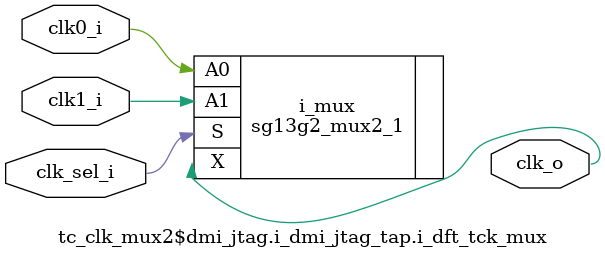
<source format=v>
/* Generated by Yosys 0.51 (git sha1 c4b519022, g++ 13.3.0-6ubuntu2~24.04 -fPIC -O3) */

module \cdc_2phase_clearable$dmi_jtag.i_dmi_cdc.i_cdc_req (src_rst_ni, src_clk_i, src_clear_i, src_data_i_0_, src_data_i_1_, src_data_i_2_, src_data_i_3_, src_data_i_4_, src_data_i_5_, src_data_i_6_, src_data_i_7_, src_data_i_8_, src_data_i_9_, src_data_i_10_, src_data_i_11_, src_data_i_12_, src_data_i_13_, src_data_i_14_, src_data_i_15_, src_data_i_16_, src_data_i_17_
, src_data_i_18_, src_data_i_19_, src_data_i_20_, src_data_i_21_, src_data_i_22_, src_data_i_23_, src_data_i_24_, src_data_i_25_, src_data_i_26_, src_data_i_27_, src_data_i_28_, src_data_i_29_, src_data_i_30_, src_data_i_31_, src_data_i_32_, src_data_i_33_, src_data_i_34_, src_data_i_35_, src_data_i_36_, src_data_i_37_, src_data_i_38_
, src_data_i_39_, src_data_i_40_, src_valid_i, src_ready_o, dst_rst_ni, dst_clk_i, dst_clear_i, dst_clear_pending_o, dst_data_o_0_, dst_data_o_1_, dst_data_o_2_, dst_data_o_3_, dst_data_o_4_, dst_data_o_5_, dst_data_o_6_, dst_data_o_7_, dst_data_o_8_, dst_data_o_9_, dst_data_o_10_, dst_data_o_11_, dst_data_o_12_
, dst_data_o_13_, dst_data_o_14_, dst_data_o_15_, dst_data_o_16_, dst_data_o_17_, dst_data_o_18_, dst_data_o_19_, dst_data_o_20_, dst_data_o_21_, dst_data_o_22_, dst_data_o_23_, dst_data_o_24_, dst_data_o_25_, dst_data_o_26_, dst_data_o_27_, dst_data_o_28_, dst_data_o_29_, dst_data_o_30_, dst_data_o_31_, dst_data_o_32_, dst_data_o_33_
, dst_data_o_34_, dst_data_o_35_, dst_data_o_36_, dst_data_o_37_, dst_data_o_38_, dst_data_o_39_, dst_data_o_40_, dst_valid_o, dst_ready_i, src_clear_pending_o);
  wire _0_;
  wire _1_;
  wire _2_;
  wire _3_;
  wire async_ack;
  wire async_data_0_;
  wire async_data_10_;
  wire async_data_11_;
  wire async_data_12_;
  wire async_data_13_;
  wire async_data_14_;
  wire async_data_15_;
  wire async_data_16_;
  wire async_data_17_;
  wire async_data_18_;
  wire async_data_19_;
  wire async_data_1_;
  wire async_data_20_;
  wire async_data_21_;
  wire async_data_22_;
  wire async_data_23_;
  wire async_data_24_;
  wire async_data_25_;
  wire async_data_26_;
  wire async_data_27_;
  wire async_data_28_;
  wire async_data_29_;
  wire async_data_2_;
  wire async_data_30_;
  wire async_data_31_;
  wire async_data_32_;
  wire async_data_33_;
  wire async_data_34_;
  wire async_data_35_;
  wire async_data_36_;
  wire async_data_37_;
  wire async_data_38_;
  wire async_data_39_;
  wire async_data_3_;
  wire async_data_40_;
  wire async_data_4_;
  wire async_data_5_;
  wire async_data_6_;
  wire async_data_7_;
  wire async_data_8_;
  wire async_data_9_;
  wire async_req;
  input dst_clear_i;
  wire dst_clear_i;
  output dst_clear_pending_o;
  wire dst_clear_pending_o;
  input dst_clk_i;
  wire dst_clk_i;
  output dst_data_o_0_;
  wire dst_data_o_0_;
  output dst_data_o_10_;
  wire dst_data_o_10_;
  output dst_data_o_11_;
  wire dst_data_o_11_;
  output dst_data_o_12_;
  wire dst_data_o_12_;
  output dst_data_o_13_;
  wire dst_data_o_13_;
  output dst_data_o_14_;
  wire dst_data_o_14_;
  output dst_data_o_15_;
  wire dst_data_o_15_;
  output dst_data_o_16_;
  wire dst_data_o_16_;
  output dst_data_o_17_;
  wire dst_data_o_17_;
  output dst_data_o_18_;
  wire dst_data_o_18_;
  output dst_data_o_19_;
  wire dst_data_o_19_;
  output dst_data_o_1_;
  wire dst_data_o_1_;
  output dst_data_o_20_;
  wire dst_data_o_20_;
  output dst_data_o_21_;
  wire dst_data_o_21_;
  output dst_data_o_22_;
  wire dst_data_o_22_;
  output dst_data_o_23_;
  wire dst_data_o_23_;
  output dst_data_o_24_;
  wire dst_data_o_24_;
  output dst_data_o_25_;
  wire dst_data_o_25_;
  output dst_data_o_26_;
  wire dst_data_o_26_;
  output dst_data_o_27_;
  wire dst_data_o_27_;
  output dst_data_o_28_;
  wire dst_data_o_28_;
  output dst_data_o_29_;
  wire dst_data_o_29_;
  output dst_data_o_2_;
  wire dst_data_o_2_;
  output dst_data_o_30_;
  wire dst_data_o_30_;
  output dst_data_o_31_;
  wire dst_data_o_31_;
  output dst_data_o_32_;
  wire dst_data_o_32_;
  output dst_data_o_33_;
  wire dst_data_o_33_;
  output dst_data_o_34_;
  wire dst_data_o_34_;
  output dst_data_o_35_;
  wire dst_data_o_35_;
  output dst_data_o_36_;
  wire dst_data_o_36_;
  output dst_data_o_37_;
  wire dst_data_o_37_;
  output dst_data_o_38_;
  wire dst_data_o_38_;
  output dst_data_o_39_;
  wire dst_data_o_39_;
  output dst_data_o_3_;
  wire dst_data_o_3_;
  output dst_data_o_40_;
  wire dst_data_o_40_;
  output dst_data_o_4_;
  wire dst_data_o_4_;
  output dst_data_o_5_;
  wire dst_data_o_5_;
  output dst_data_o_6_;
  wire dst_data_o_6_;
  output dst_data_o_7_;
  wire dst_data_o_7_;
  output dst_data_o_8_;
  wire dst_data_o_8_;
  output dst_data_o_9_;
  wire dst_data_o_9_;
  input dst_ready_i;
  wire dst_ready_i;
  input dst_rst_ni;
  wire dst_rst_ni;
  output dst_valid_o;
  wire dst_valid_o;
  wire i_dst_ready_i;
  wire i_src_valid_i;
  wire s_dst_clear_ack_q;
  wire s_dst_clear_req;
  wire s_dst_isolate_ack_q;
  wire s_dst_valid;
  wire s_src_clear_ack_q;
  wire s_src_clear_req;
  wire s_src_isolate_ack_q;
  wire s_src_ready;
  input src_clear_i;
  wire src_clear_i;
  output src_clear_pending_o;
  wire src_clear_pending_o;
  input src_clk_i;
  wire src_clk_i;
  input src_data_i_0_;
  wire src_data_i_0_;
  input src_data_i_10_;
  wire src_data_i_10_;
  input src_data_i_11_;
  wire src_data_i_11_;
  input src_data_i_12_;
  wire src_data_i_12_;
  input src_data_i_13_;
  wire src_data_i_13_;
  input src_data_i_14_;
  wire src_data_i_14_;
  input src_data_i_15_;
  wire src_data_i_15_;
  input src_data_i_16_;
  wire src_data_i_16_;
  input src_data_i_17_;
  wire src_data_i_17_;
  input src_data_i_18_;
  wire src_data_i_18_;
  input src_data_i_19_;
  wire src_data_i_19_;
  input src_data_i_1_;
  wire src_data_i_1_;
  input src_data_i_20_;
  wire src_data_i_20_;
  input src_data_i_21_;
  wire src_data_i_21_;
  input src_data_i_22_;
  wire src_data_i_22_;
  input src_data_i_23_;
  wire src_data_i_23_;
  input src_data_i_24_;
  wire src_data_i_24_;
  input src_data_i_25_;
  wire src_data_i_25_;
  input src_data_i_26_;
  wire src_data_i_26_;
  input src_data_i_27_;
  wire src_data_i_27_;
  input src_data_i_28_;
  wire src_data_i_28_;
  input src_data_i_29_;
  wire src_data_i_29_;
  input src_data_i_2_;
  wire src_data_i_2_;
  input src_data_i_30_;
  wire src_data_i_30_;
  input src_data_i_31_;
  wire src_data_i_31_;
  input src_data_i_32_;
  wire src_data_i_32_;
  input src_data_i_33_;
  wire src_data_i_33_;
  input src_data_i_34_;
  wire src_data_i_34_;
  input src_data_i_35_;
  wire src_data_i_35_;
  input src_data_i_36_;
  wire src_data_i_36_;
  input src_data_i_37_;
  wire src_data_i_37_;
  input src_data_i_38_;
  wire src_data_i_38_;
  input src_data_i_39_;
  wire src_data_i_39_;
  input src_data_i_3_;
  wire src_data_i_3_;
  input src_data_i_40_;
  wire src_data_i_40_;
  input src_data_i_4_;
  wire src_data_i_4_;
  input src_data_i_5_;
  wire src_data_i_5_;
  input src_data_i_6_;
  wire src_data_i_6_;
  input src_data_i_7_;
  wire src_data_i_7_;
  input src_data_i_8_;
  wire src_data_i_8_;
  input src_data_i_9_;
  wire src_data_i_9_;
  output src_ready_o;
  wire src_ready_o;
  input src_rst_ni;
  wire src_rst_ni;
  input src_valid_i;
  wire src_valid_i;
  sg13g2_nor2b_1 _4_ (
    .A(dst_clear_pending_o),
    .B_N(dst_ready_i),
    .Y(i_dst_ready_i)
  );
  sg13g2_nor2b_1 _5_ (
    .A(dst_clear_pending_o),
    .B_N(s_dst_valid),
    .Y(dst_valid_o)
  );
  sg13g2_nor2b_1 _6_ (
    .A(src_clear_pending_o),
    .B_N(s_src_ready),
    .Y(src_ready_o)
  );
  sg13g2_nor2b_1 _7_ (
    .A(src_clear_pending_o),
    .B_N(src_valid_i),
    .Y(i_src_valid_i)
  );
  \cdc_reset_ctrlr$dmi_jtag.i_dmi_cdc.i_cdc_req.i_cdc_reset_ctrlr  i_cdc_reset_ctrlr (
    .a_clear_ack_i(s_src_clear_ack_q),
    .a_clear_i(src_clear_i),
    .a_clear_o(s_src_clear_req),
    .a_clk_i(src_clk_i),
    .a_isolate_ack_i(s_src_isolate_ack_q),
    .a_isolate_o(src_clear_pending_o),
    .a_rst_ni(src_rst_ni),
    .b_clear_ack_i(s_dst_clear_ack_q),
    .b_clear_i(dst_clear_i),
    .b_clear_o(s_dst_clear_req),
    .b_clk_i(dst_clk_i),
    .b_isolate_ack_i(s_dst_isolate_ack_q),
    .b_isolate_o(dst_clear_pending_o),
    .b_rst_ni(dst_rst_ni)
  );
  \cdc_2phase_dst_clearable$dmi_jtag.i_dmi_cdc.i_cdc_req.i_dst  i_dst (
    .async_ack_o(async_ack),
    .async_data_i_0_(async_data_0_),
    .async_data_i_10_(async_data_10_),
    .async_data_i_11_(async_data_11_),
    .async_data_i_12_(async_data_12_),
    .async_data_i_13_(async_data_13_),
    .async_data_i_14_(async_data_14_),
    .async_data_i_15_(async_data_15_),
    .async_data_i_16_(async_data_16_),
    .async_data_i_17_(async_data_17_),
    .async_data_i_18_(async_data_18_),
    .async_data_i_19_(async_data_19_),
    .async_data_i_1_(async_data_1_),
    .async_data_i_20_(async_data_20_),
    .async_data_i_21_(async_data_21_),
    .async_data_i_22_(async_data_22_),
    .async_data_i_23_(async_data_23_),
    .async_data_i_24_(async_data_24_),
    .async_data_i_25_(async_data_25_),
    .async_data_i_26_(async_data_26_),
    .async_data_i_27_(async_data_27_),
    .async_data_i_28_(async_data_28_),
    .async_data_i_29_(async_data_29_),
    .async_data_i_2_(async_data_2_),
    .async_data_i_30_(async_data_30_),
    .async_data_i_31_(async_data_31_),
    .async_data_i_32_(async_data_32_),
    .async_data_i_33_(async_data_33_),
    .async_data_i_34_(async_data_34_),
    .async_data_i_35_(async_data_35_),
    .async_data_i_36_(async_data_36_),
    .async_data_i_37_(async_data_37_),
    .async_data_i_38_(async_data_38_),
    .async_data_i_39_(async_data_39_),
    .async_data_i_3_(async_data_3_),
    .async_data_i_40_(async_data_40_),
    .async_data_i_4_(async_data_4_),
    .async_data_i_5_(async_data_5_),
    .async_data_i_6_(async_data_6_),
    .async_data_i_7_(async_data_7_),
    .async_data_i_8_(async_data_8_),
    .async_data_i_9_(async_data_9_),
    .async_req_i(async_req),
    .clear_i(s_dst_clear_req),
    .clk_i(dst_clk_i),
    .data_o_0_(dst_data_o_0_),
    .data_o_10_(dst_data_o_10_),
    .data_o_11_(dst_data_o_11_),
    .data_o_12_(dst_data_o_12_),
    .data_o_13_(dst_data_o_13_),
    .data_o_14_(dst_data_o_14_),
    .data_o_15_(dst_data_o_15_),
    .data_o_16_(dst_data_o_16_),
    .data_o_17_(dst_data_o_17_),
    .data_o_18_(dst_data_o_18_),
    .data_o_19_(dst_data_o_19_),
    .data_o_1_(dst_data_o_1_),
    .data_o_20_(dst_data_o_20_),
    .data_o_21_(dst_data_o_21_),
    .data_o_22_(dst_data_o_22_),
    .data_o_23_(dst_data_o_23_),
    .data_o_24_(dst_data_o_24_),
    .data_o_25_(dst_data_o_25_),
    .data_o_26_(dst_data_o_26_),
    .data_o_27_(dst_data_o_27_),
    .data_o_28_(dst_data_o_28_),
    .data_o_29_(dst_data_o_29_),
    .data_o_2_(dst_data_o_2_),
    .data_o_30_(dst_data_o_30_),
    .data_o_31_(dst_data_o_31_),
    .data_o_32_(dst_data_o_32_),
    .data_o_33_(dst_data_o_33_),
    .data_o_34_(dst_data_o_34_),
    .data_o_35_(dst_data_o_35_),
    .data_o_36_(dst_data_o_36_),
    .data_o_37_(dst_data_o_37_),
    .data_o_38_(dst_data_o_38_),
    .data_o_39_(dst_data_o_39_),
    .data_o_3_(dst_data_o_3_),
    .data_o_40_(dst_data_o_40_),
    .data_o_4_(dst_data_o_4_),
    .data_o_5_(dst_data_o_5_),
    .data_o_6_(dst_data_o_6_),
    .data_o_7_(dst_data_o_7_),
    .data_o_8_(dst_data_o_8_),
    .data_o_9_(dst_data_o_9_),
    .ready_i(i_dst_ready_i),
    .rst_ni(dst_rst_ni),
    .valid_o(s_dst_valid)
  );
  \cdc_2phase_src_clearable$dmi_jtag.i_dmi_cdc.i_cdc_req.i_src  i_src (
    .async_ack_i(async_ack),
    .async_data_o_0_(async_data_0_),
    .async_data_o_10_(async_data_10_),
    .async_data_o_11_(async_data_11_),
    .async_data_o_12_(async_data_12_),
    .async_data_o_13_(async_data_13_),
    .async_data_o_14_(async_data_14_),
    .async_data_o_15_(async_data_15_),
    .async_data_o_16_(async_data_16_),
    .async_data_o_17_(async_data_17_),
    .async_data_o_18_(async_data_18_),
    .async_data_o_19_(async_data_19_),
    .async_data_o_1_(async_data_1_),
    .async_data_o_20_(async_data_20_),
    .async_data_o_21_(async_data_21_),
    .async_data_o_22_(async_data_22_),
    .async_data_o_23_(async_data_23_),
    .async_data_o_24_(async_data_24_),
    .async_data_o_25_(async_data_25_),
    .async_data_o_26_(async_data_26_),
    .async_data_o_27_(async_data_27_),
    .async_data_o_28_(async_data_28_),
    .async_data_o_29_(async_data_29_),
    .async_data_o_2_(async_data_2_),
    .async_data_o_30_(async_data_30_),
    .async_data_o_31_(async_data_31_),
    .async_data_o_32_(async_data_32_),
    .async_data_o_33_(async_data_33_),
    .async_data_o_34_(async_data_34_),
    .async_data_o_35_(async_data_35_),
    .async_data_o_36_(async_data_36_),
    .async_data_o_37_(async_data_37_),
    .async_data_o_38_(async_data_38_),
    .async_data_o_39_(async_data_39_),
    .async_data_o_3_(async_data_3_),
    .async_data_o_40_(async_data_40_),
    .async_data_o_4_(async_data_4_),
    .async_data_o_5_(async_data_5_),
    .async_data_o_6_(async_data_6_),
    .async_data_o_7_(async_data_7_),
    .async_data_o_8_(async_data_8_),
    .async_data_o_9_(async_data_9_),
    .async_req_o(async_req),
    .clear_i(s_src_clear_req),
    .clk_i(src_clk_i),
    .data_i_0_(src_data_i_0_),
    .data_i_10_(src_data_i_10_),
    .data_i_11_(src_data_i_11_),
    .data_i_12_(src_data_i_12_),
    .data_i_13_(src_data_i_13_),
    .data_i_14_(src_data_i_14_),
    .data_i_15_(src_data_i_15_),
    .data_i_16_(src_data_i_16_),
    .data_i_17_(src_data_i_17_),
    .data_i_18_(src_data_i_18_),
    .data_i_19_(src_data_i_19_),
    .data_i_1_(src_data_i_1_),
    .data_i_20_(src_data_i_20_),
    .data_i_21_(src_data_i_21_),
    .data_i_22_(src_data_i_22_),
    .data_i_23_(src_data_i_23_),
    .data_i_24_(src_data_i_24_),
    .data_i_25_(src_data_i_25_),
    .data_i_26_(src_data_i_26_),
    .data_i_27_(src_data_i_27_),
    .data_i_28_(src_data_i_28_),
    .data_i_29_(src_data_i_29_),
    .data_i_2_(src_data_i_2_),
    .data_i_30_(src_data_i_30_),
    .data_i_31_(src_data_i_31_),
    .data_i_32_(src_data_i_32_),
    .data_i_33_(src_data_i_33_),
    .data_i_34_(src_data_i_34_),
    .data_i_35_(src_data_i_35_),
    .data_i_36_(src_data_i_36_),
    .data_i_37_(src_data_i_37_),
    .data_i_38_(src_data_i_38_),
    .data_i_39_(src_data_i_39_),
    .data_i_3_(src_data_i_3_),
    .data_i_40_(src_data_i_40_),
    .data_i_4_(src_data_i_4_),
    .data_i_5_(src_data_i_5_),
    .data_i_6_(src_data_i_6_),
    .data_i_7_(src_data_i_7_),
    .data_i_8_(src_data_i_8_),
    .data_i_9_(src_data_i_9_),
    .ready_o(s_src_ready),
    .rst_ni(src_rst_ni),
    .valid_i(i_src_valid_i)
  );
  sg13g2_dfrbp_1 s_dst_clear_ack_q_reg (
    .CLK(dst_clk_i),
    .D(s_dst_clear_req),
    .Q(s_dst_clear_ack_q),
    .Q_N(_1_),
    .RESET_B(dst_rst_ni)
  );
  sg13g2_dfrbp_1 s_dst_isolate_ack_q_reg (
    .CLK(dst_clk_i),
    .D(dst_clear_pending_o),
    .Q(s_dst_isolate_ack_q),
    .Q_N(_2_),
    .RESET_B(dst_rst_ni)
  );
  sg13g2_dfrbp_1 s_src_clear_ack_q_reg (
    .CLK(src_clk_i),
    .D(s_src_clear_req),
    .Q(s_src_clear_ack_q),
    .Q_N(_3_),
    .RESET_B(src_rst_ni)
  );
  sg13g2_dfrbp_1 s_src_isolate_ack_q_reg (
    .CLK(src_clk_i),
    .D(src_clear_pending_o),
    .Q(s_src_isolate_ack_q),
    .Q_N(_0_),
    .RESET_B(src_rst_ni)
  );
endmodule

module \cdc_2phase_clearable$dmi_jtag.i_dmi_cdc.i_cdc_resp (src_rst_ni, src_clk_i, src_clear_i, src_data_i_0_, src_data_i_1_, src_data_i_2_, src_data_i_3_, src_data_i_4_, src_data_i_5_, src_data_i_6_, src_data_i_7_, src_data_i_8_, src_data_i_9_, src_data_i_10_, src_data_i_11_, src_data_i_12_, src_data_i_13_, src_data_i_14_, src_data_i_15_, src_data_i_16_, src_data_i_17_
, src_data_i_18_, src_data_i_19_, src_data_i_20_, src_data_i_21_, src_data_i_22_, src_data_i_23_, src_data_i_24_, src_data_i_25_, src_data_i_26_, src_data_i_27_, src_data_i_28_, src_data_i_29_, src_data_i_30_, src_data_i_31_, src_data_i_32_, src_data_i_33_, src_valid_i, src_ready_o, dst_rst_ni, dst_clk_i, dst_clear_i
, dst_clear_pending_o, dst_data_o_0_, dst_data_o_1_, dst_data_o_2_, dst_data_o_3_, dst_data_o_4_, dst_data_o_5_, dst_data_o_6_, dst_data_o_7_, dst_data_o_8_, dst_data_o_9_, dst_data_o_10_, dst_data_o_11_, dst_data_o_12_, dst_data_o_13_, dst_data_o_14_, dst_data_o_15_, dst_data_o_16_, dst_data_o_17_, dst_data_o_18_, dst_data_o_19_
, dst_data_o_20_, dst_data_o_21_, dst_data_o_22_, dst_data_o_23_, dst_data_o_24_, dst_data_o_25_, dst_data_o_26_, dst_data_o_27_, dst_data_o_28_, dst_data_o_29_, dst_data_o_30_, dst_data_o_31_, dst_data_o_32_, dst_data_o_33_, dst_valid_o, dst_ready_i, src_clear_pending_o);
  wire _0_;
  wire _1_;
  wire _2_;
  wire _3_;
  wire async_ack;
  wire async_data_0_;
  wire async_data_10_;
  wire async_data_11_;
  wire async_data_12_;
  wire async_data_13_;
  wire async_data_14_;
  wire async_data_15_;
  wire async_data_16_;
  wire async_data_17_;
  wire async_data_18_;
  wire async_data_19_;
  wire async_data_1_;
  wire async_data_20_;
  wire async_data_21_;
  wire async_data_22_;
  wire async_data_23_;
  wire async_data_24_;
  wire async_data_25_;
  wire async_data_26_;
  wire async_data_27_;
  wire async_data_28_;
  wire async_data_29_;
  wire async_data_2_;
  wire async_data_30_;
  wire async_data_31_;
  wire async_data_32_;
  wire async_data_33_;
  wire async_data_3_;
  wire async_data_4_;
  wire async_data_5_;
  wire async_data_6_;
  wire async_data_7_;
  wire async_data_8_;
  wire async_data_9_;
  wire async_req;
  input dst_clear_i;
  wire dst_clear_i;
  output dst_clear_pending_o;
  wire dst_clear_pending_o;
  input dst_clk_i;
  wire dst_clk_i;
  output dst_data_o_0_;
  wire dst_data_o_0_;
  output dst_data_o_10_;
  wire dst_data_o_10_;
  output dst_data_o_11_;
  wire dst_data_o_11_;
  output dst_data_o_12_;
  wire dst_data_o_12_;
  output dst_data_o_13_;
  wire dst_data_o_13_;
  output dst_data_o_14_;
  wire dst_data_o_14_;
  output dst_data_o_15_;
  wire dst_data_o_15_;
  output dst_data_o_16_;
  wire dst_data_o_16_;
  output dst_data_o_17_;
  wire dst_data_o_17_;
  output dst_data_o_18_;
  wire dst_data_o_18_;
  output dst_data_o_19_;
  wire dst_data_o_19_;
  output dst_data_o_1_;
  wire dst_data_o_1_;
  output dst_data_o_20_;
  wire dst_data_o_20_;
  output dst_data_o_21_;
  wire dst_data_o_21_;
  output dst_data_o_22_;
  wire dst_data_o_22_;
  output dst_data_o_23_;
  wire dst_data_o_23_;
  output dst_data_o_24_;
  wire dst_data_o_24_;
  output dst_data_o_25_;
  wire dst_data_o_25_;
  output dst_data_o_26_;
  wire dst_data_o_26_;
  output dst_data_o_27_;
  wire dst_data_o_27_;
  output dst_data_o_28_;
  wire dst_data_o_28_;
  output dst_data_o_29_;
  wire dst_data_o_29_;
  output dst_data_o_2_;
  wire dst_data_o_2_;
  output dst_data_o_30_;
  wire dst_data_o_30_;
  output dst_data_o_31_;
  wire dst_data_o_31_;
  output dst_data_o_32_;
  wire dst_data_o_32_;
  output dst_data_o_33_;
  wire dst_data_o_33_;
  output dst_data_o_3_;
  wire dst_data_o_3_;
  output dst_data_o_4_;
  wire dst_data_o_4_;
  output dst_data_o_5_;
  wire dst_data_o_5_;
  output dst_data_o_6_;
  wire dst_data_o_6_;
  output dst_data_o_7_;
  wire dst_data_o_7_;
  output dst_data_o_8_;
  wire dst_data_o_8_;
  output dst_data_o_9_;
  wire dst_data_o_9_;
  input dst_ready_i;
  wire dst_ready_i;
  input dst_rst_ni;
  wire dst_rst_ni;
  output dst_valid_o;
  wire dst_valid_o;
  wire i_dst_ready_i;
  wire i_src_valid_i;
  wire s_dst_clear_ack_q;
  wire s_dst_clear_req;
  wire s_dst_isolate_ack_q;
  wire s_dst_valid;
  wire s_src_clear_ack_q;
  wire s_src_clear_req;
  wire s_src_isolate_ack_q;
  wire s_src_ready;
  input src_clear_i;
  wire src_clear_i;
  output src_clear_pending_o;
  wire src_clear_pending_o;
  input src_clk_i;
  wire src_clk_i;
  input src_data_i_0_;
  wire src_data_i_0_;
  input src_data_i_10_;
  wire src_data_i_10_;
  input src_data_i_11_;
  wire src_data_i_11_;
  input src_data_i_12_;
  wire src_data_i_12_;
  input src_data_i_13_;
  wire src_data_i_13_;
  input src_data_i_14_;
  wire src_data_i_14_;
  input src_data_i_15_;
  wire src_data_i_15_;
  input src_data_i_16_;
  wire src_data_i_16_;
  input src_data_i_17_;
  wire src_data_i_17_;
  input src_data_i_18_;
  wire src_data_i_18_;
  input src_data_i_19_;
  wire src_data_i_19_;
  input src_data_i_1_;
  wire src_data_i_1_;
  input src_data_i_20_;
  wire src_data_i_20_;
  input src_data_i_21_;
  wire src_data_i_21_;
  input src_data_i_22_;
  wire src_data_i_22_;
  input src_data_i_23_;
  wire src_data_i_23_;
  input src_data_i_24_;
  wire src_data_i_24_;
  input src_data_i_25_;
  wire src_data_i_25_;
  input src_data_i_26_;
  wire src_data_i_26_;
  input src_data_i_27_;
  wire src_data_i_27_;
  input src_data_i_28_;
  wire src_data_i_28_;
  input src_data_i_29_;
  wire src_data_i_29_;
  input src_data_i_2_;
  wire src_data_i_2_;
  input src_data_i_30_;
  wire src_data_i_30_;
  input src_data_i_31_;
  wire src_data_i_31_;
  input src_data_i_32_;
  wire src_data_i_32_;
  input src_data_i_33_;
  wire src_data_i_33_;
  input src_data_i_3_;
  wire src_data_i_3_;
  input src_data_i_4_;
  wire src_data_i_4_;
  input src_data_i_5_;
  wire src_data_i_5_;
  input src_data_i_6_;
  wire src_data_i_6_;
  input src_data_i_7_;
  wire src_data_i_7_;
  input src_data_i_8_;
  wire src_data_i_8_;
  input src_data_i_9_;
  wire src_data_i_9_;
  output src_ready_o;
  wire src_ready_o;
  input src_rst_ni;
  wire src_rst_ni;
  input src_valid_i;
  wire src_valid_i;
  sg13g2_nor2b_1 _4_ (
    .A(dst_clear_pending_o),
    .B_N(dst_ready_i),
    .Y(i_dst_ready_i)
  );
  sg13g2_nor2b_1 _5_ (
    .A(dst_clear_pending_o),
    .B_N(s_dst_valid),
    .Y(dst_valid_o)
  );
  sg13g2_nor2b_1 _6_ (
    .A(src_clear_pending_o),
    .B_N(s_src_ready),
    .Y(src_ready_o)
  );
  sg13g2_nor2b_1 _7_ (
    .A(src_clear_pending_o),
    .B_N(src_valid_i),
    .Y(i_src_valid_i)
  );
  \cdc_reset_ctrlr$dmi_jtag.i_dmi_cdc.i_cdc_resp.i_cdc_reset_ctrlr  i_cdc_reset_ctrlr (
    .a_clear_ack_i(s_src_clear_ack_q),
    .a_clear_i(src_clear_i),
    .a_clear_o(s_src_clear_req),
    .a_clk_i(src_clk_i),
    .a_isolate_ack_i(s_src_isolate_ack_q),
    .a_isolate_o(src_clear_pending_o),
    .a_rst_ni(src_rst_ni),
    .b_clear_ack_i(s_dst_clear_ack_q),
    .b_clear_i(dst_clear_i),
    .b_clear_o(s_dst_clear_req),
    .b_clk_i(dst_clk_i),
    .b_isolate_ack_i(s_dst_isolate_ack_q),
    .b_isolate_o(dst_clear_pending_o),
    .b_rst_ni(dst_rst_ni)
  );
  \cdc_2phase_dst_clearable$dmi_jtag.i_dmi_cdc.i_cdc_resp.i_dst  i_dst (
    .async_ack_o(async_ack),
    .async_data_i_0_(async_data_0_),
    .async_data_i_10_(async_data_10_),
    .async_data_i_11_(async_data_11_),
    .async_data_i_12_(async_data_12_),
    .async_data_i_13_(async_data_13_),
    .async_data_i_14_(async_data_14_),
    .async_data_i_15_(async_data_15_),
    .async_data_i_16_(async_data_16_),
    .async_data_i_17_(async_data_17_),
    .async_data_i_18_(async_data_18_),
    .async_data_i_19_(async_data_19_),
    .async_data_i_1_(async_data_1_),
    .async_data_i_20_(async_data_20_),
    .async_data_i_21_(async_data_21_),
    .async_data_i_22_(async_data_22_),
    .async_data_i_23_(async_data_23_),
    .async_data_i_24_(async_data_24_),
    .async_data_i_25_(async_data_25_),
    .async_data_i_26_(async_data_26_),
    .async_data_i_27_(async_data_27_),
    .async_data_i_28_(async_data_28_),
    .async_data_i_29_(async_data_29_),
    .async_data_i_2_(async_data_2_),
    .async_data_i_30_(async_data_30_),
    .async_data_i_31_(async_data_31_),
    .async_data_i_32_(async_data_32_),
    .async_data_i_33_(async_data_33_),
    .async_data_i_3_(async_data_3_),
    .async_data_i_4_(async_data_4_),
    .async_data_i_5_(async_data_5_),
    .async_data_i_6_(async_data_6_),
    .async_data_i_7_(async_data_7_),
    .async_data_i_8_(async_data_8_),
    .async_data_i_9_(async_data_9_),
    .async_req_i(async_req),
    .clear_i(s_dst_clear_req),
    .clk_i(dst_clk_i),
    .data_o_0_(dst_data_o_0_),
    .data_o_10_(dst_data_o_10_),
    .data_o_11_(dst_data_o_11_),
    .data_o_12_(dst_data_o_12_),
    .data_o_13_(dst_data_o_13_),
    .data_o_14_(dst_data_o_14_),
    .data_o_15_(dst_data_o_15_),
    .data_o_16_(dst_data_o_16_),
    .data_o_17_(dst_data_o_17_),
    .data_o_18_(dst_data_o_18_),
    .data_o_19_(dst_data_o_19_),
    .data_o_1_(dst_data_o_1_),
    .data_o_20_(dst_data_o_20_),
    .data_o_21_(dst_data_o_21_),
    .data_o_22_(dst_data_o_22_),
    .data_o_23_(dst_data_o_23_),
    .data_o_24_(dst_data_o_24_),
    .data_o_25_(dst_data_o_25_),
    .data_o_26_(dst_data_o_26_),
    .data_o_27_(dst_data_o_27_),
    .data_o_28_(dst_data_o_28_),
    .data_o_29_(dst_data_o_29_),
    .data_o_2_(dst_data_o_2_),
    .data_o_30_(dst_data_o_30_),
    .data_o_31_(dst_data_o_31_),
    .data_o_32_(dst_data_o_32_),
    .data_o_33_(dst_data_o_33_),
    .data_o_3_(dst_data_o_3_),
    .data_o_4_(dst_data_o_4_),
    .data_o_5_(dst_data_o_5_),
    .data_o_6_(dst_data_o_6_),
    .data_o_7_(dst_data_o_7_),
    .data_o_8_(dst_data_o_8_),
    .data_o_9_(dst_data_o_9_),
    .ready_i(i_dst_ready_i),
    .rst_ni(dst_rst_ni),
    .valid_o(s_dst_valid)
  );
  \cdc_2phase_src_clearable$dmi_jtag.i_dmi_cdc.i_cdc_resp.i_src  i_src (
    .async_ack_i(async_ack),
    .async_data_o_0_(async_data_0_),
    .async_data_o_10_(async_data_10_),
    .async_data_o_11_(async_data_11_),
    .async_data_o_12_(async_data_12_),
    .async_data_o_13_(async_data_13_),
    .async_data_o_14_(async_data_14_),
    .async_data_o_15_(async_data_15_),
    .async_data_o_16_(async_data_16_),
    .async_data_o_17_(async_data_17_),
    .async_data_o_18_(async_data_18_),
    .async_data_o_19_(async_data_19_),
    .async_data_o_1_(async_data_1_),
    .async_data_o_20_(async_data_20_),
    .async_data_o_21_(async_data_21_),
    .async_data_o_22_(async_data_22_),
    .async_data_o_23_(async_data_23_),
    .async_data_o_24_(async_data_24_),
    .async_data_o_25_(async_data_25_),
    .async_data_o_26_(async_data_26_),
    .async_data_o_27_(async_data_27_),
    .async_data_o_28_(async_data_28_),
    .async_data_o_29_(async_data_29_),
    .async_data_o_2_(async_data_2_),
    .async_data_o_30_(async_data_30_),
    .async_data_o_31_(async_data_31_),
    .async_data_o_32_(async_data_32_),
    .async_data_o_33_(async_data_33_),
    .async_data_o_3_(async_data_3_),
    .async_data_o_4_(async_data_4_),
    .async_data_o_5_(async_data_5_),
    .async_data_o_6_(async_data_6_),
    .async_data_o_7_(async_data_7_),
    .async_data_o_8_(async_data_8_),
    .async_data_o_9_(async_data_9_),
    .async_req_o(async_req),
    .clear_i(s_src_clear_req),
    .clk_i(src_clk_i),
    .data_i_0_(src_data_i_0_),
    .data_i_10_(src_data_i_10_),
    .data_i_11_(src_data_i_11_),
    .data_i_12_(src_data_i_12_),
    .data_i_13_(src_data_i_13_),
    .data_i_14_(src_data_i_14_),
    .data_i_15_(src_data_i_15_),
    .data_i_16_(src_data_i_16_),
    .data_i_17_(src_data_i_17_),
    .data_i_18_(src_data_i_18_),
    .data_i_19_(src_data_i_19_),
    .data_i_1_(src_data_i_1_),
    .data_i_20_(src_data_i_20_),
    .data_i_21_(src_data_i_21_),
    .data_i_22_(src_data_i_22_),
    .data_i_23_(src_data_i_23_),
    .data_i_24_(src_data_i_24_),
    .data_i_25_(src_data_i_25_),
    .data_i_26_(src_data_i_26_),
    .data_i_27_(src_data_i_27_),
    .data_i_28_(src_data_i_28_),
    .data_i_29_(src_data_i_29_),
    .data_i_2_(src_data_i_2_),
    .data_i_30_(src_data_i_30_),
    .data_i_31_(src_data_i_31_),
    .data_i_32_(src_data_i_32_),
    .data_i_33_(src_data_i_33_),
    .data_i_3_(src_data_i_3_),
    .data_i_4_(src_data_i_4_),
    .data_i_5_(src_data_i_5_),
    .data_i_6_(src_data_i_6_),
    .data_i_7_(src_data_i_7_),
    .data_i_8_(src_data_i_8_),
    .data_i_9_(src_data_i_9_),
    .ready_o(s_src_ready),
    .rst_ni(src_rst_ni),
    .valid_i(i_src_valid_i)
  );
  sg13g2_dfrbp_1 s_dst_clear_ack_q_reg (
    .CLK(dst_clk_i),
    .D(s_dst_clear_req),
    .Q(s_dst_clear_ack_q),
    .Q_N(_1_),
    .RESET_B(dst_rst_ni)
  );
  sg13g2_dfrbp_1 s_dst_isolate_ack_q_reg (
    .CLK(dst_clk_i),
    .D(dst_clear_pending_o),
    .Q(s_dst_isolate_ack_q),
    .Q_N(_2_),
    .RESET_B(dst_rst_ni)
  );
  sg13g2_dfrbp_1 s_src_clear_ack_q_reg (
    .CLK(src_clk_i),
    .D(s_src_clear_req),
    .Q(s_src_clear_ack_q),
    .Q_N(_3_),
    .RESET_B(src_rst_ni)
  );
  sg13g2_dfrbp_1 s_src_isolate_ack_q_reg (
    .CLK(src_clk_i),
    .D(src_clear_pending_o),
    .Q(s_src_isolate_ack_q),
    .Q_N(_0_),
    .RESET_B(src_rst_ni)
  );
endmodule

module \cdc_2phase_dst_clearable$dmi_jtag.i_dmi_cdc.i_cdc_req.i_dst (clk_i, rst_ni, clear_i, data_o_0_, data_o_1_, data_o_2_, data_o_3_, data_o_4_, data_o_5_, data_o_6_, data_o_7_, data_o_8_, data_o_9_, data_o_10_, data_o_11_, data_o_12_, data_o_13_, data_o_14_, data_o_15_, data_o_16_, data_o_17_
, data_o_18_, data_o_19_, data_o_20_, data_o_21_, data_o_22_, data_o_23_, data_o_24_, data_o_25_, data_o_26_, data_o_27_, data_o_28_, data_o_29_, data_o_30_, data_o_31_, data_o_32_, data_o_33_, data_o_34_, data_o_35_, data_o_36_, data_o_37_, data_o_38_
, data_o_39_, data_o_40_, valid_o, ready_i, async_req_i, async_ack_o, async_data_i_0_, async_data_i_1_, async_data_i_2_, async_data_i_3_, async_data_i_4_, async_data_i_5_, async_data_i_6_, async_data_i_7_, async_data_i_8_, async_data_i_9_, async_data_i_10_, async_data_i_11_, async_data_i_12_, async_data_i_13_, async_data_i_14_
, async_data_i_15_, async_data_i_16_, async_data_i_17_, async_data_i_18_, async_data_i_19_, async_data_i_20_, async_data_i_21_, async_data_i_22_, async_data_i_23_, async_data_i_24_, async_data_i_25_, async_data_i_26_, async_data_i_27_, async_data_i_28_, async_data_i_29_, async_data_i_30_, async_data_i_31_, async_data_i_32_, async_data_i_33_, async_data_i_34_, async_data_i_35_
, async_data_i_36_, async_data_i_37_, async_data_i_38_, async_data_i_39_, async_data_i_40_);
  wire _000_;
  wire _001_;
  wire _002_;
  wire _003_;
  wire _004_;
  wire _005_;
  wire _006_;
  wire _007_;
  wire _008_;
  wire _009_;
  wire _010_;
  wire _011_;
  wire _012_;
  wire _013_;
  wire _014_;
  wire _015_;
  wire _016_;
  wire _017_;
  wire _018_;
  wire _019_;
  wire _020_;
  wire _021_;
  wire _022_;
  wire _023_;
  wire _024_;
  wire _025_;
  wire _026_;
  wire _027_;
  wire _028_;
  wire _029_;
  wire _030_;
  wire _031_;
  wire _032_;
  wire _033_;
  wire _034_;
  wire _035_;
  wire _036_;
  wire _037_;
  wire _038_;
  wire _039_;
  wire _040_;
  wire _041_;
  wire _042_;
  wire _043_;
  wire _044_;
  wire _045_;
  wire _046_;
  wire _047_;
  wire _048_;
  wire _049_;
  wire _050_;
  wire _051_;
  wire _052_;
  wire _053_;
  wire _054_;
  wire _055_;
  wire _056_;
  wire _057_;
  wire _058_;
  wire _059_;
  wire _060_;
  wire _061_;
  wire _062_;
  wire _063_;
  wire _064_;
  wire _065_;
  wire _066_;
  wire _067_;
  wire _068_;
  wire _069_;
  wire _070_;
  wire _071_;
  wire _072_;
  wire _073_;
  wire _074_;
  wire _075_;
  wire _076_;
  wire _077_;
  wire _078_;
  wire _079_;
  wire _080_;
  wire _081_;
  wire _082_;
  wire _083_;
  wire _084_;
  wire _085_;
  wire _086_;
  wire _087_;
  wire _088_;
  wire _089_;
  wire _090_;
  wire _091_;
  wire _092_;
  wire _093_;
  wire _094_;
  wire _095_;
  wire _096_;
  wire _097_;
  wire _098_;
  wire _099_;
  wire ack_dst_d;
  wire \ack_dst_d_$_MUX__Y_A ;
  wire ack_dst_q;
  output async_ack_o;
  wire async_ack_o;
  input async_data_i_0_;
  wire async_data_i_0_;
  input async_data_i_10_;
  wire async_data_i_10_;
  input async_data_i_11_;
  wire async_data_i_11_;
  input async_data_i_12_;
  wire async_data_i_12_;
  input async_data_i_13_;
  wire async_data_i_13_;
  input async_data_i_14_;
  wire async_data_i_14_;
  input async_data_i_15_;
  wire async_data_i_15_;
  input async_data_i_16_;
  wire async_data_i_16_;
  input async_data_i_17_;
  wire async_data_i_17_;
  input async_data_i_18_;
  wire async_data_i_18_;
  input async_data_i_19_;
  wire async_data_i_19_;
  input async_data_i_1_;
  wire async_data_i_1_;
  input async_data_i_20_;
  wire async_data_i_20_;
  input async_data_i_21_;
  wire async_data_i_21_;
  input async_data_i_22_;
  wire async_data_i_22_;
  input async_data_i_23_;
  wire async_data_i_23_;
  input async_data_i_24_;
  wire async_data_i_24_;
  input async_data_i_25_;
  wire async_data_i_25_;
  input async_data_i_26_;
  wire async_data_i_26_;
  input async_data_i_27_;
  wire async_data_i_27_;
  input async_data_i_28_;
  wire async_data_i_28_;
  input async_data_i_29_;
  wire async_data_i_29_;
  input async_data_i_2_;
  wire async_data_i_2_;
  input async_data_i_30_;
  wire async_data_i_30_;
  input async_data_i_31_;
  wire async_data_i_31_;
  input async_data_i_32_;
  wire async_data_i_32_;
  input async_data_i_33_;
  wire async_data_i_33_;
  input async_data_i_34_;
  wire async_data_i_34_;
  input async_data_i_35_;
  wire async_data_i_35_;
  input async_data_i_36_;
  wire async_data_i_36_;
  input async_data_i_37_;
  wire async_data_i_37_;
  input async_data_i_38_;
  wire async_data_i_38_;
  input async_data_i_39_;
  wire async_data_i_39_;
  input async_data_i_3_;
  wire async_data_i_3_;
  input async_data_i_40_;
  wire async_data_i_40_;
  input async_data_i_4_;
  wire async_data_i_4_;
  input async_data_i_5_;
  wire async_data_i_5_;
  input async_data_i_6_;
  wire async_data_i_6_;
  input async_data_i_7_;
  wire async_data_i_7_;
  input async_data_i_8_;
  wire async_data_i_8_;
  input async_data_i_9_;
  wire async_data_i_9_;
  input async_req_i;
  wire async_req_i;
  input clear_i;
  wire clear_i;
  input clk_i;
  wire clk_i;
  wire data_dst_d_0_;
  wire data_dst_d_10_;
  wire data_dst_d_11_;
  wire data_dst_d_12_;
  wire data_dst_d_13_;
  wire data_dst_d_14_;
  wire data_dst_d_15_;
  wire data_dst_d_16_;
  wire data_dst_d_17_;
  wire data_dst_d_18_;
  wire data_dst_d_19_;
  wire data_dst_d_1_;
  wire data_dst_d_20_;
  wire data_dst_d_21_;
  wire data_dst_d_22_;
  wire data_dst_d_23_;
  wire data_dst_d_24_;
  wire data_dst_d_25_;
  wire data_dst_d_26_;
  wire data_dst_d_27_;
  wire data_dst_d_28_;
  wire data_dst_d_29_;
  wire data_dst_d_2_;
  wire data_dst_d_30_;
  wire data_dst_d_31_;
  wire data_dst_d_32_;
  wire data_dst_d_33_;
  wire data_dst_d_34_;
  wire data_dst_d_35_;
  wire data_dst_d_36_;
  wire data_dst_d_37_;
  wire data_dst_d_38_;
  wire data_dst_d_39_;
  wire data_dst_d_3_;
  wire data_dst_d_40_;
  wire data_dst_d_4_;
  wire data_dst_d_5_;
  wire data_dst_d_6_;
  wire data_dst_d_7_;
  wire data_dst_d_8_;
  wire data_dst_d_9_;
  wire data_dst_q_0_;
  wire data_dst_q_10_;
  wire data_dst_q_11_;
  wire data_dst_q_12_;
  wire data_dst_q_13_;
  wire data_dst_q_14_;
  wire data_dst_q_15_;
  wire data_dst_q_16_;
  wire data_dst_q_17_;
  wire data_dst_q_18_;
  wire data_dst_q_19_;
  wire data_dst_q_1_;
  wire data_dst_q_20_;
  wire data_dst_q_21_;
  wire data_dst_q_22_;
  wire data_dst_q_23_;
  wire data_dst_q_24_;
  wire data_dst_q_25_;
  wire data_dst_q_26_;
  wire data_dst_q_27_;
  wire data_dst_q_28_;
  wire data_dst_q_29_;
  wire data_dst_q_2_;
  wire data_dst_q_30_;
  wire data_dst_q_31_;
  wire data_dst_q_32_;
  wire data_dst_q_33_;
  wire data_dst_q_34_;
  wire data_dst_q_35_;
  wire data_dst_q_36_;
  wire data_dst_q_37_;
  wire data_dst_q_38_;
  wire data_dst_q_39_;
  wire data_dst_q_3_;
  wire data_dst_q_40_;
  wire data_dst_q_4_;
  wire data_dst_q_5_;
  wire data_dst_q_6_;
  wire data_dst_q_7_;
  wire data_dst_q_8_;
  wire data_dst_q_9_;
  output data_o_0_;
  wire data_o_0_;
  output data_o_10_;
  wire data_o_10_;
  output data_o_11_;
  wire data_o_11_;
  output data_o_12_;
  wire data_o_12_;
  output data_o_13_;
  wire data_o_13_;
  output data_o_14_;
  wire data_o_14_;
  output data_o_15_;
  wire data_o_15_;
  output data_o_16_;
  wire data_o_16_;
  output data_o_17_;
  wire data_o_17_;
  output data_o_18_;
  wire data_o_18_;
  output data_o_19_;
  wire data_o_19_;
  output data_o_1_;
  wire data_o_1_;
  output data_o_20_;
  wire data_o_20_;
  output data_o_21_;
  wire data_o_21_;
  output data_o_22_;
  wire data_o_22_;
  output data_o_23_;
  wire data_o_23_;
  output data_o_24_;
  wire data_o_24_;
  output data_o_25_;
  wire data_o_25_;
  output data_o_26_;
  wire data_o_26_;
  output data_o_27_;
  wire data_o_27_;
  output data_o_28_;
  wire data_o_28_;
  output data_o_29_;
  wire data_o_29_;
  output data_o_2_;
  wire data_o_2_;
  output data_o_30_;
  wire data_o_30_;
  output data_o_31_;
  wire data_o_31_;
  output data_o_32_;
  wire data_o_32_;
  output data_o_33_;
  wire data_o_33_;
  output data_o_34_;
  wire data_o_34_;
  output data_o_35_;
  wire data_o_35_;
  output data_o_36_;
  wire data_o_36_;
  output data_o_37_;
  wire data_o_37_;
  output data_o_38_;
  wire data_o_38_;
  output data_o_39_;
  wire data_o_39_;
  output data_o_3_;
  wire data_o_3_;
  output data_o_40_;
  wire data_o_40_;
  output data_o_4_;
  wire data_o_4_;
  output data_o_5_;
  wire data_o_5_;
  output data_o_6_;
  wire data_o_6_;
  output data_o_7_;
  wire data_o_7_;
  output data_o_8_;
  wire data_o_8_;
  output data_o_9_;
  wire data_o_9_;
  input ready_i;
  wire ready_i;
  wire req_synced;
  wire req_synced_q1;
  input rst_ni;
  wire rst_ni;
  output valid_o;
  wire valid_o;
  sg13g2_nor2b_1 _100_ (
    .A(clear_i),
    .B_N(\ack_dst_d_$_MUX__Y_A ),
    .Y(ack_dst_d)
  );
  sg13g2_a21o_1 _101_ (
    .A1(ready_i),
    .A2(req_synced_q1),
    .B1(async_ack_o),
    .X(_042_)
  );
  sg13g2_nand2b_1 _102_ (
    .A_N(req_synced_q1),
    .B(ready_i),
    .Y(_043_)
  );
  sg13g2_a22oi_1 _103_ (
    .A1(\ack_dst_d_$_MUX__Y_A ),
    .A2(_042_),
    .B1(_043_),
    .B2(async_ack_o),
    .Y(_044_)
  );
  sg13g2_nor2_1 _104_ (
    .A(clear_i),
    .B(_044_),
    .Y(_000_)
  );
  sg13g2_nand2b_1 _105_ (
    .A_N(req_synced_q1),
    .B(req_synced),
    .Y(_045_)
  );
  sg13g2_nand3b_1 _106_ (
    .A_N(req_synced),
    .B(req_synced_q1),
    .C(async_ack_o),
    .Y(_046_)
  );
  sg13g2_o21ai_1 _107_ (
    .A1(async_ack_o),
    .A2(_045_),
    .B1(_046_),
    .Y(_047_)
  );
  sg13g2_buf_8 _108_ (
    .A(_047_),
    .X(_048_)
  );
  sg13g2_buf_8 _109_ (
    .A(_048_),
    .X(_049_)
  );
  sg13g2_mux2_1 _110_ (
    .A0(data_o_0_),
    .A1(async_data_i_0_),
    .S(_049_),
    .X(data_dst_d_0_)
  );
  sg13g2_mux2_1 _111_ (
    .A0(data_o_10_),
    .A1(async_data_i_10_),
    .S(_049_),
    .X(data_dst_d_10_)
  );
  sg13g2_mux2_1 _112_ (
    .A0(data_o_11_),
    .A1(async_data_i_11_),
    .S(_049_),
    .X(data_dst_d_11_)
  );
  sg13g2_mux2_1 _113_ (
    .A0(data_o_12_),
    .A1(async_data_i_12_),
    .S(_049_),
    .X(data_dst_d_12_)
  );
  sg13g2_mux2_1 _114_ (
    .A0(data_o_13_),
    .A1(async_data_i_13_),
    .S(_049_),
    .X(data_dst_d_13_)
  );
  sg13g2_mux2_1 _115_ (
    .A0(data_o_14_),
    .A1(async_data_i_14_),
    .S(_049_),
    .X(data_dst_d_14_)
  );
  sg13g2_mux2_1 _116_ (
    .A0(data_o_15_),
    .A1(async_data_i_15_),
    .S(_049_),
    .X(data_dst_d_15_)
  );
  sg13g2_mux2_1 _117_ (
    .A0(data_o_16_),
    .A1(async_data_i_16_),
    .S(_049_),
    .X(data_dst_d_16_)
  );
  sg13g2_mux2_1 _118_ (
    .A0(data_o_17_),
    .A1(async_data_i_17_),
    .S(_049_),
    .X(data_dst_d_17_)
  );
  sg13g2_mux2_1 _119_ (
    .A0(data_o_18_),
    .A1(async_data_i_18_),
    .S(_049_),
    .X(data_dst_d_18_)
  );
  sg13g2_buf_8 _120_ (
    .A(_048_),
    .X(_050_)
  );
  sg13g2_mux2_1 _121_ (
    .A0(data_o_19_),
    .A1(async_data_i_19_),
    .S(_050_),
    .X(data_dst_d_19_)
  );
  sg13g2_mux2_1 _122_ (
    .A0(data_o_1_),
    .A1(async_data_i_1_),
    .S(_050_),
    .X(data_dst_d_1_)
  );
  sg13g2_mux2_1 _123_ (
    .A0(data_o_20_),
    .A1(async_data_i_20_),
    .S(_050_),
    .X(data_dst_d_20_)
  );
  sg13g2_mux2_1 _124_ (
    .A0(data_o_21_),
    .A1(async_data_i_21_),
    .S(_050_),
    .X(data_dst_d_21_)
  );
  sg13g2_mux2_1 _125_ (
    .A0(data_o_22_),
    .A1(async_data_i_22_),
    .S(_050_),
    .X(data_dst_d_22_)
  );
  sg13g2_mux2_1 _126_ (
    .A0(data_o_23_),
    .A1(async_data_i_23_),
    .S(_050_),
    .X(data_dst_d_23_)
  );
  sg13g2_mux2_1 _127_ (
    .A0(data_o_24_),
    .A1(async_data_i_24_),
    .S(_050_),
    .X(data_dst_d_24_)
  );
  sg13g2_mux2_1 _128_ (
    .A0(data_o_25_),
    .A1(async_data_i_25_),
    .S(_050_),
    .X(data_dst_d_25_)
  );
  sg13g2_mux2_1 _129_ (
    .A0(data_o_26_),
    .A1(async_data_i_26_),
    .S(_050_),
    .X(data_dst_d_26_)
  );
  sg13g2_mux2_1 _130_ (
    .A0(data_o_27_),
    .A1(async_data_i_27_),
    .S(_050_),
    .X(data_dst_d_27_)
  );
  sg13g2_buf_8 _131_ (
    .A(_048_),
    .X(_051_)
  );
  sg13g2_mux2_1 _132_ (
    .A0(data_o_28_),
    .A1(async_data_i_28_),
    .S(_051_),
    .X(data_dst_d_28_)
  );
  sg13g2_mux2_1 _133_ (
    .A0(data_o_29_),
    .A1(async_data_i_29_),
    .S(_051_),
    .X(data_dst_d_29_)
  );
  sg13g2_mux2_1 _134_ (
    .A0(data_o_2_),
    .A1(async_data_i_2_),
    .S(_051_),
    .X(data_dst_d_2_)
  );
  sg13g2_mux2_1 _135_ (
    .A0(data_o_30_),
    .A1(async_data_i_30_),
    .S(_051_),
    .X(data_dst_d_30_)
  );
  sg13g2_mux2_1 _136_ (
    .A0(data_o_31_),
    .A1(async_data_i_31_),
    .S(_051_),
    .X(data_dst_d_31_)
  );
  sg13g2_mux2_1 _137_ (
    .A0(data_o_32_),
    .A1(async_data_i_32_),
    .S(_051_),
    .X(data_dst_d_32_)
  );
  sg13g2_mux2_1 _138_ (
    .A0(data_o_33_),
    .A1(async_data_i_33_),
    .S(_051_),
    .X(data_dst_d_33_)
  );
  sg13g2_mux2_1 _139_ (
    .A0(data_o_34_),
    .A1(async_data_i_34_),
    .S(_051_),
    .X(data_dst_d_34_)
  );
  sg13g2_mux2_1 _140_ (
    .A0(data_o_35_),
    .A1(async_data_i_35_),
    .S(_051_),
    .X(data_dst_d_35_)
  );
  sg13g2_mux2_1 _141_ (
    .A0(data_o_36_),
    .A1(async_data_i_36_),
    .S(_051_),
    .X(data_dst_d_36_)
  );
  sg13g2_buf_8 _142_ (
    .A(_048_),
    .X(_052_)
  );
  sg13g2_mux2_1 _143_ (
    .A0(data_o_37_),
    .A1(async_data_i_37_),
    .S(_052_),
    .X(data_dst_d_37_)
  );
  sg13g2_mux2_1 _144_ (
    .A0(data_o_38_),
    .A1(async_data_i_38_),
    .S(_052_),
    .X(data_dst_d_38_)
  );
  sg13g2_mux2_1 _145_ (
    .A0(data_o_39_),
    .A1(async_data_i_39_),
    .S(_052_),
    .X(data_dst_d_39_)
  );
  sg13g2_mux2_1 _146_ (
    .A0(data_o_3_),
    .A1(async_data_i_3_),
    .S(_052_),
    .X(data_dst_d_3_)
  );
  sg13g2_mux2_1 _147_ (
    .A0(data_o_40_),
    .A1(async_data_i_40_),
    .S(_052_),
    .X(data_dst_d_40_)
  );
  sg13g2_mux2_1 _148_ (
    .A0(data_o_4_),
    .A1(async_data_i_4_),
    .S(_052_),
    .X(data_dst_d_4_)
  );
  sg13g2_mux2_1 _149_ (
    .A0(data_o_5_),
    .A1(async_data_i_5_),
    .S(_052_),
    .X(data_dst_d_5_)
  );
  sg13g2_mux2_1 _150_ (
    .A0(data_o_6_),
    .A1(async_data_i_6_),
    .S(_052_),
    .X(data_dst_d_6_)
  );
  sg13g2_mux2_1 _151_ (
    .A0(data_o_7_),
    .A1(async_data_i_7_),
    .S(_052_),
    .X(data_dst_d_7_)
  );
  sg13g2_mux2_1 _152_ (
    .A0(data_o_8_),
    .A1(async_data_i_8_),
    .S(_052_),
    .X(data_dst_d_8_)
  );
  sg13g2_buf_8 _153_ (
    .A(_048_),
    .X(_053_)
  );
  sg13g2_mux2_1 _154_ (
    .A0(data_o_9_),
    .A1(async_data_i_9_),
    .S(_053_),
    .X(data_dst_d_9_)
  );
  sg13g2_mux2_1 _155_ (
    .A0(data_o_0_),
    .A1(async_data_i_0_),
    .S(_053_),
    .X(_001_)
  );
  sg13g2_mux2_1 _156_ (
    .A0(data_o_10_),
    .A1(async_data_i_10_),
    .S(_053_),
    .X(_002_)
  );
  sg13g2_mux2_1 _157_ (
    .A0(data_o_11_),
    .A1(async_data_i_11_),
    .S(_053_),
    .X(_003_)
  );
  sg13g2_mux2_1 _158_ (
    .A0(data_o_12_),
    .A1(async_data_i_12_),
    .S(_053_),
    .X(_004_)
  );
  sg13g2_mux2_1 _159_ (
    .A0(data_o_13_),
    .A1(async_data_i_13_),
    .S(_053_),
    .X(_005_)
  );
  sg13g2_mux2_1 _160_ (
    .A0(data_o_14_),
    .A1(async_data_i_14_),
    .S(_053_),
    .X(_006_)
  );
  sg13g2_mux2_1 _161_ (
    .A0(data_o_15_),
    .A1(async_data_i_15_),
    .S(_053_),
    .X(_007_)
  );
  sg13g2_mux2_1 _162_ (
    .A0(data_o_16_),
    .A1(async_data_i_16_),
    .S(_053_),
    .X(_008_)
  );
  sg13g2_mux2_1 _163_ (
    .A0(data_o_17_),
    .A1(async_data_i_17_),
    .S(_053_),
    .X(_009_)
  );
  sg13g2_buf_8 _164_ (
    .A(_048_),
    .X(_054_)
  );
  sg13g2_mux2_1 _165_ (
    .A0(data_o_18_),
    .A1(async_data_i_18_),
    .S(_054_),
    .X(_010_)
  );
  sg13g2_mux2_1 _166_ (
    .A0(data_o_19_),
    .A1(async_data_i_19_),
    .S(_054_),
    .X(_011_)
  );
  sg13g2_mux2_1 _167_ (
    .A0(data_o_1_),
    .A1(async_data_i_1_),
    .S(_054_),
    .X(_012_)
  );
  sg13g2_mux2_1 _168_ (
    .A0(data_o_20_),
    .A1(async_data_i_20_),
    .S(_054_),
    .X(_013_)
  );
  sg13g2_mux2_1 _169_ (
    .A0(data_o_21_),
    .A1(async_data_i_21_),
    .S(_054_),
    .X(_014_)
  );
  sg13g2_mux2_1 _170_ (
    .A0(data_o_22_),
    .A1(async_data_i_22_),
    .S(_054_),
    .X(_015_)
  );
  sg13g2_mux2_1 _171_ (
    .A0(data_o_23_),
    .A1(async_data_i_23_),
    .S(_054_),
    .X(_016_)
  );
  sg13g2_mux2_1 _172_ (
    .A0(data_o_24_),
    .A1(async_data_i_24_),
    .S(_054_),
    .X(_017_)
  );
  sg13g2_mux2_1 _173_ (
    .A0(data_o_25_),
    .A1(async_data_i_25_),
    .S(_054_),
    .X(_018_)
  );
  sg13g2_mux2_1 _174_ (
    .A0(data_o_26_),
    .A1(async_data_i_26_),
    .S(_054_),
    .X(_019_)
  );
  sg13g2_buf_8 _175_ (
    .A(_048_),
    .X(_055_)
  );
  sg13g2_mux2_1 _176_ (
    .A0(data_o_27_),
    .A1(async_data_i_27_),
    .S(_055_),
    .X(_020_)
  );
  sg13g2_mux2_1 _177_ (
    .A0(data_o_28_),
    .A1(async_data_i_28_),
    .S(_055_),
    .X(_021_)
  );
  sg13g2_mux2_1 _178_ (
    .A0(data_o_29_),
    .A1(async_data_i_29_),
    .S(_055_),
    .X(_022_)
  );
  sg13g2_mux2_1 _179_ (
    .A0(data_o_2_),
    .A1(async_data_i_2_),
    .S(_055_),
    .X(_023_)
  );
  sg13g2_mux2_1 _180_ (
    .A0(data_o_30_),
    .A1(async_data_i_30_),
    .S(_055_),
    .X(_024_)
  );
  sg13g2_mux2_1 _181_ (
    .A0(data_o_31_),
    .A1(async_data_i_31_),
    .S(_055_),
    .X(_025_)
  );
  sg13g2_mux2_1 _182_ (
    .A0(data_o_32_),
    .A1(async_data_i_32_),
    .S(_055_),
    .X(_026_)
  );
  sg13g2_mux2_1 _183_ (
    .A0(data_o_33_),
    .A1(async_data_i_33_),
    .S(_055_),
    .X(_027_)
  );
  sg13g2_mux2_1 _184_ (
    .A0(data_o_34_),
    .A1(async_data_i_34_),
    .S(_055_),
    .X(_028_)
  );
  sg13g2_mux2_1 _185_ (
    .A0(data_o_35_),
    .A1(async_data_i_35_),
    .S(_055_),
    .X(_029_)
  );
  sg13g2_buf_8 _186_ (
    .A(_048_),
    .X(_056_)
  );
  sg13g2_mux2_1 _187_ (
    .A0(data_o_36_),
    .A1(async_data_i_36_),
    .S(_056_),
    .X(_030_)
  );
  sg13g2_mux2_1 _188_ (
    .A0(data_o_37_),
    .A1(async_data_i_37_),
    .S(_056_),
    .X(_031_)
  );
  sg13g2_mux2_1 _189_ (
    .A0(data_o_38_),
    .A1(async_data_i_38_),
    .S(_056_),
    .X(_032_)
  );
  sg13g2_mux2_1 _190_ (
    .A0(data_o_39_),
    .A1(async_data_i_39_),
    .S(_056_),
    .X(_033_)
  );
  sg13g2_mux2_1 _191_ (
    .A0(data_o_3_),
    .A1(async_data_i_3_),
    .S(_056_),
    .X(_034_)
  );
  sg13g2_mux2_1 _192_ (
    .A0(data_o_40_),
    .A1(async_data_i_40_),
    .S(_056_),
    .X(_035_)
  );
  sg13g2_mux2_1 _193_ (
    .A0(data_o_4_),
    .A1(async_data_i_4_),
    .S(_056_),
    .X(_036_)
  );
  sg13g2_mux2_1 _194_ (
    .A0(data_o_5_),
    .A1(async_data_i_5_),
    .S(_056_),
    .X(_037_)
  );
  sg13g2_mux2_1 _195_ (
    .A0(data_o_6_),
    .A1(async_data_i_6_),
    .S(_056_),
    .X(_038_)
  );
  sg13g2_mux2_1 _196_ (
    .A0(data_o_7_),
    .A1(async_data_i_7_),
    .S(_056_),
    .X(_039_)
  );
  sg13g2_mux2_1 _197_ (
    .A0(data_o_8_),
    .A1(async_data_i_8_),
    .S(_048_),
    .X(_040_)
  );
  sg13g2_mux2_1 _198_ (
    .A0(data_o_9_),
    .A1(async_data_i_9_),
    .S(_048_),
    .X(_041_)
  );
  sg13g2_xor2_1 _199_ (
    .A(async_ack_o),
    .B(req_synced_q1),
    .X(valid_o)
  );
  sg13g2_tiehi _200_ (
    .L_HI(_099_)
  );
  sg13g2_dfrbp_1 async_ack_o_reg (
    .CLK(clk_i),
    .D(_000_),
    .Q(async_ack_o),
    .Q_N(\ack_dst_d_$_MUX__Y_A ),
    .RESET_B(rst_ni)
  );
  sg13g2_dfrbp_1 \data_o[0]_reg  (
    .CLK(clk_i),
    .D(_001_),
    .Q(data_o_0_),
    .Q_N(_097_),
    .RESET_B(_099_)
  );
  sg13g2_dfrbp_1 \data_o[10]_reg  (
    .CLK(clk_i),
    .D(_002_),
    .Q(data_o_10_),
    .Q_N(_096_),
    .RESET_B(_099_)
  );
  sg13g2_dfrbp_1 \data_o[11]_reg  (
    .CLK(clk_i),
    .D(_003_),
    .Q(data_o_11_),
    .Q_N(_095_),
    .RESET_B(_099_)
  );
  sg13g2_dfrbp_1 \data_o[12]_reg  (
    .CLK(clk_i),
    .D(_004_),
    .Q(data_o_12_),
    .Q_N(_094_),
    .RESET_B(_099_)
  );
  sg13g2_dfrbp_1 \data_o[13]_reg  (
    .CLK(clk_i),
    .D(_005_),
    .Q(data_o_13_),
    .Q_N(_093_),
    .RESET_B(_099_)
  );
  sg13g2_dfrbp_1 \data_o[14]_reg  (
    .CLK(clk_i),
    .D(_006_),
    .Q(data_o_14_),
    .Q_N(_092_),
    .RESET_B(_099_)
  );
  sg13g2_dfrbp_1 \data_o[15]_reg  (
    .CLK(clk_i),
    .D(_007_),
    .Q(data_o_15_),
    .Q_N(_091_),
    .RESET_B(_099_)
  );
  sg13g2_dfrbp_1 \data_o[16]_reg  (
    .CLK(clk_i),
    .D(_008_),
    .Q(data_o_16_),
    .Q_N(_090_),
    .RESET_B(_099_)
  );
  sg13g2_dfrbp_1 \data_o[17]_reg  (
    .CLK(clk_i),
    .D(_009_),
    .Q(data_o_17_),
    .Q_N(_089_),
    .RESET_B(_099_)
  );
  sg13g2_dfrbp_1 \data_o[18]_reg  (
    .CLK(clk_i),
    .D(_010_),
    .Q(data_o_18_),
    .Q_N(_088_),
    .RESET_B(_099_)
  );
  sg13g2_dfrbp_1 \data_o[19]_reg  (
    .CLK(clk_i),
    .D(_011_),
    .Q(data_o_19_),
    .Q_N(_087_),
    .RESET_B(_099_)
  );
  sg13g2_dfrbp_1 \data_o[1]_reg  (
    .CLK(clk_i),
    .D(_012_),
    .Q(data_o_1_),
    .Q_N(_086_),
    .RESET_B(_099_)
  );
  sg13g2_dfrbp_1 \data_o[20]_reg  (
    .CLK(clk_i),
    .D(_013_),
    .Q(data_o_20_),
    .Q_N(_085_),
    .RESET_B(_099_)
  );
  sg13g2_dfrbp_1 \data_o[21]_reg  (
    .CLK(clk_i),
    .D(_014_),
    .Q(data_o_21_),
    .Q_N(_084_),
    .RESET_B(_099_)
  );
  sg13g2_dfrbp_1 \data_o[22]_reg  (
    .CLK(clk_i),
    .D(_015_),
    .Q(data_o_22_),
    .Q_N(_083_),
    .RESET_B(_099_)
  );
  sg13g2_dfrbp_1 \data_o[23]_reg  (
    .CLK(clk_i),
    .D(_016_),
    .Q(data_o_23_),
    .Q_N(_082_),
    .RESET_B(_099_)
  );
  sg13g2_dfrbp_1 \data_o[24]_reg  (
    .CLK(clk_i),
    .D(_017_),
    .Q(data_o_24_),
    .Q_N(_081_),
    .RESET_B(_099_)
  );
  sg13g2_dfrbp_1 \data_o[25]_reg  (
    .CLK(clk_i),
    .D(_018_),
    .Q(data_o_25_),
    .Q_N(_080_),
    .RESET_B(_099_)
  );
  sg13g2_dfrbp_1 \data_o[26]_reg  (
    .CLK(clk_i),
    .D(_019_),
    .Q(data_o_26_),
    .Q_N(_079_),
    .RESET_B(_099_)
  );
  sg13g2_dfrbp_1 \data_o[27]_reg  (
    .CLK(clk_i),
    .D(_020_),
    .Q(data_o_27_),
    .Q_N(_078_),
    .RESET_B(_099_)
  );
  sg13g2_dfrbp_1 \data_o[28]_reg  (
    .CLK(clk_i),
    .D(_021_),
    .Q(data_o_28_),
    .Q_N(_077_),
    .RESET_B(_099_)
  );
  sg13g2_dfrbp_1 \data_o[29]_reg  (
    .CLK(clk_i),
    .D(_022_),
    .Q(data_o_29_),
    .Q_N(_076_),
    .RESET_B(_099_)
  );
  sg13g2_dfrbp_1 \data_o[2]_reg  (
    .CLK(clk_i),
    .D(_023_),
    .Q(data_o_2_),
    .Q_N(_075_),
    .RESET_B(_099_)
  );
  sg13g2_dfrbp_1 \data_o[30]_reg  (
    .CLK(clk_i),
    .D(_024_),
    .Q(data_o_30_),
    .Q_N(_074_),
    .RESET_B(_099_)
  );
  sg13g2_dfrbp_1 \data_o[31]_reg  (
    .CLK(clk_i),
    .D(_025_),
    .Q(data_o_31_),
    .Q_N(_073_),
    .RESET_B(_099_)
  );
  sg13g2_dfrbp_1 \data_o[32]_reg  (
    .CLK(clk_i),
    .D(_026_),
    .Q(data_o_32_),
    .Q_N(_072_),
    .RESET_B(_099_)
  );
  sg13g2_dfrbp_1 \data_o[33]_reg  (
    .CLK(clk_i),
    .D(_027_),
    .Q(data_o_33_),
    .Q_N(_071_),
    .RESET_B(_099_)
  );
  sg13g2_dfrbp_1 \data_o[34]_reg  (
    .CLK(clk_i),
    .D(_028_),
    .Q(data_o_34_),
    .Q_N(_070_),
    .RESET_B(_099_)
  );
  sg13g2_dfrbp_1 \data_o[35]_reg  (
    .CLK(clk_i),
    .D(_029_),
    .Q(data_o_35_),
    .Q_N(_069_),
    .RESET_B(_099_)
  );
  sg13g2_dfrbp_1 \data_o[36]_reg  (
    .CLK(clk_i),
    .D(_030_),
    .Q(data_o_36_),
    .Q_N(_068_),
    .RESET_B(_099_)
  );
  sg13g2_dfrbp_1 \data_o[37]_reg  (
    .CLK(clk_i),
    .D(_031_),
    .Q(data_o_37_),
    .Q_N(_067_),
    .RESET_B(_099_)
  );
  sg13g2_dfrbp_1 \data_o[38]_reg  (
    .CLK(clk_i),
    .D(_032_),
    .Q(data_o_38_),
    .Q_N(_066_),
    .RESET_B(_099_)
  );
  sg13g2_dfrbp_1 \data_o[39]_reg  (
    .CLK(clk_i),
    .D(_033_),
    .Q(data_o_39_),
    .Q_N(_065_),
    .RESET_B(_099_)
  );
  sg13g2_dfrbp_1 \data_o[3]_reg  (
    .CLK(clk_i),
    .D(_034_),
    .Q(data_o_3_),
    .Q_N(_064_),
    .RESET_B(_099_)
  );
  sg13g2_dfrbp_1 \data_o[40]_reg  (
    .CLK(clk_i),
    .D(_035_),
    .Q(data_o_40_),
    .Q_N(_063_),
    .RESET_B(_099_)
  );
  sg13g2_dfrbp_1 \data_o[4]_reg  (
    .CLK(clk_i),
    .D(_036_),
    .Q(data_o_4_),
    .Q_N(_062_),
    .RESET_B(_099_)
  );
  sg13g2_dfrbp_1 \data_o[5]_reg  (
    .CLK(clk_i),
    .D(_037_),
    .Q(data_o_5_),
    .Q_N(_061_),
    .RESET_B(_099_)
  );
  sg13g2_dfrbp_1 \data_o[6]_reg  (
    .CLK(clk_i),
    .D(_038_),
    .Q(data_o_6_),
    .Q_N(_060_),
    .RESET_B(_099_)
  );
  sg13g2_dfrbp_1 \data_o[7]_reg  (
    .CLK(clk_i),
    .D(_039_),
    .Q(data_o_7_),
    .Q_N(_059_),
    .RESET_B(_099_)
  );
  sg13g2_dfrbp_1 \data_o[8]_reg  (
    .CLK(clk_i),
    .D(_040_),
    .Q(data_o_8_),
    .Q_N(_058_),
    .RESET_B(_099_)
  );
  sg13g2_dfrbp_1 \data_o[9]_reg  (
    .CLK(clk_i),
    .D(_041_),
    .Q(data_o_9_),
    .Q_N(_098_),
    .RESET_B(_099_)
  );
  \sync$dmi_jtag.i_dmi_cdc.i_cdc_req.i_dst.i_sync  i_sync (
    .clk_i(clk_i),
    .rst_ni(rst_ni),
    .serial_i(async_req_i),
    .serial_o(req_synced)
  );
  sg13g2_dfrbp_1 req_synced_q1_reg (
    .CLK(clk_i),
    .D(req_synced),
    .Q(req_synced_q1),
    .Q_N(_057_),
    .RESET_B(rst_ni)
  );
  assign ack_dst_q = async_ack_o;
  assign data_dst_q_0_ = data_o_0_;
  assign data_dst_q_10_ = data_o_10_;
  assign data_dst_q_11_ = data_o_11_;
  assign data_dst_q_12_ = data_o_12_;
  assign data_dst_q_13_ = data_o_13_;
  assign data_dst_q_14_ = data_o_14_;
  assign data_dst_q_15_ = data_o_15_;
  assign data_dst_q_16_ = data_o_16_;
  assign data_dst_q_17_ = data_o_17_;
  assign data_dst_q_18_ = data_o_18_;
  assign data_dst_q_19_ = data_o_19_;
  assign data_dst_q_1_ = data_o_1_;
  assign data_dst_q_20_ = data_o_20_;
  assign data_dst_q_21_ = data_o_21_;
  assign data_dst_q_22_ = data_o_22_;
  assign data_dst_q_23_ = data_o_23_;
  assign data_dst_q_24_ = data_o_24_;
  assign data_dst_q_25_ = data_o_25_;
  assign data_dst_q_26_ = data_o_26_;
  assign data_dst_q_27_ = data_o_27_;
  assign data_dst_q_28_ = data_o_28_;
  assign data_dst_q_29_ = data_o_29_;
  assign data_dst_q_2_ = data_o_2_;
  assign data_dst_q_30_ = data_o_30_;
  assign data_dst_q_31_ = data_o_31_;
  assign data_dst_q_32_ = data_o_32_;
  assign data_dst_q_33_ = data_o_33_;
  assign data_dst_q_34_ = data_o_34_;
  assign data_dst_q_35_ = data_o_35_;
  assign data_dst_q_36_ = data_o_36_;
  assign data_dst_q_37_ = data_o_37_;
  assign data_dst_q_38_ = data_o_38_;
  assign data_dst_q_39_ = data_o_39_;
  assign data_dst_q_3_ = data_o_3_;
  assign data_dst_q_40_ = data_o_40_;
  assign data_dst_q_4_ = data_o_4_;
  assign data_dst_q_5_ = data_o_5_;
  assign data_dst_q_6_ = data_o_6_;
  assign data_dst_q_7_ = data_o_7_;
  assign data_dst_q_8_ = data_o_8_;
  assign data_dst_q_9_ = data_o_9_;
endmodule

module \cdc_2phase_dst_clearable$dmi_jtag.i_dmi_cdc.i_cdc_resp.i_dst (clk_i, rst_ni, clear_i, data_o_0_, data_o_1_, data_o_2_, data_o_3_, data_o_4_, data_o_5_, data_o_6_, data_o_7_, data_o_8_, data_o_9_, data_o_10_, data_o_11_, data_o_12_, data_o_13_, data_o_14_, data_o_15_, data_o_16_, data_o_17_
, data_o_18_, data_o_19_, data_o_20_, data_o_21_, data_o_22_, data_o_23_, data_o_24_, data_o_25_, data_o_26_, data_o_27_, data_o_28_, data_o_29_, data_o_30_, data_o_31_, data_o_32_, data_o_33_, valid_o, ready_i, async_req_i, async_ack_o, async_data_i_0_
, async_data_i_1_, async_data_i_2_, async_data_i_3_, async_data_i_4_, async_data_i_5_, async_data_i_6_, async_data_i_7_, async_data_i_8_, async_data_i_9_, async_data_i_10_, async_data_i_11_, async_data_i_12_, async_data_i_13_, async_data_i_14_, async_data_i_15_, async_data_i_16_, async_data_i_17_, async_data_i_18_, async_data_i_19_, async_data_i_20_, async_data_i_21_
, async_data_i_22_, async_data_i_23_, async_data_i_24_, async_data_i_25_, async_data_i_26_, async_data_i_27_, async_data_i_28_, async_data_i_29_, async_data_i_30_, async_data_i_31_, async_data_i_32_, async_data_i_33_);
  wire _000_;
  wire _001_;
  wire _002_;
  wire _003_;
  wire _004_;
  wire _005_;
  wire _006_;
  wire _007_;
  wire _008_;
  wire _009_;
  wire _010_;
  wire _011_;
  wire _012_;
  wire _013_;
  wire _014_;
  wire _015_;
  wire _016_;
  wire _017_;
  wire _018_;
  wire _019_;
  wire _020_;
  wire _021_;
  wire _022_;
  wire _023_;
  wire _024_;
  wire _025_;
  wire _026_;
  wire _027_;
  wire _028_;
  wire _029_;
  wire _030_;
  wire _031_;
  wire _032_;
  wire _033_;
  wire _034_;
  wire _035_;
  wire _036_;
  wire _037_;
  wire _038_;
  wire _039_;
  wire _040_;
  wire _041_;
  wire _042_;
  wire _043_;
  wire _044_;
  wire _045_;
  wire _046_;
  wire _047_;
  wire _048_;
  wire _049_;
  wire _050_;
  wire _051_;
  wire _052_;
  wire _053_;
  wire _054_;
  wire _055_;
  wire _056_;
  wire _057_;
  wire _058_;
  wire _059_;
  wire _060_;
  wire _061_;
  wire _062_;
  wire _063_;
  wire _064_;
  wire _065_;
  wire _066_;
  wire _067_;
  wire _068_;
  wire _069_;
  wire _070_;
  wire _071_;
  wire _072_;
  wire _073_;
  wire _074_;
  wire _075_;
  wire _076_;
  wire _077_;
  wire _078_;
  wire _079_;
  wire _080_;
  wire _081_;
  wire _082_;
  wire _083_;
  wire _084_;
  wire ack_dst_d;
  wire \ack_dst_d_$_MUX__Y_A ;
  wire ack_dst_q;
  output async_ack_o;
  wire async_ack_o;
  input async_data_i_0_;
  wire async_data_i_0_;
  input async_data_i_10_;
  wire async_data_i_10_;
  input async_data_i_11_;
  wire async_data_i_11_;
  input async_data_i_12_;
  wire async_data_i_12_;
  input async_data_i_13_;
  wire async_data_i_13_;
  input async_data_i_14_;
  wire async_data_i_14_;
  input async_data_i_15_;
  wire async_data_i_15_;
  input async_data_i_16_;
  wire async_data_i_16_;
  input async_data_i_17_;
  wire async_data_i_17_;
  input async_data_i_18_;
  wire async_data_i_18_;
  input async_data_i_19_;
  wire async_data_i_19_;
  input async_data_i_1_;
  wire async_data_i_1_;
  input async_data_i_20_;
  wire async_data_i_20_;
  input async_data_i_21_;
  wire async_data_i_21_;
  input async_data_i_22_;
  wire async_data_i_22_;
  input async_data_i_23_;
  wire async_data_i_23_;
  input async_data_i_24_;
  wire async_data_i_24_;
  input async_data_i_25_;
  wire async_data_i_25_;
  input async_data_i_26_;
  wire async_data_i_26_;
  input async_data_i_27_;
  wire async_data_i_27_;
  input async_data_i_28_;
  wire async_data_i_28_;
  input async_data_i_29_;
  wire async_data_i_29_;
  input async_data_i_2_;
  wire async_data_i_2_;
  input async_data_i_30_;
  wire async_data_i_30_;
  input async_data_i_31_;
  wire async_data_i_31_;
  input async_data_i_32_;
  wire async_data_i_32_;
  input async_data_i_33_;
  wire async_data_i_33_;
  input async_data_i_3_;
  wire async_data_i_3_;
  input async_data_i_4_;
  wire async_data_i_4_;
  input async_data_i_5_;
  wire async_data_i_5_;
  input async_data_i_6_;
  wire async_data_i_6_;
  input async_data_i_7_;
  wire async_data_i_7_;
  input async_data_i_8_;
  wire async_data_i_8_;
  input async_data_i_9_;
  wire async_data_i_9_;
  input async_req_i;
  wire async_req_i;
  input clear_i;
  wire clear_i;
  input clk_i;
  wire clk_i;
  wire data_dst_d_0_;
  wire data_dst_d_10_;
  wire data_dst_d_11_;
  wire data_dst_d_12_;
  wire data_dst_d_13_;
  wire data_dst_d_14_;
  wire data_dst_d_15_;
  wire data_dst_d_16_;
  wire data_dst_d_17_;
  wire data_dst_d_18_;
  wire data_dst_d_19_;
  wire data_dst_d_1_;
  wire data_dst_d_20_;
  wire data_dst_d_21_;
  wire data_dst_d_22_;
  wire data_dst_d_23_;
  wire data_dst_d_24_;
  wire data_dst_d_25_;
  wire data_dst_d_26_;
  wire data_dst_d_27_;
  wire data_dst_d_28_;
  wire data_dst_d_29_;
  wire data_dst_d_2_;
  wire data_dst_d_30_;
  wire data_dst_d_31_;
  wire data_dst_d_32_;
  wire data_dst_d_33_;
  wire data_dst_d_3_;
  wire data_dst_d_4_;
  wire data_dst_d_5_;
  wire data_dst_d_6_;
  wire data_dst_d_7_;
  wire data_dst_d_8_;
  wire data_dst_d_9_;
  wire data_dst_q_0_;
  wire data_dst_q_10_;
  wire data_dst_q_11_;
  wire data_dst_q_12_;
  wire data_dst_q_13_;
  wire data_dst_q_14_;
  wire data_dst_q_15_;
  wire data_dst_q_16_;
  wire data_dst_q_17_;
  wire data_dst_q_18_;
  wire data_dst_q_19_;
  wire data_dst_q_1_;
  wire data_dst_q_20_;
  wire data_dst_q_21_;
  wire data_dst_q_22_;
  wire data_dst_q_23_;
  wire data_dst_q_24_;
  wire data_dst_q_25_;
  wire data_dst_q_26_;
  wire data_dst_q_27_;
  wire data_dst_q_28_;
  wire data_dst_q_29_;
  wire data_dst_q_2_;
  wire data_dst_q_30_;
  wire data_dst_q_31_;
  wire data_dst_q_32_;
  wire data_dst_q_33_;
  wire data_dst_q_3_;
  wire data_dst_q_4_;
  wire data_dst_q_5_;
  wire data_dst_q_6_;
  wire data_dst_q_7_;
  wire data_dst_q_8_;
  wire data_dst_q_9_;
  output data_o_0_;
  wire data_o_0_;
  output data_o_10_;
  wire data_o_10_;
  output data_o_11_;
  wire data_o_11_;
  output data_o_12_;
  wire data_o_12_;
  output data_o_13_;
  wire data_o_13_;
  output data_o_14_;
  wire data_o_14_;
  output data_o_15_;
  wire data_o_15_;
  output data_o_16_;
  wire data_o_16_;
  output data_o_17_;
  wire data_o_17_;
  output data_o_18_;
  wire data_o_18_;
  output data_o_19_;
  wire data_o_19_;
  output data_o_1_;
  wire data_o_1_;
  output data_o_20_;
  wire data_o_20_;
  output data_o_21_;
  wire data_o_21_;
  output data_o_22_;
  wire data_o_22_;
  output data_o_23_;
  wire data_o_23_;
  output data_o_24_;
  wire data_o_24_;
  output data_o_25_;
  wire data_o_25_;
  output data_o_26_;
  wire data_o_26_;
  output data_o_27_;
  wire data_o_27_;
  output data_o_28_;
  wire data_o_28_;
  output data_o_29_;
  wire data_o_29_;
  output data_o_2_;
  wire data_o_2_;
  output data_o_30_;
  wire data_o_30_;
  output data_o_31_;
  wire data_o_31_;
  output data_o_32_;
  wire data_o_32_;
  output data_o_33_;
  wire data_o_33_;
  output data_o_3_;
  wire data_o_3_;
  output data_o_4_;
  wire data_o_4_;
  output data_o_5_;
  wire data_o_5_;
  output data_o_6_;
  wire data_o_6_;
  output data_o_7_;
  wire data_o_7_;
  output data_o_8_;
  wire data_o_8_;
  output data_o_9_;
  wire data_o_9_;
  input ready_i;
  wire ready_i;
  wire req_synced;
  wire req_synced_q1;
  input rst_ni;
  wire rst_ni;
  output valid_o;
  wire valid_o;
  sg13g2_nor2b_1 _085_ (
    .A(clear_i),
    .B_N(\ack_dst_d_$_MUX__Y_A ),
    .Y(ack_dst_d)
  );
  sg13g2_a21o_1 _086_ (
    .A1(ready_i),
    .A2(req_synced_q1),
    .B1(async_ack_o),
    .X(_035_)
  );
  sg13g2_nand2b_1 _087_ (
    .A_N(req_synced_q1),
    .B(ready_i),
    .Y(_036_)
  );
  sg13g2_a22oi_1 _088_ (
    .A1(\ack_dst_d_$_MUX__Y_A ),
    .A2(_035_),
    .B1(_036_),
    .B2(async_ack_o),
    .Y(_037_)
  );
  sg13g2_nor2_1 _089_ (
    .A(clear_i),
    .B(_037_),
    .Y(_000_)
  );
  sg13g2_nand2b_1 _090_ (
    .A_N(req_synced_q1),
    .B(req_synced),
    .Y(_038_)
  );
  sg13g2_nand3b_1 _091_ (
    .A_N(req_synced),
    .B(req_synced_q1),
    .C(async_ack_o),
    .Y(_039_)
  );
  sg13g2_o21ai_1 _092_ (
    .A1(async_ack_o),
    .A2(_038_),
    .B1(_039_),
    .Y(_040_)
  );
  sg13g2_buf_8 _093_ (
    .A(_040_),
    .X(_041_)
  );
  sg13g2_buf_16 _094_ (
    .A(_041_),
    .X(_042_)
  );
  sg13g2_buf_16 _095_ (
    .A(_042_),
    .X(_043_)
  );
  sg13g2_mux2_1 _096_ (
    .A0(data_o_0_),
    .A1(async_data_i_0_),
    .S(_043_),
    .X(data_dst_d_0_)
  );
  sg13g2_mux2_1 _097_ (
    .A0(data_o_10_),
    .A1(async_data_i_10_),
    .S(_043_),
    .X(data_dst_d_10_)
  );
  sg13g2_mux2_1 _098_ (
    .A0(data_o_11_),
    .A1(async_data_i_11_),
    .S(_043_),
    .X(data_dst_d_11_)
  );
  sg13g2_mux2_1 _099_ (
    .A0(data_o_12_),
    .A1(async_data_i_12_),
    .S(_043_),
    .X(data_dst_d_12_)
  );
  sg13g2_mux2_1 _100_ (
    .A0(data_o_13_),
    .A1(async_data_i_13_),
    .S(_043_),
    .X(data_dst_d_13_)
  );
  sg13g2_mux2_1 _101_ (
    .A0(data_o_14_),
    .A1(async_data_i_14_),
    .S(_043_),
    .X(data_dst_d_14_)
  );
  sg13g2_mux2_1 _102_ (
    .A0(data_o_15_),
    .A1(async_data_i_15_),
    .S(_043_),
    .X(data_dst_d_15_)
  );
  sg13g2_mux2_1 _103_ (
    .A0(data_o_16_),
    .A1(async_data_i_16_),
    .S(_043_),
    .X(data_dst_d_16_)
  );
  sg13g2_mux2_1 _104_ (
    .A0(data_o_17_),
    .A1(async_data_i_17_),
    .S(_043_),
    .X(data_dst_d_17_)
  );
  sg13g2_mux2_1 _105_ (
    .A0(data_o_18_),
    .A1(async_data_i_18_),
    .S(_043_),
    .X(data_dst_d_18_)
  );
  sg13g2_buf_16 _106_ (
    .A(_042_),
    .X(_044_)
  );
  sg13g2_mux2_1 _107_ (
    .A0(data_o_19_),
    .A1(async_data_i_19_),
    .S(_044_),
    .X(data_dst_d_19_)
  );
  sg13g2_mux2_1 _108_ (
    .A0(data_o_1_),
    .A1(async_data_i_1_),
    .S(_044_),
    .X(data_dst_d_1_)
  );
  sg13g2_mux2_1 _109_ (
    .A0(data_o_20_),
    .A1(async_data_i_20_),
    .S(_044_),
    .X(data_dst_d_20_)
  );
  sg13g2_mux2_1 _110_ (
    .A0(data_o_21_),
    .A1(async_data_i_21_),
    .S(_044_),
    .X(data_dst_d_21_)
  );
  sg13g2_mux2_1 _111_ (
    .A0(data_o_22_),
    .A1(async_data_i_22_),
    .S(_044_),
    .X(data_dst_d_22_)
  );
  sg13g2_mux2_1 _112_ (
    .A0(data_o_23_),
    .A1(async_data_i_23_),
    .S(_044_),
    .X(data_dst_d_23_)
  );
  sg13g2_mux2_1 _113_ (
    .A0(data_o_24_),
    .A1(async_data_i_24_),
    .S(_044_),
    .X(data_dst_d_24_)
  );
  sg13g2_mux2_1 _114_ (
    .A0(data_o_25_),
    .A1(async_data_i_25_),
    .S(_044_),
    .X(data_dst_d_25_)
  );
  sg13g2_mux2_1 _115_ (
    .A0(data_o_26_),
    .A1(async_data_i_26_),
    .S(_044_),
    .X(data_dst_d_26_)
  );
  sg13g2_mux2_1 _116_ (
    .A0(data_o_27_),
    .A1(async_data_i_27_),
    .S(_044_),
    .X(data_dst_d_27_)
  );
  sg13g2_buf_8 _117_ (
    .A(_041_),
    .X(_045_)
  );
  sg13g2_mux2_1 _118_ (
    .A0(data_o_28_),
    .A1(async_data_i_28_),
    .S(_045_),
    .X(data_dst_d_28_)
  );
  sg13g2_mux2_1 _119_ (
    .A0(data_o_29_),
    .A1(async_data_i_29_),
    .S(_045_),
    .X(data_dst_d_29_)
  );
  sg13g2_mux2_1 _120_ (
    .A0(data_o_2_),
    .A1(async_data_i_2_),
    .S(_045_),
    .X(data_dst_d_2_)
  );
  sg13g2_mux2_1 _121_ (
    .A0(data_o_30_),
    .A1(async_data_i_30_),
    .S(_045_),
    .X(data_dst_d_30_)
  );
  sg13g2_mux2_1 _122_ (
    .A0(data_o_31_),
    .A1(async_data_i_31_),
    .S(_045_),
    .X(data_dst_d_31_)
  );
  sg13g2_mux2_1 _123_ (
    .A0(data_o_32_),
    .A1(async_data_i_32_),
    .S(_045_),
    .X(data_dst_d_32_)
  );
  sg13g2_mux2_1 _124_ (
    .A0(data_o_33_),
    .A1(async_data_i_33_),
    .S(_045_),
    .X(data_dst_d_33_)
  );
  sg13g2_mux2_1 _125_ (
    .A0(data_o_3_),
    .A1(async_data_i_3_),
    .S(_045_),
    .X(data_dst_d_3_)
  );
  sg13g2_mux2_1 _126_ (
    .A0(data_o_4_),
    .A1(async_data_i_4_),
    .S(_045_),
    .X(data_dst_d_4_)
  );
  sg13g2_mux2_1 _127_ (
    .A0(data_o_5_),
    .A1(async_data_i_5_),
    .S(_045_),
    .X(data_dst_d_5_)
  );
  sg13g2_buf_8 _128_ (
    .A(_041_),
    .X(_046_)
  );
  sg13g2_mux2_1 _129_ (
    .A0(data_o_6_),
    .A1(async_data_i_6_),
    .S(_046_),
    .X(data_dst_d_6_)
  );
  sg13g2_mux2_1 _130_ (
    .A0(data_o_7_),
    .A1(async_data_i_7_),
    .S(_046_),
    .X(data_dst_d_7_)
  );
  sg13g2_mux2_1 _131_ (
    .A0(data_o_8_),
    .A1(async_data_i_8_),
    .S(_046_),
    .X(data_dst_d_8_)
  );
  sg13g2_mux2_1 _132_ (
    .A0(data_o_9_),
    .A1(async_data_i_9_),
    .S(_046_),
    .X(data_dst_d_9_)
  );
  sg13g2_mux2_1 _133_ (
    .A0(data_o_0_),
    .A1(async_data_i_0_),
    .S(_046_),
    .X(_001_)
  );
  sg13g2_mux2_1 _134_ (
    .A0(data_o_10_),
    .A1(async_data_i_10_),
    .S(_046_),
    .X(_002_)
  );
  sg13g2_mux2_1 _135_ (
    .A0(data_o_11_),
    .A1(async_data_i_11_),
    .S(_046_),
    .X(_003_)
  );
  sg13g2_mux2_1 _136_ (
    .A0(data_o_12_),
    .A1(async_data_i_12_),
    .S(_046_),
    .X(_004_)
  );
  sg13g2_mux2_1 _137_ (
    .A0(data_o_13_),
    .A1(async_data_i_13_),
    .S(_046_),
    .X(_005_)
  );
  sg13g2_mux2_1 _138_ (
    .A0(data_o_14_),
    .A1(async_data_i_14_),
    .S(_046_),
    .X(_006_)
  );
  sg13g2_buf_8 _139_ (
    .A(_041_),
    .X(_047_)
  );
  sg13g2_mux2_1 _140_ (
    .A0(data_o_15_),
    .A1(async_data_i_15_),
    .S(_047_),
    .X(_007_)
  );
  sg13g2_mux2_1 _141_ (
    .A0(data_o_16_),
    .A1(async_data_i_16_),
    .S(_047_),
    .X(_008_)
  );
  sg13g2_mux2_1 _142_ (
    .A0(data_o_17_),
    .A1(async_data_i_17_),
    .S(_047_),
    .X(_009_)
  );
  sg13g2_mux2_1 _143_ (
    .A0(data_o_18_),
    .A1(async_data_i_18_),
    .S(_047_),
    .X(_010_)
  );
  sg13g2_mux2_1 _144_ (
    .A0(data_o_19_),
    .A1(async_data_i_19_),
    .S(_047_),
    .X(_011_)
  );
  sg13g2_mux2_1 _145_ (
    .A0(data_o_1_),
    .A1(async_data_i_1_),
    .S(_047_),
    .X(_012_)
  );
  sg13g2_mux2_1 _146_ (
    .A0(data_o_20_),
    .A1(async_data_i_20_),
    .S(_047_),
    .X(_013_)
  );
  sg13g2_mux2_1 _147_ (
    .A0(data_o_21_),
    .A1(async_data_i_21_),
    .S(_047_),
    .X(_014_)
  );
  sg13g2_mux2_1 _148_ (
    .A0(data_o_22_),
    .A1(async_data_i_22_),
    .S(_047_),
    .X(_015_)
  );
  sg13g2_mux2_1 _149_ (
    .A0(data_o_23_),
    .A1(async_data_i_23_),
    .S(_047_),
    .X(_016_)
  );
  sg13g2_buf_8 _150_ (
    .A(_041_),
    .X(_048_)
  );
  sg13g2_mux2_1 _151_ (
    .A0(data_o_24_),
    .A1(async_data_i_24_),
    .S(_048_),
    .X(_017_)
  );
  sg13g2_mux2_1 _152_ (
    .A0(data_o_25_),
    .A1(async_data_i_25_),
    .S(_048_),
    .X(_018_)
  );
  sg13g2_mux2_1 _153_ (
    .A0(data_o_26_),
    .A1(async_data_i_26_),
    .S(_048_),
    .X(_019_)
  );
  sg13g2_mux2_1 _154_ (
    .A0(data_o_27_),
    .A1(async_data_i_27_),
    .S(_048_),
    .X(_020_)
  );
  sg13g2_mux2_1 _155_ (
    .A0(data_o_28_),
    .A1(async_data_i_28_),
    .S(_048_),
    .X(_021_)
  );
  sg13g2_mux2_1 _156_ (
    .A0(data_o_29_),
    .A1(async_data_i_29_),
    .S(_048_),
    .X(_022_)
  );
  sg13g2_mux2_1 _157_ (
    .A0(data_o_2_),
    .A1(async_data_i_2_),
    .S(_048_),
    .X(_023_)
  );
  sg13g2_mux2_1 _158_ (
    .A0(data_o_30_),
    .A1(async_data_i_30_),
    .S(_048_),
    .X(_024_)
  );
  sg13g2_mux2_1 _159_ (
    .A0(data_o_31_),
    .A1(async_data_i_31_),
    .S(_048_),
    .X(_025_)
  );
  sg13g2_mux2_1 _160_ (
    .A0(data_o_32_),
    .A1(async_data_i_32_),
    .S(_048_),
    .X(_026_)
  );
  sg13g2_mux2_1 _161_ (
    .A0(data_o_33_),
    .A1(async_data_i_33_),
    .S(_042_),
    .X(_027_)
  );
  sg13g2_mux2_1 _162_ (
    .A0(data_o_3_),
    .A1(async_data_i_3_),
    .S(_042_),
    .X(_028_)
  );
  sg13g2_mux2_1 _163_ (
    .A0(data_o_4_),
    .A1(async_data_i_4_),
    .S(_042_),
    .X(_029_)
  );
  sg13g2_mux2_1 _164_ (
    .A0(data_o_5_),
    .A1(async_data_i_5_),
    .S(_042_),
    .X(_030_)
  );
  sg13g2_mux2_1 _165_ (
    .A0(data_o_6_),
    .A1(async_data_i_6_),
    .S(_042_),
    .X(_031_)
  );
  sg13g2_mux2_1 _166_ (
    .A0(data_o_7_),
    .A1(async_data_i_7_),
    .S(_042_),
    .X(_032_)
  );
  sg13g2_mux2_1 _167_ (
    .A0(data_o_8_),
    .A1(async_data_i_8_),
    .S(_042_),
    .X(_033_)
  );
  sg13g2_mux2_1 _168_ (
    .A0(data_o_9_),
    .A1(async_data_i_9_),
    .S(_042_),
    .X(_034_)
  );
  sg13g2_xor2_1 _169_ (
    .A(async_ack_o),
    .B(req_synced_q1),
    .X(valid_o)
  );
  sg13g2_tiehi _170_ (
    .L_HI(_084_)
  );
  sg13g2_dfrbp_1 async_ack_o_reg (
    .CLK(clk_i),
    .D(_000_),
    .Q(async_ack_o),
    .Q_N(\ack_dst_d_$_MUX__Y_A ),
    .RESET_B(rst_ni)
  );
  sg13g2_dfrbp_1 \data_o[0]_reg  (
    .CLK(clk_i),
    .D(_001_),
    .Q(data_o_0_),
    .Q_N(_082_),
    .RESET_B(_084_)
  );
  sg13g2_dfrbp_1 \data_o[10]_reg  (
    .CLK(clk_i),
    .D(_002_),
    .Q(data_o_10_),
    .Q_N(_081_),
    .RESET_B(_084_)
  );
  sg13g2_dfrbp_1 \data_o[11]_reg  (
    .CLK(clk_i),
    .D(_003_),
    .Q(data_o_11_),
    .Q_N(_080_),
    .RESET_B(_084_)
  );
  sg13g2_dfrbp_1 \data_o[12]_reg  (
    .CLK(clk_i),
    .D(_004_),
    .Q(data_o_12_),
    .Q_N(_079_),
    .RESET_B(_084_)
  );
  sg13g2_dfrbp_1 \data_o[13]_reg  (
    .CLK(clk_i),
    .D(_005_),
    .Q(data_o_13_),
    .Q_N(_078_),
    .RESET_B(_084_)
  );
  sg13g2_dfrbp_1 \data_o[14]_reg  (
    .CLK(clk_i),
    .D(_006_),
    .Q(data_o_14_),
    .Q_N(_077_),
    .RESET_B(_084_)
  );
  sg13g2_dfrbp_1 \data_o[15]_reg  (
    .CLK(clk_i),
    .D(_007_),
    .Q(data_o_15_),
    .Q_N(_076_),
    .RESET_B(_084_)
  );
  sg13g2_dfrbp_1 \data_o[16]_reg  (
    .CLK(clk_i),
    .D(_008_),
    .Q(data_o_16_),
    .Q_N(_075_),
    .RESET_B(_084_)
  );
  sg13g2_dfrbp_1 \data_o[17]_reg  (
    .CLK(clk_i),
    .D(_009_),
    .Q(data_o_17_),
    .Q_N(_074_),
    .RESET_B(_084_)
  );
  sg13g2_dfrbp_1 \data_o[18]_reg  (
    .CLK(clk_i),
    .D(_010_),
    .Q(data_o_18_),
    .Q_N(_073_),
    .RESET_B(_084_)
  );
  sg13g2_dfrbp_1 \data_o[19]_reg  (
    .CLK(clk_i),
    .D(_011_),
    .Q(data_o_19_),
    .Q_N(_072_),
    .RESET_B(_084_)
  );
  sg13g2_dfrbp_1 \data_o[1]_reg  (
    .CLK(clk_i),
    .D(_012_),
    .Q(data_o_1_),
    .Q_N(_071_),
    .RESET_B(_084_)
  );
  sg13g2_dfrbp_1 \data_o[20]_reg  (
    .CLK(clk_i),
    .D(_013_),
    .Q(data_o_20_),
    .Q_N(_070_),
    .RESET_B(_084_)
  );
  sg13g2_dfrbp_1 \data_o[21]_reg  (
    .CLK(clk_i),
    .D(_014_),
    .Q(data_o_21_),
    .Q_N(_069_),
    .RESET_B(_084_)
  );
  sg13g2_dfrbp_1 \data_o[22]_reg  (
    .CLK(clk_i),
    .D(_015_),
    .Q(data_o_22_),
    .Q_N(_068_),
    .RESET_B(_084_)
  );
  sg13g2_dfrbp_1 \data_o[23]_reg  (
    .CLK(clk_i),
    .D(_016_),
    .Q(data_o_23_),
    .Q_N(_067_),
    .RESET_B(_084_)
  );
  sg13g2_dfrbp_1 \data_o[24]_reg  (
    .CLK(clk_i),
    .D(_017_),
    .Q(data_o_24_),
    .Q_N(_066_),
    .RESET_B(_084_)
  );
  sg13g2_dfrbp_1 \data_o[25]_reg  (
    .CLK(clk_i),
    .D(_018_),
    .Q(data_o_25_),
    .Q_N(_065_),
    .RESET_B(_084_)
  );
  sg13g2_dfrbp_1 \data_o[26]_reg  (
    .CLK(clk_i),
    .D(_019_),
    .Q(data_o_26_),
    .Q_N(_064_),
    .RESET_B(_084_)
  );
  sg13g2_dfrbp_1 \data_o[27]_reg  (
    .CLK(clk_i),
    .D(_020_),
    .Q(data_o_27_),
    .Q_N(_063_),
    .RESET_B(_084_)
  );
  sg13g2_dfrbp_1 \data_o[28]_reg  (
    .CLK(clk_i),
    .D(_021_),
    .Q(data_o_28_),
    .Q_N(_062_),
    .RESET_B(_084_)
  );
  sg13g2_dfrbp_1 \data_o[29]_reg  (
    .CLK(clk_i),
    .D(_022_),
    .Q(data_o_29_),
    .Q_N(_061_),
    .RESET_B(_084_)
  );
  sg13g2_dfrbp_1 \data_o[2]_reg  (
    .CLK(clk_i),
    .D(_023_),
    .Q(data_o_2_),
    .Q_N(_060_),
    .RESET_B(_084_)
  );
  sg13g2_dfrbp_1 \data_o[30]_reg  (
    .CLK(clk_i),
    .D(_024_),
    .Q(data_o_30_),
    .Q_N(_059_),
    .RESET_B(_084_)
  );
  sg13g2_dfrbp_1 \data_o[31]_reg  (
    .CLK(clk_i),
    .D(_025_),
    .Q(data_o_31_),
    .Q_N(_058_),
    .RESET_B(_084_)
  );
  sg13g2_dfrbp_1 \data_o[32]_reg  (
    .CLK(clk_i),
    .D(_026_),
    .Q(data_o_32_),
    .Q_N(_057_),
    .RESET_B(_084_)
  );
  sg13g2_dfrbp_1 \data_o[33]_reg  (
    .CLK(clk_i),
    .D(_027_),
    .Q(data_o_33_),
    .Q_N(_056_),
    .RESET_B(_084_)
  );
  sg13g2_dfrbp_1 \data_o[3]_reg  (
    .CLK(clk_i),
    .D(_028_),
    .Q(data_o_3_),
    .Q_N(_055_),
    .RESET_B(_084_)
  );
  sg13g2_dfrbp_1 \data_o[4]_reg  (
    .CLK(clk_i),
    .D(_029_),
    .Q(data_o_4_),
    .Q_N(_054_),
    .RESET_B(_084_)
  );
  sg13g2_dfrbp_1 \data_o[5]_reg  (
    .CLK(clk_i),
    .D(_030_),
    .Q(data_o_5_),
    .Q_N(_053_),
    .RESET_B(_084_)
  );
  sg13g2_dfrbp_1 \data_o[6]_reg  (
    .CLK(clk_i),
    .D(_031_),
    .Q(data_o_6_),
    .Q_N(_052_),
    .RESET_B(_084_)
  );
  sg13g2_dfrbp_1 \data_o[7]_reg  (
    .CLK(clk_i),
    .D(_032_),
    .Q(data_o_7_),
    .Q_N(_051_),
    .RESET_B(_084_)
  );
  sg13g2_dfrbp_1 \data_o[8]_reg  (
    .CLK(clk_i),
    .D(_033_),
    .Q(data_o_8_),
    .Q_N(_050_),
    .RESET_B(_084_)
  );
  sg13g2_dfrbp_1 \data_o[9]_reg  (
    .CLK(clk_i),
    .D(_034_),
    .Q(data_o_9_),
    .Q_N(_083_),
    .RESET_B(_084_)
  );
  \sync$dmi_jtag.i_dmi_cdc.i_cdc_resp.i_dst.i_sync  i_sync (
    .clk_i(clk_i),
    .rst_ni(rst_ni),
    .serial_i(async_req_i),
    .serial_o(req_synced)
  );
  sg13g2_dfrbp_1 req_synced_q1_reg (
    .CLK(clk_i),
    .D(req_synced),
    .Q(req_synced_q1),
    .Q_N(_049_),
    .RESET_B(rst_ni)
  );
  assign ack_dst_q = async_ack_o;
  assign data_dst_q_0_ = data_o_0_;
  assign data_dst_q_10_ = data_o_10_;
  assign data_dst_q_11_ = data_o_11_;
  assign data_dst_q_12_ = data_o_12_;
  assign data_dst_q_13_ = data_o_13_;
  assign data_dst_q_14_ = data_o_14_;
  assign data_dst_q_15_ = data_o_15_;
  assign data_dst_q_16_ = data_o_16_;
  assign data_dst_q_17_ = data_o_17_;
  assign data_dst_q_18_ = data_o_18_;
  assign data_dst_q_19_ = data_o_19_;
  assign data_dst_q_1_ = data_o_1_;
  assign data_dst_q_20_ = data_o_20_;
  assign data_dst_q_21_ = data_o_21_;
  assign data_dst_q_22_ = data_o_22_;
  assign data_dst_q_23_ = data_o_23_;
  assign data_dst_q_24_ = data_o_24_;
  assign data_dst_q_25_ = data_o_25_;
  assign data_dst_q_26_ = data_o_26_;
  assign data_dst_q_27_ = data_o_27_;
  assign data_dst_q_28_ = data_o_28_;
  assign data_dst_q_29_ = data_o_29_;
  assign data_dst_q_2_ = data_o_2_;
  assign data_dst_q_30_ = data_o_30_;
  assign data_dst_q_31_ = data_o_31_;
  assign data_dst_q_32_ = data_o_32_;
  assign data_dst_q_33_ = data_o_33_;
  assign data_dst_q_3_ = data_o_3_;
  assign data_dst_q_4_ = data_o_4_;
  assign data_dst_q_5_ = data_o_5_;
  assign data_dst_q_6_ = data_o_6_;
  assign data_dst_q_7_ = data_o_7_;
  assign data_dst_q_8_ = data_o_8_;
  assign data_dst_q_9_ = data_o_9_;
endmodule

module \cdc_2phase_src_clearable$dmi_jtag.i_dmi_cdc.i_cdc_req.i_src (clk_i, rst_ni, clear_i, data_i_0_, data_i_1_, data_i_2_, data_i_3_, data_i_4_, data_i_5_, data_i_6_, data_i_7_, data_i_8_, data_i_9_, data_i_10_, data_i_11_, data_i_12_, data_i_13_, data_i_14_, data_i_15_, data_i_16_, data_i_17_
, data_i_18_, data_i_19_, data_i_20_, data_i_21_, data_i_22_, data_i_23_, data_i_24_, data_i_25_, data_i_26_, data_i_27_, data_i_28_, data_i_29_, data_i_30_, data_i_31_, data_i_32_, data_i_33_, data_i_34_, data_i_35_, data_i_36_, data_i_37_, data_i_38_
, data_i_39_, data_i_40_, valid_i, ready_o, async_req_o, async_ack_i, async_data_o_0_, async_data_o_1_, async_data_o_2_, async_data_o_3_, async_data_o_4_, async_data_o_5_, async_data_o_6_, async_data_o_7_, async_data_o_8_, async_data_o_9_, async_data_o_10_, async_data_o_11_, async_data_o_12_, async_data_o_13_, async_data_o_14_
, async_data_o_15_, async_data_o_16_, async_data_o_17_, async_data_o_18_, async_data_o_19_, async_data_o_20_, async_data_o_21_, async_data_o_22_, async_data_o_23_, async_data_o_24_, async_data_o_25_, async_data_o_26_, async_data_o_27_, async_data_o_28_, async_data_o_29_, async_data_o_30_, async_data_o_31_, async_data_o_32_, async_data_o_33_, async_data_o_34_, async_data_o_35_
, async_data_o_36_, async_data_o_37_, async_data_o_38_, async_data_o_39_, async_data_o_40_);
  wire _000_;
  wire _001_;
  wire _002_;
  wire _003_;
  wire _004_;
  wire _005_;
  wire _006_;
  wire _007_;
  wire _008_;
  wire _009_;
  wire _010_;
  wire _011_;
  wire _012_;
  wire _013_;
  wire _014_;
  wire _015_;
  wire _016_;
  wire _017_;
  wire _018_;
  wire _019_;
  wire _020_;
  wire _021_;
  wire _022_;
  wire _023_;
  wire _024_;
  wire _025_;
  wire _026_;
  wire _027_;
  wire _028_;
  wire _029_;
  wire _030_;
  wire _031_;
  wire _032_;
  wire _033_;
  wire _034_;
  wire _035_;
  wire _036_;
  wire _037_;
  wire _038_;
  wire _039_;
  wire _040_;
  wire _041_;
  wire _042_;
  wire _043_;
  wire _044_;
  wire _045_;
  wire _046_;
  wire _047_;
  wire _048_;
  wire _049_;
  wire _050_;
  wire _051_;
  wire _052_;
  wire _053_;
  wire _054_;
  wire _055_;
  wire _056_;
  wire _057_;
  wire _058_;
  wire _059_;
  wire _060_;
  wire _061_;
  wire _062_;
  wire _063_;
  wire _064_;
  wire _065_;
  wire _066_;
  wire _067_;
  wire _068_;
  wire _069_;
  wire _070_;
  wire _071_;
  wire _072_;
  wire _073_;
  wire _074_;
  wire _075_;
  wire _076_;
  wire _077_;
  wire _078_;
  wire _079_;
  wire _080_;
  wire _081_;
  wire _082_;
  wire _083_;
  wire _084_;
  wire _085_;
  wire _086_;
  wire _087_;
  wire _088_;
  wire _089_;
  wire _090_;
  wire _091_;
  wire _092_;
  wire _093_;
  wire _094_;
  wire _095_;
  wire _096_;
  wire _097_;
  wire _098_;
  wire ack_synced;
  input async_ack_i;
  wire async_ack_i;
  output async_data_o_0_;
  wire async_data_o_0_;
  output async_data_o_10_;
  wire async_data_o_10_;
  output async_data_o_11_;
  wire async_data_o_11_;
  output async_data_o_12_;
  wire async_data_o_12_;
  output async_data_o_13_;
  wire async_data_o_13_;
  output async_data_o_14_;
  wire async_data_o_14_;
  output async_data_o_15_;
  wire async_data_o_15_;
  output async_data_o_16_;
  wire async_data_o_16_;
  output async_data_o_17_;
  wire async_data_o_17_;
  output async_data_o_18_;
  wire async_data_o_18_;
  output async_data_o_19_;
  wire async_data_o_19_;
  output async_data_o_1_;
  wire async_data_o_1_;
  output async_data_o_20_;
  wire async_data_o_20_;
  output async_data_o_21_;
  wire async_data_o_21_;
  output async_data_o_22_;
  wire async_data_o_22_;
  output async_data_o_23_;
  wire async_data_o_23_;
  output async_data_o_24_;
  wire async_data_o_24_;
  output async_data_o_25_;
  wire async_data_o_25_;
  output async_data_o_26_;
  wire async_data_o_26_;
  output async_data_o_27_;
  wire async_data_o_27_;
  output async_data_o_28_;
  wire async_data_o_28_;
  output async_data_o_29_;
  wire async_data_o_29_;
  output async_data_o_2_;
  wire async_data_o_2_;
  output async_data_o_30_;
  wire async_data_o_30_;
  output async_data_o_31_;
  wire async_data_o_31_;
  output async_data_o_32_;
  wire async_data_o_32_;
  output async_data_o_33_;
  wire async_data_o_33_;
  output async_data_o_34_;
  wire async_data_o_34_;
  output async_data_o_35_;
  wire async_data_o_35_;
  output async_data_o_36_;
  wire async_data_o_36_;
  output async_data_o_37_;
  wire async_data_o_37_;
  output async_data_o_38_;
  wire async_data_o_38_;
  output async_data_o_39_;
  wire async_data_o_39_;
  output async_data_o_3_;
  wire async_data_o_3_;
  output async_data_o_40_;
  wire async_data_o_40_;
  output async_data_o_4_;
  wire async_data_o_4_;
  output async_data_o_5_;
  wire async_data_o_5_;
  output async_data_o_6_;
  wire async_data_o_6_;
  output async_data_o_7_;
  wire async_data_o_7_;
  output async_data_o_8_;
  wire async_data_o_8_;
  output async_data_o_9_;
  wire async_data_o_9_;
  output async_req_o;
  wire async_req_o;
  input clear_i;
  wire clear_i;
  input clk_i;
  wire clk_i;
  input data_i_0_;
  wire data_i_0_;
  input data_i_10_;
  wire data_i_10_;
  input data_i_11_;
  wire data_i_11_;
  input data_i_12_;
  wire data_i_12_;
  input data_i_13_;
  wire data_i_13_;
  input data_i_14_;
  wire data_i_14_;
  input data_i_15_;
  wire data_i_15_;
  input data_i_16_;
  wire data_i_16_;
  input data_i_17_;
  wire data_i_17_;
  input data_i_18_;
  wire data_i_18_;
  input data_i_19_;
  wire data_i_19_;
  input data_i_1_;
  wire data_i_1_;
  input data_i_20_;
  wire data_i_20_;
  input data_i_21_;
  wire data_i_21_;
  input data_i_22_;
  wire data_i_22_;
  input data_i_23_;
  wire data_i_23_;
  input data_i_24_;
  wire data_i_24_;
  input data_i_25_;
  wire data_i_25_;
  input data_i_26_;
  wire data_i_26_;
  input data_i_27_;
  wire data_i_27_;
  input data_i_28_;
  wire data_i_28_;
  input data_i_29_;
  wire data_i_29_;
  input data_i_2_;
  wire data_i_2_;
  input data_i_30_;
  wire data_i_30_;
  input data_i_31_;
  wire data_i_31_;
  input data_i_32_;
  wire data_i_32_;
  input data_i_33_;
  wire data_i_33_;
  input data_i_34_;
  wire data_i_34_;
  input data_i_35_;
  wire data_i_35_;
  input data_i_36_;
  wire data_i_36_;
  input data_i_37_;
  wire data_i_37_;
  input data_i_38_;
  wire data_i_38_;
  input data_i_39_;
  wire data_i_39_;
  input data_i_3_;
  wire data_i_3_;
  input data_i_40_;
  wire data_i_40_;
  input data_i_4_;
  wire data_i_4_;
  input data_i_5_;
  wire data_i_5_;
  input data_i_6_;
  wire data_i_6_;
  input data_i_7_;
  wire data_i_7_;
  input data_i_8_;
  wire data_i_8_;
  input data_i_9_;
  wire data_i_9_;
  wire data_src_d_0_;
  wire data_src_d_10_;
  wire data_src_d_11_;
  wire data_src_d_12_;
  wire data_src_d_13_;
  wire data_src_d_14_;
  wire data_src_d_15_;
  wire data_src_d_16_;
  wire data_src_d_17_;
  wire data_src_d_18_;
  wire data_src_d_19_;
  wire data_src_d_1_;
  wire data_src_d_20_;
  wire data_src_d_21_;
  wire data_src_d_22_;
  wire data_src_d_23_;
  wire data_src_d_24_;
  wire data_src_d_25_;
  wire data_src_d_26_;
  wire data_src_d_27_;
  wire data_src_d_28_;
  wire data_src_d_29_;
  wire data_src_d_2_;
  wire data_src_d_30_;
  wire data_src_d_31_;
  wire data_src_d_32_;
  wire data_src_d_33_;
  wire data_src_d_34_;
  wire data_src_d_35_;
  wire data_src_d_36_;
  wire data_src_d_37_;
  wire data_src_d_38_;
  wire data_src_d_39_;
  wire data_src_d_3_;
  wire data_src_d_40_;
  wire data_src_d_4_;
  wire data_src_d_5_;
  wire data_src_d_6_;
  wire data_src_d_7_;
  wire data_src_d_8_;
  wire data_src_d_9_;
  wire data_src_q_0_;
  wire data_src_q_10_;
  wire data_src_q_11_;
  wire data_src_q_12_;
  wire data_src_q_13_;
  wire data_src_q_14_;
  wire data_src_q_15_;
  wire data_src_q_16_;
  wire data_src_q_17_;
  wire data_src_q_18_;
  wire data_src_q_19_;
  wire data_src_q_1_;
  wire data_src_q_20_;
  wire data_src_q_21_;
  wire data_src_q_22_;
  wire data_src_q_23_;
  wire data_src_q_24_;
  wire data_src_q_25_;
  wire data_src_q_26_;
  wire data_src_q_27_;
  wire data_src_q_28_;
  wire data_src_q_29_;
  wire data_src_q_2_;
  wire data_src_q_30_;
  wire data_src_q_31_;
  wire data_src_q_32_;
  wire data_src_q_33_;
  wire data_src_q_34_;
  wire data_src_q_35_;
  wire data_src_q_36_;
  wire data_src_q_37_;
  wire data_src_q_38_;
  wire data_src_q_39_;
  wire data_src_q_3_;
  wire data_src_q_40_;
  wire data_src_q_4_;
  wire data_src_q_5_;
  wire data_src_q_6_;
  wire data_src_q_7_;
  wire data_src_q_8_;
  wire data_src_q_9_;
  output ready_o;
  wire ready_o;
  wire req_src_d;
  wire \req_src_d_$_MUX__Y_A ;
  wire req_src_q;
  input rst_ni;
  wire rst_ni;
  input valid_i;
  wire valid_i;
  sg13g2_xnor2_1 _099_ (
    .A(async_req_o),
    .B(ack_synced),
    .Y(ready_o)
  );
  sg13g2_nor2b_1 _100_ (
    .A(clear_i),
    .B_N(valid_i),
    .Y(_042_)
  );
  sg13g2_and2_2 _101_ (
    .A(ready_o),
    .B(_042_),
    .X(_043_)
  );
  sg13g2_buf_16 _102_ (
    .A(_043_),
    .X(_044_)
  );
  sg13g2_buf_8 _103_ (
    .A(_044_),
    .X(_045_)
  );
  sg13g2_mux2_1 _104_ (
    .A0(async_data_o_0_),
    .A1(data_i_0_),
    .S(_045_),
    .X(_000_)
  );
  sg13g2_mux2_1 _105_ (
    .A0(async_data_o_10_),
    .A1(data_i_10_),
    .S(_045_),
    .X(_001_)
  );
  sg13g2_mux2_1 _106_ (
    .A0(async_data_o_11_),
    .A1(data_i_11_),
    .S(_045_),
    .X(_002_)
  );
  sg13g2_mux2_1 _107_ (
    .A0(async_data_o_12_),
    .A1(data_i_12_),
    .S(_045_),
    .X(_003_)
  );
  sg13g2_mux2_1 _108_ (
    .A0(async_data_o_13_),
    .A1(data_i_13_),
    .S(_045_),
    .X(_004_)
  );
  sg13g2_mux2_1 _109_ (
    .A0(async_data_o_14_),
    .A1(data_i_14_),
    .S(_045_),
    .X(_005_)
  );
  sg13g2_mux2_1 _110_ (
    .A0(async_data_o_15_),
    .A1(data_i_15_),
    .S(_045_),
    .X(_006_)
  );
  sg13g2_mux2_1 _111_ (
    .A0(async_data_o_16_),
    .A1(data_i_16_),
    .S(_045_),
    .X(_007_)
  );
  sg13g2_mux2_1 _112_ (
    .A0(async_data_o_17_),
    .A1(data_i_17_),
    .S(_045_),
    .X(_008_)
  );
  sg13g2_mux2_1 _113_ (
    .A0(async_data_o_18_),
    .A1(data_i_18_),
    .S(_045_),
    .X(_009_)
  );
  sg13g2_buf_8 _114_ (
    .A(_044_),
    .X(_046_)
  );
  sg13g2_mux2_1 _115_ (
    .A0(async_data_o_19_),
    .A1(data_i_19_),
    .S(_046_),
    .X(_010_)
  );
  sg13g2_mux2_1 _116_ (
    .A0(async_data_o_1_),
    .A1(data_i_1_),
    .S(_046_),
    .X(_011_)
  );
  sg13g2_mux2_1 _117_ (
    .A0(async_data_o_20_),
    .A1(data_i_20_),
    .S(_046_),
    .X(_012_)
  );
  sg13g2_mux2_1 _118_ (
    .A0(async_data_o_21_),
    .A1(data_i_21_),
    .S(_046_),
    .X(_013_)
  );
  sg13g2_mux2_1 _119_ (
    .A0(async_data_o_22_),
    .A1(data_i_22_),
    .S(_046_),
    .X(_014_)
  );
  sg13g2_mux2_1 _120_ (
    .A0(async_data_o_23_),
    .A1(data_i_23_),
    .S(_046_),
    .X(_015_)
  );
  sg13g2_mux2_1 _121_ (
    .A0(async_data_o_24_),
    .A1(data_i_24_),
    .S(_046_),
    .X(_016_)
  );
  sg13g2_mux2_1 _122_ (
    .A0(async_data_o_25_),
    .A1(data_i_25_),
    .S(_046_),
    .X(_017_)
  );
  sg13g2_mux2_1 _123_ (
    .A0(async_data_o_26_),
    .A1(data_i_26_),
    .S(_046_),
    .X(_018_)
  );
  sg13g2_mux2_1 _124_ (
    .A0(async_data_o_27_),
    .A1(data_i_27_),
    .S(_046_),
    .X(_019_)
  );
  sg13g2_buf_8 _125_ (
    .A(_044_),
    .X(_047_)
  );
  sg13g2_mux2_1 _126_ (
    .A0(async_data_o_28_),
    .A1(data_i_28_),
    .S(_047_),
    .X(_020_)
  );
  sg13g2_mux2_1 _127_ (
    .A0(async_data_o_29_),
    .A1(data_i_29_),
    .S(_047_),
    .X(_021_)
  );
  sg13g2_mux2_1 _128_ (
    .A0(async_data_o_2_),
    .A1(data_i_2_),
    .S(_047_),
    .X(_022_)
  );
  sg13g2_mux2_1 _129_ (
    .A0(async_data_o_30_),
    .A1(data_i_30_),
    .S(_047_),
    .X(_023_)
  );
  sg13g2_mux2_1 _130_ (
    .A0(async_data_o_31_),
    .A1(data_i_31_),
    .S(_047_),
    .X(_024_)
  );
  sg13g2_mux2_1 _131_ (
    .A0(async_data_o_32_),
    .A1(data_i_32_),
    .S(_047_),
    .X(_025_)
  );
  sg13g2_mux2_1 _132_ (
    .A0(async_data_o_33_),
    .A1(data_i_33_),
    .S(_047_),
    .X(_026_)
  );
  sg13g2_mux2_1 _133_ (
    .A0(async_data_o_34_),
    .A1(data_i_34_),
    .S(_047_),
    .X(_027_)
  );
  sg13g2_mux2_1 _134_ (
    .A0(async_data_o_35_),
    .A1(data_i_35_),
    .S(_047_),
    .X(_028_)
  );
  sg13g2_mux2_1 _135_ (
    .A0(async_data_o_36_),
    .A1(data_i_36_),
    .S(_047_),
    .X(_029_)
  );
  sg13g2_buf_8 _136_ (
    .A(_044_),
    .X(_048_)
  );
  sg13g2_mux2_1 _137_ (
    .A0(async_data_o_37_),
    .A1(data_i_37_),
    .S(_048_),
    .X(_030_)
  );
  sg13g2_mux2_1 _138_ (
    .A0(async_data_o_38_),
    .A1(data_i_38_),
    .S(_048_),
    .X(_031_)
  );
  sg13g2_mux2_1 _139_ (
    .A0(async_data_o_39_),
    .A1(data_i_39_),
    .S(_048_),
    .X(_032_)
  );
  sg13g2_mux2_1 _140_ (
    .A0(async_data_o_3_),
    .A1(data_i_3_),
    .S(_048_),
    .X(_033_)
  );
  sg13g2_mux2_1 _141_ (
    .A0(async_data_o_40_),
    .A1(data_i_40_),
    .S(_048_),
    .X(_034_)
  );
  sg13g2_mux2_1 _142_ (
    .A0(async_data_o_4_),
    .A1(data_i_4_),
    .S(_048_),
    .X(_035_)
  );
  sg13g2_mux2_1 _143_ (
    .A0(async_data_o_5_),
    .A1(data_i_5_),
    .S(_048_),
    .X(_036_)
  );
  sg13g2_mux2_1 _144_ (
    .A0(async_data_o_6_),
    .A1(data_i_6_),
    .S(_048_),
    .X(_037_)
  );
  sg13g2_mux2_1 _145_ (
    .A0(async_data_o_7_),
    .A1(data_i_7_),
    .S(_048_),
    .X(_038_)
  );
  sg13g2_mux2_1 _146_ (
    .A0(async_data_o_8_),
    .A1(data_i_8_),
    .S(_048_),
    .X(_039_)
  );
  sg13g2_buf_8 _147_ (
    .A(_044_),
    .X(_049_)
  );
  sg13g2_mux2_1 _148_ (
    .A0(async_data_o_9_),
    .A1(data_i_9_),
    .S(_049_),
    .X(_040_)
  );
  sg13g2_nor2b_1 _149_ (
    .A(clear_i),
    .B_N(\req_src_d_$_MUX__Y_A ),
    .Y(req_src_d)
  );
  sg13g2_a21oi_1 _150_ (
    .A1(\req_src_d_$_MUX__Y_A ),
    .A2(valid_i),
    .B1(async_req_o),
    .Y(_050_)
  );
  sg13g2_or2_1 _151_ (
    .A(ack_synced),
    .B(_050_),
    .X(_051_)
  );
  sg13g2_inv_1 _152_ (
    .A(valid_i),
    .Y(_052_)
  );
  sg13g2_o21ai_1 _153_ (
    .A1(\req_src_d_$_MUX__Y_A ),
    .A2(_052_),
    .B1(async_req_o),
    .Y(_053_)
  );
  sg13g2_a21oi_1 _154_ (
    .A1(_051_),
    .A2(_053_),
    .B1(clear_i),
    .Y(_041_)
  );
  sg13g2_mux2_1 _155_ (
    .A0(async_data_o_0_),
    .A1(data_i_0_),
    .S(_049_),
    .X(data_src_d_0_)
  );
  sg13g2_mux2_1 _156_ (
    .A0(async_data_o_10_),
    .A1(data_i_10_),
    .S(_049_),
    .X(data_src_d_10_)
  );
  sg13g2_mux2_1 _157_ (
    .A0(async_data_o_11_),
    .A1(data_i_11_),
    .S(_049_),
    .X(data_src_d_11_)
  );
  sg13g2_mux2_1 _158_ (
    .A0(async_data_o_12_),
    .A1(data_i_12_),
    .S(_049_),
    .X(data_src_d_12_)
  );
  sg13g2_mux2_1 _159_ (
    .A0(async_data_o_13_),
    .A1(data_i_13_),
    .S(_049_),
    .X(data_src_d_13_)
  );
  sg13g2_mux2_1 _160_ (
    .A0(async_data_o_14_),
    .A1(data_i_14_),
    .S(_049_),
    .X(data_src_d_14_)
  );
  sg13g2_mux2_1 _161_ (
    .A0(async_data_o_15_),
    .A1(data_i_15_),
    .S(_049_),
    .X(data_src_d_15_)
  );
  sg13g2_mux2_1 _162_ (
    .A0(async_data_o_16_),
    .A1(data_i_16_),
    .S(_049_),
    .X(data_src_d_16_)
  );
  sg13g2_mux2_1 _163_ (
    .A0(async_data_o_17_),
    .A1(data_i_17_),
    .S(_049_),
    .X(data_src_d_17_)
  );
  sg13g2_buf_8 _164_ (
    .A(_044_),
    .X(_054_)
  );
  sg13g2_mux2_1 _165_ (
    .A0(async_data_o_18_),
    .A1(data_i_18_),
    .S(_054_),
    .X(data_src_d_18_)
  );
  sg13g2_mux2_1 _166_ (
    .A0(async_data_o_19_),
    .A1(data_i_19_),
    .S(_054_),
    .X(data_src_d_19_)
  );
  sg13g2_mux2_1 _167_ (
    .A0(async_data_o_1_),
    .A1(data_i_1_),
    .S(_054_),
    .X(data_src_d_1_)
  );
  sg13g2_mux2_1 _168_ (
    .A0(async_data_o_20_),
    .A1(data_i_20_),
    .S(_054_),
    .X(data_src_d_20_)
  );
  sg13g2_mux2_1 _169_ (
    .A0(async_data_o_21_),
    .A1(data_i_21_),
    .S(_054_),
    .X(data_src_d_21_)
  );
  sg13g2_mux2_1 _170_ (
    .A0(async_data_o_22_),
    .A1(data_i_22_),
    .S(_054_),
    .X(data_src_d_22_)
  );
  sg13g2_mux2_1 _171_ (
    .A0(async_data_o_23_),
    .A1(data_i_23_),
    .S(_054_),
    .X(data_src_d_23_)
  );
  sg13g2_mux2_1 _172_ (
    .A0(async_data_o_24_),
    .A1(data_i_24_),
    .S(_054_),
    .X(data_src_d_24_)
  );
  sg13g2_mux2_1 _173_ (
    .A0(async_data_o_25_),
    .A1(data_i_25_),
    .S(_054_),
    .X(data_src_d_25_)
  );
  sg13g2_mux2_1 _174_ (
    .A0(async_data_o_26_),
    .A1(data_i_26_),
    .S(_054_),
    .X(data_src_d_26_)
  );
  sg13g2_buf_8 _175_ (
    .A(_044_),
    .X(_055_)
  );
  sg13g2_mux2_1 _176_ (
    .A0(async_data_o_27_),
    .A1(data_i_27_),
    .S(_055_),
    .X(data_src_d_27_)
  );
  sg13g2_mux2_1 _177_ (
    .A0(async_data_o_28_),
    .A1(data_i_28_),
    .S(_055_),
    .X(data_src_d_28_)
  );
  sg13g2_mux2_1 _178_ (
    .A0(async_data_o_29_),
    .A1(data_i_29_),
    .S(_055_),
    .X(data_src_d_29_)
  );
  sg13g2_mux2_1 _179_ (
    .A0(async_data_o_2_),
    .A1(data_i_2_),
    .S(_055_),
    .X(data_src_d_2_)
  );
  sg13g2_mux2_1 _180_ (
    .A0(async_data_o_30_),
    .A1(data_i_30_),
    .S(_055_),
    .X(data_src_d_30_)
  );
  sg13g2_mux2_1 _181_ (
    .A0(async_data_o_31_),
    .A1(data_i_31_),
    .S(_055_),
    .X(data_src_d_31_)
  );
  sg13g2_mux2_1 _182_ (
    .A0(async_data_o_32_),
    .A1(data_i_32_),
    .S(_055_),
    .X(data_src_d_32_)
  );
  sg13g2_mux2_1 _183_ (
    .A0(async_data_o_33_),
    .A1(data_i_33_),
    .S(_055_),
    .X(data_src_d_33_)
  );
  sg13g2_mux2_1 _184_ (
    .A0(async_data_o_34_),
    .A1(data_i_34_),
    .S(_055_),
    .X(data_src_d_34_)
  );
  sg13g2_mux2_1 _185_ (
    .A0(async_data_o_35_),
    .A1(data_i_35_),
    .S(_055_),
    .X(data_src_d_35_)
  );
  sg13g2_buf_8 _186_ (
    .A(_044_),
    .X(_056_)
  );
  sg13g2_mux2_1 _187_ (
    .A0(async_data_o_36_),
    .A1(data_i_36_),
    .S(_056_),
    .X(data_src_d_36_)
  );
  sg13g2_mux2_1 _188_ (
    .A0(async_data_o_37_),
    .A1(data_i_37_),
    .S(_056_),
    .X(data_src_d_37_)
  );
  sg13g2_mux2_1 _189_ (
    .A0(async_data_o_38_),
    .A1(data_i_38_),
    .S(_056_),
    .X(data_src_d_38_)
  );
  sg13g2_mux2_1 _190_ (
    .A0(async_data_o_39_),
    .A1(data_i_39_),
    .S(_056_),
    .X(data_src_d_39_)
  );
  sg13g2_mux2_1 _191_ (
    .A0(async_data_o_3_),
    .A1(data_i_3_),
    .S(_056_),
    .X(data_src_d_3_)
  );
  sg13g2_mux2_1 _192_ (
    .A0(async_data_o_40_),
    .A1(data_i_40_),
    .S(_056_),
    .X(data_src_d_40_)
  );
  sg13g2_mux2_1 _193_ (
    .A0(async_data_o_4_),
    .A1(data_i_4_),
    .S(_056_),
    .X(data_src_d_4_)
  );
  sg13g2_mux2_1 _194_ (
    .A0(async_data_o_5_),
    .A1(data_i_5_),
    .S(_056_),
    .X(data_src_d_5_)
  );
  sg13g2_mux2_1 _195_ (
    .A0(async_data_o_6_),
    .A1(data_i_6_),
    .S(_056_),
    .X(data_src_d_6_)
  );
  sg13g2_mux2_1 _196_ (
    .A0(async_data_o_7_),
    .A1(data_i_7_),
    .S(_056_),
    .X(data_src_d_7_)
  );
  sg13g2_mux2_1 _197_ (
    .A0(async_data_o_8_),
    .A1(data_i_8_),
    .S(_044_),
    .X(data_src_d_8_)
  );
  sg13g2_mux2_1 _198_ (
    .A0(async_data_o_9_),
    .A1(data_i_9_),
    .S(_044_),
    .X(data_src_d_9_)
  );
  sg13g2_tiehi _199_ (
    .L_HI(_098_)
  );
  sg13g2_dfrbp_1 \async_data_o[0]_reg  (
    .CLK(clk_i),
    .D(_000_),
    .Q(async_data_o_0_),
    .Q_N(_097_),
    .RESET_B(_098_)
  );
  sg13g2_dfrbp_1 \async_data_o[10]_reg  (
    .CLK(clk_i),
    .D(_001_),
    .Q(async_data_o_10_),
    .Q_N(_096_),
    .RESET_B(_098_)
  );
  sg13g2_dfrbp_1 \async_data_o[11]_reg  (
    .CLK(clk_i),
    .D(_002_),
    .Q(async_data_o_11_),
    .Q_N(_095_),
    .RESET_B(_098_)
  );
  sg13g2_dfrbp_1 \async_data_o[12]_reg  (
    .CLK(clk_i),
    .D(_003_),
    .Q(async_data_o_12_),
    .Q_N(_094_),
    .RESET_B(_098_)
  );
  sg13g2_dfrbp_1 \async_data_o[13]_reg  (
    .CLK(clk_i),
    .D(_004_),
    .Q(async_data_o_13_),
    .Q_N(_093_),
    .RESET_B(_098_)
  );
  sg13g2_dfrbp_1 \async_data_o[14]_reg  (
    .CLK(clk_i),
    .D(_005_),
    .Q(async_data_o_14_),
    .Q_N(_092_),
    .RESET_B(_098_)
  );
  sg13g2_dfrbp_1 \async_data_o[15]_reg  (
    .CLK(clk_i),
    .D(_006_),
    .Q(async_data_o_15_),
    .Q_N(_091_),
    .RESET_B(_098_)
  );
  sg13g2_dfrbp_1 \async_data_o[16]_reg  (
    .CLK(clk_i),
    .D(_007_),
    .Q(async_data_o_16_),
    .Q_N(_090_),
    .RESET_B(_098_)
  );
  sg13g2_dfrbp_1 \async_data_o[17]_reg  (
    .CLK(clk_i),
    .D(_008_),
    .Q(async_data_o_17_),
    .Q_N(_089_),
    .RESET_B(_098_)
  );
  sg13g2_dfrbp_1 \async_data_o[18]_reg  (
    .CLK(clk_i),
    .D(_009_),
    .Q(async_data_o_18_),
    .Q_N(_088_),
    .RESET_B(_098_)
  );
  sg13g2_dfrbp_1 \async_data_o[19]_reg  (
    .CLK(clk_i),
    .D(_010_),
    .Q(async_data_o_19_),
    .Q_N(_087_),
    .RESET_B(_098_)
  );
  sg13g2_dfrbp_1 \async_data_o[1]_reg  (
    .CLK(clk_i),
    .D(_011_),
    .Q(async_data_o_1_),
    .Q_N(_086_),
    .RESET_B(_098_)
  );
  sg13g2_dfrbp_1 \async_data_o[20]_reg  (
    .CLK(clk_i),
    .D(_012_),
    .Q(async_data_o_20_),
    .Q_N(_085_),
    .RESET_B(_098_)
  );
  sg13g2_dfrbp_1 \async_data_o[21]_reg  (
    .CLK(clk_i),
    .D(_013_),
    .Q(async_data_o_21_),
    .Q_N(_084_),
    .RESET_B(_098_)
  );
  sg13g2_dfrbp_1 \async_data_o[22]_reg  (
    .CLK(clk_i),
    .D(_014_),
    .Q(async_data_o_22_),
    .Q_N(_083_),
    .RESET_B(_098_)
  );
  sg13g2_dfrbp_1 \async_data_o[23]_reg  (
    .CLK(clk_i),
    .D(_015_),
    .Q(async_data_o_23_),
    .Q_N(_082_),
    .RESET_B(_098_)
  );
  sg13g2_dfrbp_1 \async_data_o[24]_reg  (
    .CLK(clk_i),
    .D(_016_),
    .Q(async_data_o_24_),
    .Q_N(_081_),
    .RESET_B(_098_)
  );
  sg13g2_dfrbp_1 \async_data_o[25]_reg  (
    .CLK(clk_i),
    .D(_017_),
    .Q(async_data_o_25_),
    .Q_N(_080_),
    .RESET_B(_098_)
  );
  sg13g2_dfrbp_1 \async_data_o[26]_reg  (
    .CLK(clk_i),
    .D(_018_),
    .Q(async_data_o_26_),
    .Q_N(_079_),
    .RESET_B(_098_)
  );
  sg13g2_dfrbp_1 \async_data_o[27]_reg  (
    .CLK(clk_i),
    .D(_019_),
    .Q(async_data_o_27_),
    .Q_N(_078_),
    .RESET_B(_098_)
  );
  sg13g2_dfrbp_1 \async_data_o[28]_reg  (
    .CLK(clk_i),
    .D(_020_),
    .Q(async_data_o_28_),
    .Q_N(_077_),
    .RESET_B(_098_)
  );
  sg13g2_dfrbp_1 \async_data_o[29]_reg  (
    .CLK(clk_i),
    .D(_021_),
    .Q(async_data_o_29_),
    .Q_N(_076_),
    .RESET_B(_098_)
  );
  sg13g2_dfrbp_1 \async_data_o[2]_reg  (
    .CLK(clk_i),
    .D(_022_),
    .Q(async_data_o_2_),
    .Q_N(_075_),
    .RESET_B(_098_)
  );
  sg13g2_dfrbp_1 \async_data_o[30]_reg  (
    .CLK(clk_i),
    .D(_023_),
    .Q(async_data_o_30_),
    .Q_N(_074_),
    .RESET_B(_098_)
  );
  sg13g2_dfrbp_1 \async_data_o[31]_reg  (
    .CLK(clk_i),
    .D(_024_),
    .Q(async_data_o_31_),
    .Q_N(_073_),
    .RESET_B(_098_)
  );
  sg13g2_dfrbp_1 \async_data_o[32]_reg  (
    .CLK(clk_i),
    .D(_025_),
    .Q(async_data_o_32_),
    .Q_N(_072_),
    .RESET_B(_098_)
  );
  sg13g2_dfrbp_1 \async_data_o[33]_reg  (
    .CLK(clk_i),
    .D(_026_),
    .Q(async_data_o_33_),
    .Q_N(_071_),
    .RESET_B(_098_)
  );
  sg13g2_dfrbp_1 \async_data_o[34]_reg  (
    .CLK(clk_i),
    .D(_027_),
    .Q(async_data_o_34_),
    .Q_N(_070_),
    .RESET_B(_098_)
  );
  sg13g2_dfrbp_1 \async_data_o[35]_reg  (
    .CLK(clk_i),
    .D(_028_),
    .Q(async_data_o_35_),
    .Q_N(_069_),
    .RESET_B(_098_)
  );
  sg13g2_dfrbp_1 \async_data_o[36]_reg  (
    .CLK(clk_i),
    .D(_029_),
    .Q(async_data_o_36_),
    .Q_N(_068_),
    .RESET_B(_098_)
  );
  sg13g2_dfrbp_1 \async_data_o[37]_reg  (
    .CLK(clk_i),
    .D(_030_),
    .Q(async_data_o_37_),
    .Q_N(_067_),
    .RESET_B(_098_)
  );
  sg13g2_dfrbp_1 \async_data_o[38]_reg  (
    .CLK(clk_i),
    .D(_031_),
    .Q(async_data_o_38_),
    .Q_N(_066_),
    .RESET_B(_098_)
  );
  sg13g2_dfrbp_1 \async_data_o[39]_reg  (
    .CLK(clk_i),
    .D(_032_),
    .Q(async_data_o_39_),
    .Q_N(_065_),
    .RESET_B(_098_)
  );
  sg13g2_dfrbp_1 \async_data_o[3]_reg  (
    .CLK(clk_i),
    .D(_033_),
    .Q(async_data_o_3_),
    .Q_N(_064_),
    .RESET_B(_098_)
  );
  sg13g2_dfrbp_1 \async_data_o[40]_reg  (
    .CLK(clk_i),
    .D(_034_),
    .Q(async_data_o_40_),
    .Q_N(_063_),
    .RESET_B(_098_)
  );
  sg13g2_dfrbp_1 \async_data_o[4]_reg  (
    .CLK(clk_i),
    .D(_035_),
    .Q(async_data_o_4_),
    .Q_N(_062_),
    .RESET_B(_098_)
  );
  sg13g2_dfrbp_1 \async_data_o[5]_reg  (
    .CLK(clk_i),
    .D(_036_),
    .Q(async_data_o_5_),
    .Q_N(_061_),
    .RESET_B(_098_)
  );
  sg13g2_dfrbp_1 \async_data_o[6]_reg  (
    .CLK(clk_i),
    .D(_037_),
    .Q(async_data_o_6_),
    .Q_N(_060_),
    .RESET_B(_098_)
  );
  sg13g2_dfrbp_1 \async_data_o[7]_reg  (
    .CLK(clk_i),
    .D(_038_),
    .Q(async_data_o_7_),
    .Q_N(_059_),
    .RESET_B(_098_)
  );
  sg13g2_dfrbp_1 \async_data_o[8]_reg  (
    .CLK(clk_i),
    .D(_039_),
    .Q(async_data_o_8_),
    .Q_N(_058_),
    .RESET_B(_098_)
  );
  sg13g2_dfrbp_1 \async_data_o[9]_reg  (
    .CLK(clk_i),
    .D(_040_),
    .Q(async_data_o_9_),
    .Q_N(_057_),
    .RESET_B(_098_)
  );
  sg13g2_dfrbp_1 async_req_o_reg (
    .CLK(clk_i),
    .D(_041_),
    .Q(async_req_o),
    .Q_N(\req_src_d_$_MUX__Y_A ),
    .RESET_B(rst_ni)
  );
  \sync$dmi_jtag.i_dmi_cdc.i_cdc_req.i_src.i_sync  i_sync (
    .clk_i(clk_i),
    .rst_ni(rst_ni),
    .serial_i(async_ack_i),
    .serial_o(ack_synced)
  );
  assign data_src_q_0_ = async_data_o_0_;
  assign data_src_q_10_ = async_data_o_10_;
  assign data_src_q_11_ = async_data_o_11_;
  assign data_src_q_12_ = async_data_o_12_;
  assign data_src_q_13_ = async_data_o_13_;
  assign data_src_q_14_ = async_data_o_14_;
  assign data_src_q_15_ = async_data_o_15_;
  assign data_src_q_16_ = async_data_o_16_;
  assign data_src_q_17_ = async_data_o_17_;
  assign data_src_q_18_ = async_data_o_18_;
  assign data_src_q_19_ = async_data_o_19_;
  assign data_src_q_1_ = async_data_o_1_;
  assign data_src_q_20_ = async_data_o_20_;
  assign data_src_q_21_ = async_data_o_21_;
  assign data_src_q_22_ = async_data_o_22_;
  assign data_src_q_23_ = async_data_o_23_;
  assign data_src_q_24_ = async_data_o_24_;
  assign data_src_q_25_ = async_data_o_25_;
  assign data_src_q_26_ = async_data_o_26_;
  assign data_src_q_27_ = async_data_o_27_;
  assign data_src_q_28_ = async_data_o_28_;
  assign data_src_q_29_ = async_data_o_29_;
  assign data_src_q_2_ = async_data_o_2_;
  assign data_src_q_30_ = async_data_o_30_;
  assign data_src_q_31_ = async_data_o_31_;
  assign data_src_q_32_ = async_data_o_32_;
  assign data_src_q_33_ = async_data_o_33_;
  assign data_src_q_34_ = async_data_o_34_;
  assign data_src_q_35_ = async_data_o_35_;
  assign data_src_q_36_ = async_data_o_36_;
  assign data_src_q_37_ = async_data_o_37_;
  assign data_src_q_38_ = async_data_o_38_;
  assign data_src_q_39_ = async_data_o_39_;
  assign data_src_q_3_ = async_data_o_3_;
  assign data_src_q_40_ = async_data_o_40_;
  assign data_src_q_4_ = async_data_o_4_;
  assign data_src_q_5_ = async_data_o_5_;
  assign data_src_q_6_ = async_data_o_6_;
  assign data_src_q_7_ = async_data_o_7_;
  assign data_src_q_8_ = async_data_o_8_;
  assign data_src_q_9_ = async_data_o_9_;
  assign req_src_q = async_req_o;
endmodule

module \cdc_2phase_src_clearable$dmi_jtag.i_dmi_cdc.i_cdc_resp.i_src (clk_i, rst_ni, clear_i, data_i_0_, data_i_1_, data_i_2_, data_i_3_, data_i_4_, data_i_5_, data_i_6_, data_i_7_, data_i_8_, data_i_9_, data_i_10_, data_i_11_, data_i_12_, data_i_13_, data_i_14_, data_i_15_, data_i_16_, data_i_17_
, data_i_18_, data_i_19_, data_i_20_, data_i_21_, data_i_22_, data_i_23_, data_i_24_, data_i_25_, data_i_26_, data_i_27_, data_i_28_, data_i_29_, data_i_30_, data_i_31_, data_i_32_, data_i_33_, valid_i, ready_o, async_req_o, async_ack_i, async_data_o_0_
, async_data_o_1_, async_data_o_2_, async_data_o_3_, async_data_o_4_, async_data_o_5_, async_data_o_6_, async_data_o_7_, async_data_o_8_, async_data_o_9_, async_data_o_10_, async_data_o_11_, async_data_o_12_, async_data_o_13_, async_data_o_14_, async_data_o_15_, async_data_o_16_, async_data_o_17_, async_data_o_18_, async_data_o_19_, async_data_o_20_, async_data_o_21_
, async_data_o_22_, async_data_o_23_, async_data_o_24_, async_data_o_25_, async_data_o_26_, async_data_o_27_, async_data_o_28_, async_data_o_29_, async_data_o_30_, async_data_o_31_, async_data_o_32_, async_data_o_33_);
  wire _000_;
  wire _001_;
  wire _002_;
  wire _003_;
  wire _004_;
  wire _005_;
  wire _006_;
  wire _007_;
  wire _008_;
  wire _009_;
  wire _010_;
  wire _011_;
  wire _012_;
  wire _013_;
  wire _014_;
  wire _015_;
  wire _016_;
  wire _017_;
  wire _018_;
  wire _019_;
  wire _020_;
  wire _021_;
  wire _022_;
  wire _023_;
  wire _024_;
  wire _025_;
  wire _026_;
  wire _027_;
  wire _028_;
  wire _029_;
  wire _030_;
  wire _031_;
  wire _032_;
  wire _033_;
  wire _034_;
  wire _035_;
  wire _036_;
  wire _037_;
  wire _038_;
  wire _039_;
  wire _040_;
  wire _041_;
  wire _042_;
  wire _043_;
  wire _044_;
  wire _045_;
  wire _046_;
  wire _047_;
  wire _048_;
  wire _049_;
  wire _050_;
  wire _051_;
  wire _052_;
  wire _053_;
  wire _054_;
  wire _055_;
  wire _056_;
  wire _057_;
  wire _058_;
  wire _059_;
  wire _060_;
  wire _061_;
  wire _062_;
  wire _063_;
  wire _064_;
  wire _065_;
  wire _066_;
  wire _067_;
  wire _068_;
  wire _069_;
  wire _070_;
  wire _071_;
  wire _072_;
  wire _073_;
  wire _074_;
  wire _075_;
  wire _076_;
  wire _077_;
  wire _078_;
  wire _079_;
  wire _080_;
  wire _081_;
  wire _082_;
  wire _083_;
  wire ack_synced;
  input async_ack_i;
  wire async_ack_i;
  output async_data_o_0_;
  wire async_data_o_0_;
  output async_data_o_10_;
  wire async_data_o_10_;
  output async_data_o_11_;
  wire async_data_o_11_;
  output async_data_o_12_;
  wire async_data_o_12_;
  output async_data_o_13_;
  wire async_data_o_13_;
  output async_data_o_14_;
  wire async_data_o_14_;
  output async_data_o_15_;
  wire async_data_o_15_;
  output async_data_o_16_;
  wire async_data_o_16_;
  output async_data_o_17_;
  wire async_data_o_17_;
  output async_data_o_18_;
  wire async_data_o_18_;
  output async_data_o_19_;
  wire async_data_o_19_;
  output async_data_o_1_;
  wire async_data_o_1_;
  output async_data_o_20_;
  wire async_data_o_20_;
  output async_data_o_21_;
  wire async_data_o_21_;
  output async_data_o_22_;
  wire async_data_o_22_;
  output async_data_o_23_;
  wire async_data_o_23_;
  output async_data_o_24_;
  wire async_data_o_24_;
  output async_data_o_25_;
  wire async_data_o_25_;
  output async_data_o_26_;
  wire async_data_o_26_;
  output async_data_o_27_;
  wire async_data_o_27_;
  output async_data_o_28_;
  wire async_data_o_28_;
  output async_data_o_29_;
  wire async_data_o_29_;
  output async_data_o_2_;
  wire async_data_o_2_;
  output async_data_o_30_;
  wire async_data_o_30_;
  output async_data_o_31_;
  wire async_data_o_31_;
  output async_data_o_32_;
  wire async_data_o_32_;
  output async_data_o_33_;
  wire async_data_o_33_;
  output async_data_o_3_;
  wire async_data_o_3_;
  output async_data_o_4_;
  wire async_data_o_4_;
  output async_data_o_5_;
  wire async_data_o_5_;
  output async_data_o_6_;
  wire async_data_o_6_;
  output async_data_o_7_;
  wire async_data_o_7_;
  output async_data_o_8_;
  wire async_data_o_8_;
  output async_data_o_9_;
  wire async_data_o_9_;
  output async_req_o;
  wire async_req_o;
  input clear_i;
  wire clear_i;
  input clk_i;
  wire clk_i;
  input data_i_0_;
  wire data_i_0_;
  input data_i_10_;
  wire data_i_10_;
  input data_i_11_;
  wire data_i_11_;
  input data_i_12_;
  wire data_i_12_;
  input data_i_13_;
  wire data_i_13_;
  input data_i_14_;
  wire data_i_14_;
  input data_i_15_;
  wire data_i_15_;
  input data_i_16_;
  wire data_i_16_;
  input data_i_17_;
  wire data_i_17_;
  input data_i_18_;
  wire data_i_18_;
  input data_i_19_;
  wire data_i_19_;
  input data_i_1_;
  wire data_i_1_;
  input data_i_20_;
  wire data_i_20_;
  input data_i_21_;
  wire data_i_21_;
  input data_i_22_;
  wire data_i_22_;
  input data_i_23_;
  wire data_i_23_;
  input data_i_24_;
  wire data_i_24_;
  input data_i_25_;
  wire data_i_25_;
  input data_i_26_;
  wire data_i_26_;
  input data_i_27_;
  wire data_i_27_;
  input data_i_28_;
  wire data_i_28_;
  input data_i_29_;
  wire data_i_29_;
  input data_i_2_;
  wire data_i_2_;
  input data_i_30_;
  wire data_i_30_;
  input data_i_31_;
  wire data_i_31_;
  input data_i_32_;
  wire data_i_32_;
  input data_i_33_;
  wire data_i_33_;
  input data_i_3_;
  wire data_i_3_;
  input data_i_4_;
  wire data_i_4_;
  input data_i_5_;
  wire data_i_5_;
  input data_i_6_;
  wire data_i_6_;
  input data_i_7_;
  wire data_i_7_;
  input data_i_8_;
  wire data_i_8_;
  input data_i_9_;
  wire data_i_9_;
  wire data_src_d_0_;
  wire data_src_d_10_;
  wire data_src_d_11_;
  wire data_src_d_12_;
  wire data_src_d_13_;
  wire data_src_d_14_;
  wire data_src_d_15_;
  wire data_src_d_16_;
  wire data_src_d_17_;
  wire data_src_d_18_;
  wire data_src_d_19_;
  wire data_src_d_1_;
  wire data_src_d_20_;
  wire data_src_d_21_;
  wire data_src_d_22_;
  wire data_src_d_23_;
  wire data_src_d_24_;
  wire data_src_d_25_;
  wire data_src_d_26_;
  wire data_src_d_27_;
  wire data_src_d_28_;
  wire data_src_d_29_;
  wire data_src_d_2_;
  wire data_src_d_30_;
  wire data_src_d_31_;
  wire data_src_d_32_;
  wire data_src_d_33_;
  wire data_src_d_3_;
  wire data_src_d_4_;
  wire data_src_d_5_;
  wire data_src_d_6_;
  wire data_src_d_7_;
  wire data_src_d_8_;
  wire data_src_d_9_;
  wire data_src_q_0_;
  wire data_src_q_10_;
  wire data_src_q_11_;
  wire data_src_q_12_;
  wire data_src_q_13_;
  wire data_src_q_14_;
  wire data_src_q_15_;
  wire data_src_q_16_;
  wire data_src_q_17_;
  wire data_src_q_18_;
  wire data_src_q_19_;
  wire data_src_q_1_;
  wire data_src_q_20_;
  wire data_src_q_21_;
  wire data_src_q_22_;
  wire data_src_q_23_;
  wire data_src_q_24_;
  wire data_src_q_25_;
  wire data_src_q_26_;
  wire data_src_q_27_;
  wire data_src_q_28_;
  wire data_src_q_29_;
  wire data_src_q_2_;
  wire data_src_q_30_;
  wire data_src_q_31_;
  wire data_src_q_32_;
  wire data_src_q_33_;
  wire data_src_q_3_;
  wire data_src_q_4_;
  wire data_src_q_5_;
  wire data_src_q_6_;
  wire data_src_q_7_;
  wire data_src_q_8_;
  wire data_src_q_9_;
  output ready_o;
  wire ready_o;
  wire req_src_d;
  wire \req_src_d_$_MUX__Y_A ;
  wire req_src_q;
  input rst_ni;
  wire rst_ni;
  input valid_i;
  wire valid_i;
  sg13g2_xnor2_1 _084_ (
    .A(async_req_o),
    .B(ack_synced),
    .Y(ready_o)
  );
  sg13g2_nor2b_1 _085_ (
    .A(clear_i),
    .B_N(valid_i),
    .Y(_035_)
  );
  sg13g2_and2_1 _086_ (
    .A(ready_o),
    .B(_035_),
    .X(_036_)
  );
  sg13g2_buf_8 _087_ (
    .A(_036_),
    .X(_037_)
  );
  sg13g2_buf_16 _088_ (
    .A(_037_),
    .X(_038_)
  );
  sg13g2_buf_16 _089_ (
    .A(_038_),
    .X(_039_)
  );
  sg13g2_mux2_1 _090_ (
    .A0(async_data_o_0_),
    .A1(data_i_0_),
    .S(_039_),
    .X(_000_)
  );
  sg13g2_mux2_1 _091_ (
    .A0(async_data_o_10_),
    .A1(data_i_10_),
    .S(_039_),
    .X(_001_)
  );
  sg13g2_mux2_1 _092_ (
    .A0(async_data_o_11_),
    .A1(data_i_11_),
    .S(_039_),
    .X(_002_)
  );
  sg13g2_mux2_1 _093_ (
    .A0(async_data_o_12_),
    .A1(data_i_12_),
    .S(_039_),
    .X(_003_)
  );
  sg13g2_mux2_1 _094_ (
    .A0(async_data_o_13_),
    .A1(data_i_13_),
    .S(_039_),
    .X(_004_)
  );
  sg13g2_mux2_1 _095_ (
    .A0(async_data_o_14_),
    .A1(data_i_14_),
    .S(_039_),
    .X(_005_)
  );
  sg13g2_mux2_1 _096_ (
    .A0(async_data_o_15_),
    .A1(data_i_15_),
    .S(_039_),
    .X(_006_)
  );
  sg13g2_mux2_1 _097_ (
    .A0(async_data_o_16_),
    .A1(data_i_16_),
    .S(_039_),
    .X(_007_)
  );
  sg13g2_mux2_1 _098_ (
    .A0(async_data_o_17_),
    .A1(data_i_17_),
    .S(_039_),
    .X(_008_)
  );
  sg13g2_mux2_1 _099_ (
    .A0(async_data_o_18_),
    .A1(data_i_18_),
    .S(_039_),
    .X(_009_)
  );
  sg13g2_buf_16 _100_ (
    .A(_038_),
    .X(_040_)
  );
  sg13g2_mux2_1 _101_ (
    .A0(async_data_o_19_),
    .A1(data_i_19_),
    .S(_040_),
    .X(_010_)
  );
  sg13g2_mux2_1 _102_ (
    .A0(async_data_o_1_),
    .A1(data_i_1_),
    .S(_040_),
    .X(_011_)
  );
  sg13g2_mux2_1 _103_ (
    .A0(async_data_o_20_),
    .A1(data_i_20_),
    .S(_040_),
    .X(_012_)
  );
  sg13g2_mux2_1 _104_ (
    .A0(async_data_o_21_),
    .A1(data_i_21_),
    .S(_040_),
    .X(_013_)
  );
  sg13g2_mux2_1 _105_ (
    .A0(async_data_o_22_),
    .A1(data_i_22_),
    .S(_040_),
    .X(_014_)
  );
  sg13g2_mux2_1 _106_ (
    .A0(async_data_o_23_),
    .A1(data_i_23_),
    .S(_040_),
    .X(_015_)
  );
  sg13g2_mux2_1 _107_ (
    .A0(async_data_o_24_),
    .A1(data_i_24_),
    .S(_040_),
    .X(_016_)
  );
  sg13g2_mux2_1 _108_ (
    .A0(async_data_o_25_),
    .A1(data_i_25_),
    .S(_040_),
    .X(_017_)
  );
  sg13g2_mux2_1 _109_ (
    .A0(async_data_o_26_),
    .A1(data_i_26_),
    .S(_040_),
    .X(_018_)
  );
  sg13g2_mux2_1 _110_ (
    .A0(async_data_o_27_),
    .A1(data_i_27_),
    .S(_040_),
    .X(_019_)
  );
  sg13g2_buf_8 _111_ (
    .A(_037_),
    .X(_041_)
  );
  sg13g2_mux2_1 _112_ (
    .A0(async_data_o_28_),
    .A1(data_i_28_),
    .S(_041_),
    .X(_020_)
  );
  sg13g2_mux2_1 _113_ (
    .A0(async_data_o_29_),
    .A1(data_i_29_),
    .S(_041_),
    .X(_021_)
  );
  sg13g2_mux2_1 _114_ (
    .A0(async_data_o_2_),
    .A1(data_i_2_),
    .S(_041_),
    .X(_022_)
  );
  sg13g2_mux2_1 _115_ (
    .A0(async_data_o_30_),
    .A1(data_i_30_),
    .S(_041_),
    .X(_023_)
  );
  sg13g2_mux2_1 _116_ (
    .A0(async_data_o_31_),
    .A1(data_i_31_),
    .S(_041_),
    .X(_024_)
  );
  sg13g2_mux2_1 _117_ (
    .A0(async_data_o_32_),
    .A1(data_i_32_),
    .S(_041_),
    .X(_025_)
  );
  sg13g2_mux2_1 _118_ (
    .A0(async_data_o_33_),
    .A1(data_i_33_),
    .S(_041_),
    .X(_026_)
  );
  sg13g2_mux2_1 _119_ (
    .A0(async_data_o_3_),
    .A1(data_i_3_),
    .S(_041_),
    .X(_027_)
  );
  sg13g2_mux2_1 _120_ (
    .A0(async_data_o_4_),
    .A1(data_i_4_),
    .S(_041_),
    .X(_028_)
  );
  sg13g2_mux2_1 _121_ (
    .A0(async_data_o_5_),
    .A1(data_i_5_),
    .S(_041_),
    .X(_029_)
  );
  sg13g2_buf_8 _122_ (
    .A(_037_),
    .X(_042_)
  );
  sg13g2_mux2_1 _123_ (
    .A0(async_data_o_6_),
    .A1(data_i_6_),
    .S(_042_),
    .X(_030_)
  );
  sg13g2_mux2_1 _124_ (
    .A0(async_data_o_7_),
    .A1(data_i_7_),
    .S(_042_),
    .X(_031_)
  );
  sg13g2_mux2_1 _125_ (
    .A0(async_data_o_8_),
    .A1(data_i_8_),
    .S(_042_),
    .X(_032_)
  );
  sg13g2_mux2_1 _126_ (
    .A0(async_data_o_9_),
    .A1(data_i_9_),
    .S(_042_),
    .X(_033_)
  );
  sg13g2_nor2b_1 _127_ (
    .A(clear_i),
    .B_N(\req_src_d_$_MUX__Y_A ),
    .Y(req_src_d)
  );
  sg13g2_a21oi_1 _128_ (
    .A1(\req_src_d_$_MUX__Y_A ),
    .A2(valid_i),
    .B1(async_req_o),
    .Y(_043_)
  );
  sg13g2_or2_1 _129_ (
    .A(ack_synced),
    .B(_043_),
    .X(_044_)
  );
  sg13g2_inv_1 _130_ (
    .A(valid_i),
    .Y(_045_)
  );
  sg13g2_o21ai_1 _131_ (
    .A1(\req_src_d_$_MUX__Y_A ),
    .A2(_045_),
    .B1(async_req_o),
    .Y(_046_)
  );
  sg13g2_a21oi_1 _132_ (
    .A1(_044_),
    .A2(_046_),
    .B1(clear_i),
    .Y(_034_)
  );
  sg13g2_mux2_1 _133_ (
    .A0(async_data_o_0_),
    .A1(data_i_0_),
    .S(_042_),
    .X(data_src_d_0_)
  );
  sg13g2_mux2_1 _134_ (
    .A0(async_data_o_10_),
    .A1(data_i_10_),
    .S(_042_),
    .X(data_src_d_10_)
  );
  sg13g2_mux2_1 _135_ (
    .A0(async_data_o_11_),
    .A1(data_i_11_),
    .S(_042_),
    .X(data_src_d_11_)
  );
  sg13g2_mux2_1 _136_ (
    .A0(async_data_o_12_),
    .A1(data_i_12_),
    .S(_042_),
    .X(data_src_d_12_)
  );
  sg13g2_mux2_1 _137_ (
    .A0(async_data_o_13_),
    .A1(data_i_13_),
    .S(_042_),
    .X(data_src_d_13_)
  );
  sg13g2_mux2_1 _138_ (
    .A0(async_data_o_14_),
    .A1(data_i_14_),
    .S(_042_),
    .X(data_src_d_14_)
  );
  sg13g2_buf_8 _139_ (
    .A(_037_),
    .X(_047_)
  );
  sg13g2_mux2_1 _140_ (
    .A0(async_data_o_15_),
    .A1(data_i_15_),
    .S(_047_),
    .X(data_src_d_15_)
  );
  sg13g2_mux2_1 _141_ (
    .A0(async_data_o_16_),
    .A1(data_i_16_),
    .S(_047_),
    .X(data_src_d_16_)
  );
  sg13g2_mux2_1 _142_ (
    .A0(async_data_o_17_),
    .A1(data_i_17_),
    .S(_047_),
    .X(data_src_d_17_)
  );
  sg13g2_mux2_1 _143_ (
    .A0(async_data_o_18_),
    .A1(data_i_18_),
    .S(_047_),
    .X(data_src_d_18_)
  );
  sg13g2_mux2_1 _144_ (
    .A0(async_data_o_19_),
    .A1(data_i_19_),
    .S(_047_),
    .X(data_src_d_19_)
  );
  sg13g2_mux2_1 _145_ (
    .A0(async_data_o_1_),
    .A1(data_i_1_),
    .S(_047_),
    .X(data_src_d_1_)
  );
  sg13g2_mux2_1 _146_ (
    .A0(async_data_o_20_),
    .A1(data_i_20_),
    .S(_047_),
    .X(data_src_d_20_)
  );
  sg13g2_mux2_1 _147_ (
    .A0(async_data_o_21_),
    .A1(data_i_21_),
    .S(_047_),
    .X(data_src_d_21_)
  );
  sg13g2_mux2_1 _148_ (
    .A0(async_data_o_22_),
    .A1(data_i_22_),
    .S(_047_),
    .X(data_src_d_22_)
  );
  sg13g2_mux2_1 _149_ (
    .A0(async_data_o_23_),
    .A1(data_i_23_),
    .S(_047_),
    .X(data_src_d_23_)
  );
  sg13g2_buf_8 _150_ (
    .A(_037_),
    .X(_048_)
  );
  sg13g2_mux2_1 _151_ (
    .A0(async_data_o_24_),
    .A1(data_i_24_),
    .S(_048_),
    .X(data_src_d_24_)
  );
  sg13g2_mux2_1 _152_ (
    .A0(async_data_o_25_),
    .A1(data_i_25_),
    .S(_048_),
    .X(data_src_d_25_)
  );
  sg13g2_mux2_1 _153_ (
    .A0(async_data_o_26_),
    .A1(data_i_26_),
    .S(_048_),
    .X(data_src_d_26_)
  );
  sg13g2_mux2_1 _154_ (
    .A0(async_data_o_27_),
    .A1(data_i_27_),
    .S(_048_),
    .X(data_src_d_27_)
  );
  sg13g2_mux2_1 _155_ (
    .A0(async_data_o_28_),
    .A1(data_i_28_),
    .S(_048_),
    .X(data_src_d_28_)
  );
  sg13g2_mux2_1 _156_ (
    .A0(async_data_o_29_),
    .A1(data_i_29_),
    .S(_048_),
    .X(data_src_d_29_)
  );
  sg13g2_mux2_1 _157_ (
    .A0(async_data_o_2_),
    .A1(data_i_2_),
    .S(_048_),
    .X(data_src_d_2_)
  );
  sg13g2_mux2_1 _158_ (
    .A0(async_data_o_30_),
    .A1(data_i_30_),
    .S(_048_),
    .X(data_src_d_30_)
  );
  sg13g2_mux2_1 _159_ (
    .A0(async_data_o_31_),
    .A1(data_i_31_),
    .S(_048_),
    .X(data_src_d_31_)
  );
  sg13g2_mux2_1 _160_ (
    .A0(async_data_o_32_),
    .A1(data_i_32_),
    .S(_048_),
    .X(data_src_d_32_)
  );
  sg13g2_mux2_1 _161_ (
    .A0(async_data_o_33_),
    .A1(data_i_33_),
    .S(_038_),
    .X(data_src_d_33_)
  );
  sg13g2_mux2_1 _162_ (
    .A0(async_data_o_3_),
    .A1(data_i_3_),
    .S(_038_),
    .X(data_src_d_3_)
  );
  sg13g2_mux2_1 _163_ (
    .A0(async_data_o_4_),
    .A1(data_i_4_),
    .S(_038_),
    .X(data_src_d_4_)
  );
  sg13g2_mux2_1 _164_ (
    .A0(async_data_o_5_),
    .A1(data_i_5_),
    .S(_038_),
    .X(data_src_d_5_)
  );
  sg13g2_mux2_1 _165_ (
    .A0(async_data_o_6_),
    .A1(data_i_6_),
    .S(_038_),
    .X(data_src_d_6_)
  );
  sg13g2_mux2_1 _166_ (
    .A0(async_data_o_7_),
    .A1(data_i_7_),
    .S(_038_),
    .X(data_src_d_7_)
  );
  sg13g2_mux2_1 _167_ (
    .A0(async_data_o_8_),
    .A1(data_i_8_),
    .S(_038_),
    .X(data_src_d_8_)
  );
  sg13g2_mux2_1 _168_ (
    .A0(async_data_o_9_),
    .A1(data_i_9_),
    .S(_038_),
    .X(data_src_d_9_)
  );
  sg13g2_tiehi _169_ (
    .L_HI(_083_)
  );
  sg13g2_dfrbp_1 \async_data_o[0]_reg  (
    .CLK(clk_i),
    .D(_000_),
    .Q(async_data_o_0_),
    .Q_N(_082_),
    .RESET_B(_083_)
  );
  sg13g2_dfrbp_1 \async_data_o[10]_reg  (
    .CLK(clk_i),
    .D(_001_),
    .Q(async_data_o_10_),
    .Q_N(_081_),
    .RESET_B(_083_)
  );
  sg13g2_dfrbp_1 \async_data_o[11]_reg  (
    .CLK(clk_i),
    .D(_002_),
    .Q(async_data_o_11_),
    .Q_N(_080_),
    .RESET_B(_083_)
  );
  sg13g2_dfrbp_1 \async_data_o[12]_reg  (
    .CLK(clk_i),
    .D(_003_),
    .Q(async_data_o_12_),
    .Q_N(_079_),
    .RESET_B(_083_)
  );
  sg13g2_dfrbp_1 \async_data_o[13]_reg  (
    .CLK(clk_i),
    .D(_004_),
    .Q(async_data_o_13_),
    .Q_N(_078_),
    .RESET_B(_083_)
  );
  sg13g2_dfrbp_1 \async_data_o[14]_reg  (
    .CLK(clk_i),
    .D(_005_),
    .Q(async_data_o_14_),
    .Q_N(_077_),
    .RESET_B(_083_)
  );
  sg13g2_dfrbp_1 \async_data_o[15]_reg  (
    .CLK(clk_i),
    .D(_006_),
    .Q(async_data_o_15_),
    .Q_N(_076_),
    .RESET_B(_083_)
  );
  sg13g2_dfrbp_1 \async_data_o[16]_reg  (
    .CLK(clk_i),
    .D(_007_),
    .Q(async_data_o_16_),
    .Q_N(_075_),
    .RESET_B(_083_)
  );
  sg13g2_dfrbp_1 \async_data_o[17]_reg  (
    .CLK(clk_i),
    .D(_008_),
    .Q(async_data_o_17_),
    .Q_N(_074_),
    .RESET_B(_083_)
  );
  sg13g2_dfrbp_1 \async_data_o[18]_reg  (
    .CLK(clk_i),
    .D(_009_),
    .Q(async_data_o_18_),
    .Q_N(_073_),
    .RESET_B(_083_)
  );
  sg13g2_dfrbp_1 \async_data_o[19]_reg  (
    .CLK(clk_i),
    .D(_010_),
    .Q(async_data_o_19_),
    .Q_N(_072_),
    .RESET_B(_083_)
  );
  sg13g2_dfrbp_1 \async_data_o[1]_reg  (
    .CLK(clk_i),
    .D(_011_),
    .Q(async_data_o_1_),
    .Q_N(_071_),
    .RESET_B(_083_)
  );
  sg13g2_dfrbp_1 \async_data_o[20]_reg  (
    .CLK(clk_i),
    .D(_012_),
    .Q(async_data_o_20_),
    .Q_N(_070_),
    .RESET_B(_083_)
  );
  sg13g2_dfrbp_1 \async_data_o[21]_reg  (
    .CLK(clk_i),
    .D(_013_),
    .Q(async_data_o_21_),
    .Q_N(_069_),
    .RESET_B(_083_)
  );
  sg13g2_dfrbp_1 \async_data_o[22]_reg  (
    .CLK(clk_i),
    .D(_014_),
    .Q(async_data_o_22_),
    .Q_N(_068_),
    .RESET_B(_083_)
  );
  sg13g2_dfrbp_1 \async_data_o[23]_reg  (
    .CLK(clk_i),
    .D(_015_),
    .Q(async_data_o_23_),
    .Q_N(_067_),
    .RESET_B(_083_)
  );
  sg13g2_dfrbp_1 \async_data_o[24]_reg  (
    .CLK(clk_i),
    .D(_016_),
    .Q(async_data_o_24_),
    .Q_N(_066_),
    .RESET_B(_083_)
  );
  sg13g2_dfrbp_1 \async_data_o[25]_reg  (
    .CLK(clk_i),
    .D(_017_),
    .Q(async_data_o_25_),
    .Q_N(_065_),
    .RESET_B(_083_)
  );
  sg13g2_dfrbp_1 \async_data_o[26]_reg  (
    .CLK(clk_i),
    .D(_018_),
    .Q(async_data_o_26_),
    .Q_N(_064_),
    .RESET_B(_083_)
  );
  sg13g2_dfrbp_1 \async_data_o[27]_reg  (
    .CLK(clk_i),
    .D(_019_),
    .Q(async_data_o_27_),
    .Q_N(_063_),
    .RESET_B(_083_)
  );
  sg13g2_dfrbp_1 \async_data_o[28]_reg  (
    .CLK(clk_i),
    .D(_020_),
    .Q(async_data_o_28_),
    .Q_N(_062_),
    .RESET_B(_083_)
  );
  sg13g2_dfrbp_1 \async_data_o[29]_reg  (
    .CLK(clk_i),
    .D(_021_),
    .Q(async_data_o_29_),
    .Q_N(_061_),
    .RESET_B(_083_)
  );
  sg13g2_dfrbp_1 \async_data_o[2]_reg  (
    .CLK(clk_i),
    .D(_022_),
    .Q(async_data_o_2_),
    .Q_N(_060_),
    .RESET_B(_083_)
  );
  sg13g2_dfrbp_1 \async_data_o[30]_reg  (
    .CLK(clk_i),
    .D(_023_),
    .Q(async_data_o_30_),
    .Q_N(_059_),
    .RESET_B(_083_)
  );
  sg13g2_dfrbp_1 \async_data_o[31]_reg  (
    .CLK(clk_i),
    .D(_024_),
    .Q(async_data_o_31_),
    .Q_N(_058_),
    .RESET_B(_083_)
  );
  sg13g2_dfrbp_1 \async_data_o[32]_reg  (
    .CLK(clk_i),
    .D(_025_),
    .Q(async_data_o_32_),
    .Q_N(_057_),
    .RESET_B(_083_)
  );
  sg13g2_dfrbp_1 \async_data_o[33]_reg  (
    .CLK(clk_i),
    .D(_026_),
    .Q(async_data_o_33_),
    .Q_N(_056_),
    .RESET_B(_083_)
  );
  sg13g2_dfrbp_1 \async_data_o[3]_reg  (
    .CLK(clk_i),
    .D(_027_),
    .Q(async_data_o_3_),
    .Q_N(_055_),
    .RESET_B(_083_)
  );
  sg13g2_dfrbp_1 \async_data_o[4]_reg  (
    .CLK(clk_i),
    .D(_028_),
    .Q(async_data_o_4_),
    .Q_N(_054_),
    .RESET_B(_083_)
  );
  sg13g2_dfrbp_1 \async_data_o[5]_reg  (
    .CLK(clk_i),
    .D(_029_),
    .Q(async_data_o_5_),
    .Q_N(_053_),
    .RESET_B(_083_)
  );
  sg13g2_dfrbp_1 \async_data_o[6]_reg  (
    .CLK(clk_i),
    .D(_030_),
    .Q(async_data_o_6_),
    .Q_N(_052_),
    .RESET_B(_083_)
  );
  sg13g2_dfrbp_1 \async_data_o[7]_reg  (
    .CLK(clk_i),
    .D(_031_),
    .Q(async_data_o_7_),
    .Q_N(_051_),
    .RESET_B(_083_)
  );
  sg13g2_dfrbp_1 \async_data_o[8]_reg  (
    .CLK(clk_i),
    .D(_032_),
    .Q(async_data_o_8_),
    .Q_N(_050_),
    .RESET_B(_083_)
  );
  sg13g2_dfrbp_1 \async_data_o[9]_reg  (
    .CLK(clk_i),
    .D(_033_),
    .Q(async_data_o_9_),
    .Q_N(_049_),
    .RESET_B(_083_)
  );
  sg13g2_dfrbp_1 async_req_o_reg (
    .CLK(clk_i),
    .D(_034_),
    .Q(async_req_o),
    .Q_N(\req_src_d_$_MUX__Y_A ),
    .RESET_B(rst_ni)
  );
  \sync$dmi_jtag.i_dmi_cdc.i_cdc_resp.i_src.i_sync  i_sync (
    .clk_i(clk_i),
    .rst_ni(rst_ni),
    .serial_i(async_ack_i),
    .serial_o(ack_synced)
  );
  assign data_src_q_0_ = async_data_o_0_;
  assign data_src_q_10_ = async_data_o_10_;
  assign data_src_q_11_ = async_data_o_11_;
  assign data_src_q_12_ = async_data_o_12_;
  assign data_src_q_13_ = async_data_o_13_;
  assign data_src_q_14_ = async_data_o_14_;
  assign data_src_q_15_ = async_data_o_15_;
  assign data_src_q_16_ = async_data_o_16_;
  assign data_src_q_17_ = async_data_o_17_;
  assign data_src_q_18_ = async_data_o_18_;
  assign data_src_q_19_ = async_data_o_19_;
  assign data_src_q_1_ = async_data_o_1_;
  assign data_src_q_20_ = async_data_o_20_;
  assign data_src_q_21_ = async_data_o_21_;
  assign data_src_q_22_ = async_data_o_22_;
  assign data_src_q_23_ = async_data_o_23_;
  assign data_src_q_24_ = async_data_o_24_;
  assign data_src_q_25_ = async_data_o_25_;
  assign data_src_q_26_ = async_data_o_26_;
  assign data_src_q_27_ = async_data_o_27_;
  assign data_src_q_28_ = async_data_o_28_;
  assign data_src_q_29_ = async_data_o_29_;
  assign data_src_q_2_ = async_data_o_2_;
  assign data_src_q_30_ = async_data_o_30_;
  assign data_src_q_31_ = async_data_o_31_;
  assign data_src_q_32_ = async_data_o_32_;
  assign data_src_q_33_ = async_data_o_33_;
  assign data_src_q_3_ = async_data_o_3_;
  assign data_src_q_4_ = async_data_o_4_;
  assign data_src_q_5_ = async_data_o_5_;
  assign data_src_q_6_ = async_data_o_6_;
  assign data_src_q_7_ = async_data_o_7_;
  assign data_src_q_8_ = async_data_o_8_;
  assign data_src_q_9_ = async_data_o_9_;
  assign req_src_q = async_req_o;
endmodule

module \cdc_4phase_dst$dmi_jtag.i_dmi_cdc.i_cdc_req.i_cdc_reset_ctrlr.i_cdc_reset_ctrlr_half_a.i_state_transition_cdc_dst (clk_i, rst_ni, data_o_0_, data_o_1_, valid_o, ready_i, async_req_i, async_ack_o, async_data_i_0_, async_data_i_1_);
  wire _00_;
  wire _01_;
  wire _02_;
  wire _03_;
  wire _04_;
  wire _05_;
  wire _06_;
  wire _07_;
  wire _08_;
  wire _09_;
  wire _10_;
  wire _11_;
  wire _12_;
  wire ack_dst_d;
  wire ack_dst_q;
  output async_ack_o;
  wire async_ack_o;
  input async_data_i_0_;
  wire async_data_i_0_;
  input async_data_i_1_;
  wire async_data_i_1_;
  input async_req_i;
  wire async_req_i;
  input clk_i;
  wire clk_i;
  output data_o_0_;
  wire data_o_0_;
  output data_o_1_;
  wire data_o_1_;
  input ready_i;
  wire ready_i;
  wire req_synced;
  input rst_ni;
  wire rst_ni;
  wire state_q_0_;
  wire \state_q_0__$_NOT__A_Y ;
  wire state_q_1_;
  wire \state_q_1__$_NOT__A_Y ;
  output valid_o;
  wire valid_o;
  sg13g2_nand2b_2 _13_ (
    .A_N(state_q_0_),
    .B(req_synced),
    .Y(_02_)
  );
  sg13g2_nor2b_1 _14_ (
    .A(state_q_1_),
    .B_N(ready_i),
    .Y(_03_)
  );
  sg13g2_nand2b_1 _15_ (
    .A_N(\state_q_0__$_NOT__A_Y ),
    .B(_03_),
    .Y(_04_)
  );
  sg13g2_o21ai_1 _16_ (
    .A1(\state_q_1__$_NOT__A_Y ),
    .A2(_02_),
    .B1(_04_),
    .Y(ack_dst_d)
  );
  sg13g2_nand2_1 _17_ (
    .A(\state_q_1__$_NOT__A_Y ),
    .B(\state_q_0__$_NOT__A_Y ),
    .Y(_05_)
  );
  sg13g2_nand2b_1 _18_ (
    .A_N(\state_q_0__$_NOT__A_Y ),
    .B(state_q_0_),
    .Y(_06_)
  );
  sg13g2_o21ai_1 _19_ (
    .A1(_02_),
    .A2(_05_),
    .B1(_06_),
    .Y(_07_)
  );
  sg13g2_nor2_1 _20_ (
    .A(ready_i),
    .B(state_q_1_),
    .Y(_08_)
  );
  sg13g2_and2_1 _21_ (
    .A(_07_),
    .B(_08_),
    .X(_00_)
  );
  sg13g2_nor2b_1 _22_ (
    .A(\state_q_1__$_NOT__A_Y ),
    .B_N(state_q_1_),
    .Y(_09_)
  );
  sg13g2_a21oi_1 _23_ (
    .A1(\state_q_1__$_NOT__A_Y ),
    .A2(_03_),
    .B1(_09_),
    .Y(_10_)
  );
  sg13g2_nand3b_1 _24_ (
    .A_N(\state_q_0__$_NOT__A_Y ),
    .B(_03_),
    .C(state_q_0_),
    .Y(_11_)
  );
  sg13g2_o21ai_1 _25_ (
    .A1(_02_),
    .A2(_10_),
    .B1(_11_),
    .Y(_01_)
  );
  sg13g2_a21oi_1 _26_ (
    .A1(\state_q_0__$_NOT__A_Y ),
    .A2(_02_),
    .B1(state_q_1_),
    .Y(valid_o)
  );
  sg13g2_dfrbp_1 async_ack_o_reg (
    .CLK(clk_i),
    .D(ack_dst_d),
    .Q(async_ack_o),
    .Q_N(_12_),
    .RESET_B(rst_ni)
  );
  \sync$dmi_jtag.i_dmi_cdc.i_cdc_req.i_cdc_reset_ctrlr.i_cdc_reset_ctrlr_half_a.i_state_transition_cdc_dst.i_sync  i_sync (
    .clk_i(clk_i),
    .rst_ni(rst_ni),
    .serial_i(async_req_i),
    .serial_o(req_synced)
  );
  sg13g2_dfrbp_1 state_q_0__reg (
    .CLK(clk_i),
    .D(_00_),
    .Q(state_q_0_),
    .Q_N(\state_q_0__$_NOT__A_Y ),
    .RESET_B(rst_ni)
  );
  sg13g2_dfrbp_1 state_q_1__reg (
    .CLK(clk_i),
    .D(_01_),
    .Q(state_q_1_),
    .Q_N(\state_q_1__$_NOT__A_Y ),
    .RESET_B(rst_ni)
  );
  assign data_o_1_ = async_data_i_1_;
  assign data_o_0_ = async_data_i_0_;
  assign ack_dst_q = async_ack_o;
endmodule

module \cdc_4phase_dst$dmi_jtag.i_dmi_cdc.i_cdc_req.i_cdc_reset_ctrlr.i_cdc_reset_ctrlr_half_b.i_state_transition_cdc_dst (clk_i, rst_ni, data_o_0_, data_o_1_, valid_o, ready_i, async_req_i, async_ack_o, async_data_i_0_, async_data_i_1_);
  wire _00_;
  wire _01_;
  wire _02_;
  wire _03_;
  wire _04_;
  wire _05_;
  wire _06_;
  wire _07_;
  wire _08_;
  wire _09_;
  wire _10_;
  wire _11_;
  wire _12_;
  wire ack_dst_d;
  wire ack_dst_q;
  output async_ack_o;
  wire async_ack_o;
  input async_data_i_0_;
  wire async_data_i_0_;
  input async_data_i_1_;
  wire async_data_i_1_;
  input async_req_i;
  wire async_req_i;
  input clk_i;
  wire clk_i;
  output data_o_0_;
  wire data_o_0_;
  output data_o_1_;
  wire data_o_1_;
  input ready_i;
  wire ready_i;
  wire req_synced;
  input rst_ni;
  wire rst_ni;
  wire state_q_0_;
  wire \state_q_0__$_NOT__A_Y ;
  wire state_q_1_;
  wire \state_q_1__$_NOT__A_Y ;
  output valid_o;
  wire valid_o;
  sg13g2_nand2b_2 _13_ (
    .A_N(state_q_0_),
    .B(req_synced),
    .Y(_02_)
  );
  sg13g2_nor2b_1 _14_ (
    .A(state_q_1_),
    .B_N(ready_i),
    .Y(_03_)
  );
  sg13g2_nand2b_1 _15_ (
    .A_N(\state_q_0__$_NOT__A_Y ),
    .B(_03_),
    .Y(_04_)
  );
  sg13g2_o21ai_1 _16_ (
    .A1(\state_q_1__$_NOT__A_Y ),
    .A2(_02_),
    .B1(_04_),
    .Y(ack_dst_d)
  );
  sg13g2_nand2_1 _17_ (
    .A(\state_q_1__$_NOT__A_Y ),
    .B(\state_q_0__$_NOT__A_Y ),
    .Y(_05_)
  );
  sg13g2_nand2b_1 _18_ (
    .A_N(\state_q_0__$_NOT__A_Y ),
    .B(state_q_0_),
    .Y(_06_)
  );
  sg13g2_o21ai_1 _19_ (
    .A1(_02_),
    .A2(_05_),
    .B1(_06_),
    .Y(_07_)
  );
  sg13g2_nor2_1 _20_ (
    .A(ready_i),
    .B(state_q_1_),
    .Y(_08_)
  );
  sg13g2_and2_1 _21_ (
    .A(_07_),
    .B(_08_),
    .X(_00_)
  );
  sg13g2_nor2b_1 _22_ (
    .A(\state_q_1__$_NOT__A_Y ),
    .B_N(state_q_1_),
    .Y(_09_)
  );
  sg13g2_a21oi_1 _23_ (
    .A1(\state_q_1__$_NOT__A_Y ),
    .A2(_03_),
    .B1(_09_),
    .Y(_10_)
  );
  sg13g2_nand3b_1 _24_ (
    .A_N(\state_q_0__$_NOT__A_Y ),
    .B(_03_),
    .C(state_q_0_),
    .Y(_11_)
  );
  sg13g2_o21ai_1 _25_ (
    .A1(_02_),
    .A2(_10_),
    .B1(_11_),
    .Y(_01_)
  );
  sg13g2_a21oi_1 _26_ (
    .A1(\state_q_0__$_NOT__A_Y ),
    .A2(_02_),
    .B1(state_q_1_),
    .Y(valid_o)
  );
  sg13g2_dfrbp_1 async_ack_o_reg (
    .CLK(clk_i),
    .D(ack_dst_d),
    .Q(async_ack_o),
    .Q_N(_12_),
    .RESET_B(rst_ni)
  );
  \sync$dmi_jtag.i_dmi_cdc.i_cdc_req.i_cdc_reset_ctrlr.i_cdc_reset_ctrlr_half_b.i_state_transition_cdc_dst.i_sync  i_sync (
    .clk_i(clk_i),
    .rst_ni(rst_ni),
    .serial_i(async_req_i),
    .serial_o(req_synced)
  );
  sg13g2_dfrbp_1 state_q_0__reg (
    .CLK(clk_i),
    .D(_00_),
    .Q(state_q_0_),
    .Q_N(\state_q_0__$_NOT__A_Y ),
    .RESET_B(rst_ni)
  );
  sg13g2_dfrbp_1 state_q_1__reg (
    .CLK(clk_i),
    .D(_01_),
    .Q(state_q_1_),
    .Q_N(\state_q_1__$_NOT__A_Y ),
    .RESET_B(rst_ni)
  );
  assign data_o_1_ = async_data_i_1_;
  assign data_o_0_ = async_data_i_0_;
  assign ack_dst_q = async_ack_o;
endmodule

module \cdc_4phase_dst$dmi_jtag.i_dmi_cdc.i_cdc_resp.i_cdc_reset_ctrlr.i_cdc_reset_ctrlr_half_a.i_state_transition_cdc_dst (clk_i, rst_ni, data_o_0_, data_o_1_, valid_o, ready_i, async_req_i, async_ack_o, async_data_i_0_, async_data_i_1_);
  wire _00_;
  wire _01_;
  wire _02_;
  wire _03_;
  wire _04_;
  wire _05_;
  wire _06_;
  wire _07_;
  wire _08_;
  wire _09_;
  wire _10_;
  wire _11_;
  wire _12_;
  wire ack_dst_d;
  wire ack_dst_q;
  output async_ack_o;
  wire async_ack_o;
  input async_data_i_0_;
  wire async_data_i_0_;
  input async_data_i_1_;
  wire async_data_i_1_;
  input async_req_i;
  wire async_req_i;
  input clk_i;
  wire clk_i;
  output data_o_0_;
  wire data_o_0_;
  output data_o_1_;
  wire data_o_1_;
  input ready_i;
  wire ready_i;
  wire req_synced;
  input rst_ni;
  wire rst_ni;
  wire state_q_0_;
  wire \state_q_0__$_NOT__A_Y ;
  wire state_q_1_;
  wire \state_q_1__$_NOT__A_Y ;
  output valid_o;
  wire valid_o;
  sg13g2_nand2b_2 _13_ (
    .A_N(state_q_0_),
    .B(req_synced),
    .Y(_02_)
  );
  sg13g2_nor2b_1 _14_ (
    .A(state_q_1_),
    .B_N(ready_i),
    .Y(_03_)
  );
  sg13g2_nand2b_1 _15_ (
    .A_N(\state_q_0__$_NOT__A_Y ),
    .B(_03_),
    .Y(_04_)
  );
  sg13g2_o21ai_1 _16_ (
    .A1(\state_q_1__$_NOT__A_Y ),
    .A2(_02_),
    .B1(_04_),
    .Y(ack_dst_d)
  );
  sg13g2_nand2_1 _17_ (
    .A(\state_q_1__$_NOT__A_Y ),
    .B(\state_q_0__$_NOT__A_Y ),
    .Y(_05_)
  );
  sg13g2_nand2b_1 _18_ (
    .A_N(\state_q_0__$_NOT__A_Y ),
    .B(state_q_0_),
    .Y(_06_)
  );
  sg13g2_o21ai_1 _19_ (
    .A1(_02_),
    .A2(_05_),
    .B1(_06_),
    .Y(_07_)
  );
  sg13g2_nor2_1 _20_ (
    .A(ready_i),
    .B(state_q_1_),
    .Y(_08_)
  );
  sg13g2_and2_1 _21_ (
    .A(_07_),
    .B(_08_),
    .X(_00_)
  );
  sg13g2_nor2b_1 _22_ (
    .A(\state_q_1__$_NOT__A_Y ),
    .B_N(state_q_1_),
    .Y(_09_)
  );
  sg13g2_a21oi_1 _23_ (
    .A1(\state_q_1__$_NOT__A_Y ),
    .A2(_03_),
    .B1(_09_),
    .Y(_10_)
  );
  sg13g2_nand3b_1 _24_ (
    .A_N(\state_q_0__$_NOT__A_Y ),
    .B(_03_),
    .C(state_q_0_),
    .Y(_11_)
  );
  sg13g2_o21ai_1 _25_ (
    .A1(_02_),
    .A2(_10_),
    .B1(_11_),
    .Y(_01_)
  );
  sg13g2_a21oi_1 _26_ (
    .A1(\state_q_0__$_NOT__A_Y ),
    .A2(_02_),
    .B1(state_q_1_),
    .Y(valid_o)
  );
  sg13g2_dfrbp_1 async_ack_o_reg (
    .CLK(clk_i),
    .D(ack_dst_d),
    .Q(async_ack_o),
    .Q_N(_12_),
    .RESET_B(rst_ni)
  );
  \sync$dmi_jtag.i_dmi_cdc.i_cdc_resp.i_cdc_reset_ctrlr.i_cdc_reset_ctrlr_half_a.i_state_transition_cdc_dst.i_sync  i_sync (
    .clk_i(clk_i),
    .rst_ni(rst_ni),
    .serial_i(async_req_i),
    .serial_o(req_synced)
  );
  sg13g2_dfrbp_1 state_q_0__reg (
    .CLK(clk_i),
    .D(_00_),
    .Q(state_q_0_),
    .Q_N(\state_q_0__$_NOT__A_Y ),
    .RESET_B(rst_ni)
  );
  sg13g2_dfrbp_1 state_q_1__reg (
    .CLK(clk_i),
    .D(_01_),
    .Q(state_q_1_),
    .Q_N(\state_q_1__$_NOT__A_Y ),
    .RESET_B(rst_ni)
  );
  assign data_o_1_ = async_data_i_1_;
  assign data_o_0_ = async_data_i_0_;
  assign ack_dst_q = async_ack_o;
endmodule

module \cdc_4phase_dst$dmi_jtag.i_dmi_cdc.i_cdc_resp.i_cdc_reset_ctrlr.i_cdc_reset_ctrlr_half_b.i_state_transition_cdc_dst (clk_i, rst_ni, data_o_0_, data_o_1_, valid_o, ready_i, async_req_i, async_ack_o, async_data_i_0_, async_data_i_1_);
  wire _00_;
  wire _01_;
  wire _02_;
  wire _03_;
  wire _04_;
  wire _05_;
  wire _06_;
  wire _07_;
  wire _08_;
  wire _09_;
  wire _10_;
  wire _11_;
  wire _12_;
  wire ack_dst_d;
  wire ack_dst_q;
  output async_ack_o;
  wire async_ack_o;
  input async_data_i_0_;
  wire async_data_i_0_;
  input async_data_i_1_;
  wire async_data_i_1_;
  input async_req_i;
  wire async_req_i;
  input clk_i;
  wire clk_i;
  output data_o_0_;
  wire data_o_0_;
  output data_o_1_;
  wire data_o_1_;
  input ready_i;
  wire ready_i;
  wire req_synced;
  input rst_ni;
  wire rst_ni;
  wire state_q_0_;
  wire \state_q_0__$_NOT__A_Y ;
  wire state_q_1_;
  wire \state_q_1__$_NOT__A_Y ;
  output valid_o;
  wire valid_o;
  sg13g2_nand2b_2 _13_ (
    .A_N(state_q_0_),
    .B(req_synced),
    .Y(_02_)
  );
  sg13g2_nor2b_1 _14_ (
    .A(state_q_1_),
    .B_N(ready_i),
    .Y(_03_)
  );
  sg13g2_nand2b_1 _15_ (
    .A_N(\state_q_0__$_NOT__A_Y ),
    .B(_03_),
    .Y(_04_)
  );
  sg13g2_o21ai_1 _16_ (
    .A1(\state_q_1__$_NOT__A_Y ),
    .A2(_02_),
    .B1(_04_),
    .Y(ack_dst_d)
  );
  sg13g2_nand2_1 _17_ (
    .A(\state_q_1__$_NOT__A_Y ),
    .B(\state_q_0__$_NOT__A_Y ),
    .Y(_05_)
  );
  sg13g2_nand2b_1 _18_ (
    .A_N(\state_q_0__$_NOT__A_Y ),
    .B(state_q_0_),
    .Y(_06_)
  );
  sg13g2_o21ai_1 _19_ (
    .A1(_02_),
    .A2(_05_),
    .B1(_06_),
    .Y(_07_)
  );
  sg13g2_nor2_1 _20_ (
    .A(ready_i),
    .B(state_q_1_),
    .Y(_08_)
  );
  sg13g2_and2_1 _21_ (
    .A(_07_),
    .B(_08_),
    .X(_00_)
  );
  sg13g2_nor2b_1 _22_ (
    .A(\state_q_1__$_NOT__A_Y ),
    .B_N(state_q_1_),
    .Y(_09_)
  );
  sg13g2_a21oi_1 _23_ (
    .A1(\state_q_1__$_NOT__A_Y ),
    .A2(_03_),
    .B1(_09_),
    .Y(_10_)
  );
  sg13g2_nand3b_1 _24_ (
    .A_N(\state_q_0__$_NOT__A_Y ),
    .B(_03_),
    .C(state_q_0_),
    .Y(_11_)
  );
  sg13g2_o21ai_1 _25_ (
    .A1(_02_),
    .A2(_10_),
    .B1(_11_),
    .Y(_01_)
  );
  sg13g2_a21oi_1 _26_ (
    .A1(\state_q_0__$_NOT__A_Y ),
    .A2(_02_),
    .B1(state_q_1_),
    .Y(valid_o)
  );
  sg13g2_dfrbp_1 async_ack_o_reg (
    .CLK(clk_i),
    .D(ack_dst_d),
    .Q(async_ack_o),
    .Q_N(_12_),
    .RESET_B(rst_ni)
  );
  \sync$dmi_jtag.i_dmi_cdc.i_cdc_resp.i_cdc_reset_ctrlr.i_cdc_reset_ctrlr_half_b.i_state_transition_cdc_dst.i_sync  i_sync (
    .clk_i(clk_i),
    .rst_ni(rst_ni),
    .serial_i(async_req_i),
    .serial_o(req_synced)
  );
  sg13g2_dfrbp_1 state_q_0__reg (
    .CLK(clk_i),
    .D(_00_),
    .Q(state_q_0_),
    .Q_N(\state_q_0__$_NOT__A_Y ),
    .RESET_B(rst_ni)
  );
  sg13g2_dfrbp_1 state_q_1__reg (
    .CLK(clk_i),
    .D(_01_),
    .Q(state_q_1_),
    .Q_N(\state_q_1__$_NOT__A_Y ),
    .RESET_B(rst_ni)
  );
  assign ack_dst_q = async_ack_o;
  assign data_o_0_ = async_data_i_0_;
  assign data_o_1_ = async_data_i_1_;
endmodule

module \cdc_4phase_src$dmi_jtag.i_dmi_cdc.i_cdc_req.i_cdc_reset_ctrlr.i_cdc_reset_ctrlr_half_a.i_state_transition_cdc_src (clk_i, rst_ni, data_i_0_, data_i_1_, valid_i, ready_o, async_req_o, async_ack_i, async_data_o_0_, async_data_o_1_);
  wire _00_;
  wire _01_;
  wire _02_;
  wire _03_;
  wire _04_;
  wire _05_;
  wire _06_;
  wire _07_;
  wire _08_;
  wire _09_;
  wire _10_;
  wire _11_;
  wire _12_;
  wire _13_;
  wire _14_;
  wire _15_;
  wire _16_;
  wire _17_;
  wire _18_;
  wire _19_;
  wire _20_;
  wire ack_synced;
  input async_ack_i;
  wire async_ack_i;
  output async_data_o_0_;
  wire async_data_o_0_;
  output async_data_o_1_;
  wire async_data_o_1_;
  output async_req_o;
  wire async_req_o;
  input clk_i;
  wire clk_i;
  input data_i_0_;
  wire data_i_0_;
  input data_i_1_;
  wire data_i_1_;
  wire data_src_d_0_;
  wire data_src_d_1_;
  wire data_src_q_0_;
  wire data_src_q_1_;
  output ready_o;
  wire ready_o;
  wire req_src_d;
  wire req_src_q;
  input rst_ni;
  wire rst_ni;
  wire state_q_0_;
  wire \state_q_0__$_NOT__A_Y ;
  wire state_q_1_;
  wire \state_q_1__$_NOT__A_Y ;
  input valid_i;
  wire valid_i;
  sg13g2_nand2b_2 _21_ (
    .A_N(state_q_0_),
    .B(valid_i),
    .Y(_07_)
  );
  sg13g2_o21ai_1 _22_ (
    .A1(ack_synced),
    .A2(\state_q_0__$_NOT__A_Y ),
    .B1(_07_),
    .Y(_08_)
  );
  sg13g2_nor2b_1 _23_ (
    .A(state_q_1_),
    .B_N(_08_),
    .Y(req_src_d)
  );
  sg13g2_nand2b_1 _24_ (
    .A_N(state_q_1_),
    .B(_08_),
    .Y(_02_)
  );
  sg13g2_inv_1 _25_ (
    .A(data_i_0_),
    .Y(_09_)
  );
  sg13g2_nor2_2 _26_ (
    .A(state_q_1_),
    .B(_07_),
    .Y(_10_)
  );
  sg13g2_mux2_1 _27_ (
    .A0(_00_),
    .A1(_09_),
    .S(_10_),
    .X(_03_)
  );
  sg13g2_mux2_1 _28_ (
    .A0(async_data_o_1_),
    .A1(data_i_1_),
    .S(_10_),
    .X(_04_)
  );
  sg13g2_mux2_1 _29_ (
    .A0(async_data_o_0_),
    .A1(data_i_0_),
    .S(_10_),
    .X(data_src_d_0_)
  );
  sg13g2_mux2_1 _30_ (
    .A0(async_data_o_1_),
    .A1(data_i_1_),
    .S(_10_),
    .X(data_src_d_1_)
  );
  sg13g2_nor3_1 _31_ (
    .A(ack_synced),
    .B(state_q_0_),
    .C(\state_q_1__$_NOT__A_Y ),
    .Y(ready_o)
  );
  sg13g2_nand2b_1 _32_ (
    .A_N(\state_q_0__$_NOT__A_Y ),
    .B(state_q_0_),
    .Y(_11_)
  );
  sg13g2_nand3b_1 _33_ (
    .A_N(state_q_0_),
    .B(\state_q_0__$_NOT__A_Y ),
    .C(valid_i),
    .Y(_12_)
  );
  sg13g2_a21o_1 _34_ (
    .A1(_11_),
    .A2(_12_),
    .B1(ack_synced),
    .X(_13_)
  );
  sg13g2_nand2_1 _35_ (
    .A(ack_synced),
    .B(\state_q_1__$_NOT__A_Y ),
    .Y(_14_)
  );
  sg13g2_or2_2 _36_ (
    .A(_07_),
    .B(_14_),
    .X(_15_)
  );
  sg13g2_a21oi_1 _37_ (
    .A1(_13_),
    .A2(_15_),
    .B1(state_q_1_),
    .Y(_05_)
  );
  sg13g2_nor2_1 _38_ (
    .A(state_q_0_),
    .B(\state_q_1__$_NOT__A_Y ),
    .Y(_16_)
  );
  sg13g2_a21o_1 _39_ (
    .A1(valid_i),
    .A2(\state_q_1__$_NOT__A_Y ),
    .B1(state_q_0_),
    .X(_17_)
  );
  sg13g2_nor2_1 _40_ (
    .A(state_q_1_),
    .B(\state_q_0__$_NOT__A_Y ),
    .Y(_18_)
  );
  sg13g2_a22oi_1 _41_ (
    .A1(state_q_1_),
    .A2(_16_),
    .B1(_17_),
    .B2(_18_),
    .Y(_19_)
  );
  sg13g2_nor2b_1 _42_ (
    .A(_19_),
    .B_N(ack_synced),
    .Y(_06_)
  );
  sg13g2_dfrbp_1 \async_data_o[0]_reg  (
    .CLK(clk_i),
    .D(_03_),
    .Q(_00_),
    .Q_N(async_data_o_0_),
    .RESET_B(rst_ni)
  );
  sg13g2_dfrbp_1 \async_data_o[1]_reg  (
    .CLK(clk_i),
    .D(_04_),
    .Q(async_data_o_1_),
    .Q_N(_20_),
    .RESET_B(rst_ni)
  );
  sg13g2_dfrbp_1 async_req_o_reg (
    .CLK(clk_i),
    .D(_02_),
    .Q(_01_),
    .Q_N(async_req_o),
    .RESET_B(rst_ni)
  );
  \sync$dmi_jtag.i_dmi_cdc.i_cdc_req.i_cdc_reset_ctrlr.i_cdc_reset_ctrlr_half_a.i_state_transition_cdc_src.i_sync  i_sync (
    .clk_i(clk_i),
    .rst_ni(rst_ni),
    .serial_i(async_ack_i),
    .serial_o(ack_synced)
  );
  sg13g2_dfrbp_1 state_q_0__reg (
    .CLK(clk_i),
    .D(_05_),
    .Q(state_q_0_),
    .Q_N(\state_q_0__$_NOT__A_Y ),
    .RESET_B(rst_ni)
  );
  sg13g2_dfrbp_1 state_q_1__reg (
    .CLK(clk_i),
    .D(_06_),
    .Q(state_q_1_),
    .Q_N(\state_q_1__$_NOT__A_Y ),
    .RESET_B(rst_ni)
  );
  assign data_src_q_0_ = async_data_o_0_;
  assign data_src_q_1_ = async_data_o_1_;
  assign req_src_q = async_req_o;
endmodule

module \cdc_4phase_src$dmi_jtag.i_dmi_cdc.i_cdc_req.i_cdc_reset_ctrlr.i_cdc_reset_ctrlr_half_b.i_state_transition_cdc_src (clk_i, rst_ni, data_i_0_, data_i_1_, valid_i, ready_o, async_req_o, async_ack_i, async_data_o_0_, async_data_o_1_);
  wire _00_;
  wire _01_;
  wire _02_;
  wire _03_;
  wire _04_;
  wire _05_;
  wire _06_;
  wire _07_;
  wire _08_;
  wire _09_;
  wire _10_;
  wire _11_;
  wire _12_;
  wire _13_;
  wire _14_;
  wire _15_;
  wire _16_;
  wire _17_;
  wire _18_;
  wire _19_;
  wire _20_;
  wire ack_synced;
  input async_ack_i;
  wire async_ack_i;
  output async_data_o_0_;
  wire async_data_o_0_;
  output async_data_o_1_;
  wire async_data_o_1_;
  output async_req_o;
  wire async_req_o;
  input clk_i;
  wire clk_i;
  input data_i_0_;
  wire data_i_0_;
  input data_i_1_;
  wire data_i_1_;
  wire data_src_d_0_;
  wire data_src_d_1_;
  wire data_src_q_0_;
  wire data_src_q_1_;
  output ready_o;
  wire ready_o;
  wire req_src_d;
  wire req_src_q;
  input rst_ni;
  wire rst_ni;
  wire state_q_0_;
  wire \state_q_0__$_NOT__A_Y ;
  wire state_q_1_;
  wire \state_q_1__$_NOT__A_Y ;
  input valid_i;
  wire valid_i;
  sg13g2_nand2b_2 _21_ (
    .A_N(state_q_0_),
    .B(valid_i),
    .Y(_07_)
  );
  sg13g2_o21ai_1 _22_ (
    .A1(ack_synced),
    .A2(\state_q_0__$_NOT__A_Y ),
    .B1(_07_),
    .Y(_08_)
  );
  sg13g2_nor2b_1 _23_ (
    .A(state_q_1_),
    .B_N(_08_),
    .Y(req_src_d)
  );
  sg13g2_nand2b_1 _24_ (
    .A_N(state_q_1_),
    .B(_08_),
    .Y(_02_)
  );
  sg13g2_inv_1 _25_ (
    .A(data_i_0_),
    .Y(_09_)
  );
  sg13g2_nor2_2 _26_ (
    .A(state_q_1_),
    .B(_07_),
    .Y(_10_)
  );
  sg13g2_mux2_1 _27_ (
    .A0(_00_),
    .A1(_09_),
    .S(_10_),
    .X(_03_)
  );
  sg13g2_mux2_1 _28_ (
    .A0(async_data_o_1_),
    .A1(data_i_1_),
    .S(_10_),
    .X(_04_)
  );
  sg13g2_mux2_1 _29_ (
    .A0(async_data_o_0_),
    .A1(data_i_0_),
    .S(_10_),
    .X(data_src_d_0_)
  );
  sg13g2_mux2_1 _30_ (
    .A0(async_data_o_1_),
    .A1(data_i_1_),
    .S(_10_),
    .X(data_src_d_1_)
  );
  sg13g2_nor3_1 _31_ (
    .A(ack_synced),
    .B(state_q_0_),
    .C(\state_q_1__$_NOT__A_Y ),
    .Y(ready_o)
  );
  sg13g2_nand2b_1 _32_ (
    .A_N(\state_q_0__$_NOT__A_Y ),
    .B(state_q_0_),
    .Y(_11_)
  );
  sg13g2_nand3b_1 _33_ (
    .A_N(state_q_0_),
    .B(\state_q_0__$_NOT__A_Y ),
    .C(valid_i),
    .Y(_12_)
  );
  sg13g2_a21o_1 _34_ (
    .A1(_11_),
    .A2(_12_),
    .B1(ack_synced),
    .X(_13_)
  );
  sg13g2_nand2_1 _35_ (
    .A(ack_synced),
    .B(\state_q_1__$_NOT__A_Y ),
    .Y(_14_)
  );
  sg13g2_or2_2 _36_ (
    .A(_07_),
    .B(_14_),
    .X(_15_)
  );
  sg13g2_a21oi_1 _37_ (
    .A1(_13_),
    .A2(_15_),
    .B1(state_q_1_),
    .Y(_05_)
  );
  sg13g2_nor2_1 _38_ (
    .A(state_q_0_),
    .B(\state_q_1__$_NOT__A_Y ),
    .Y(_16_)
  );
  sg13g2_a21o_1 _39_ (
    .A1(valid_i),
    .A2(\state_q_1__$_NOT__A_Y ),
    .B1(state_q_0_),
    .X(_17_)
  );
  sg13g2_nor2_1 _40_ (
    .A(state_q_1_),
    .B(\state_q_0__$_NOT__A_Y ),
    .Y(_18_)
  );
  sg13g2_a22oi_1 _41_ (
    .A1(state_q_1_),
    .A2(_16_),
    .B1(_17_),
    .B2(_18_),
    .Y(_19_)
  );
  sg13g2_nor2b_1 _42_ (
    .A(_19_),
    .B_N(ack_synced),
    .Y(_06_)
  );
  sg13g2_dfrbp_1 \async_data_o[0]_reg  (
    .CLK(clk_i),
    .D(_03_),
    .Q(_00_),
    .Q_N(async_data_o_0_),
    .RESET_B(rst_ni)
  );
  sg13g2_dfrbp_1 \async_data_o[1]_reg  (
    .CLK(clk_i),
    .D(_04_),
    .Q(async_data_o_1_),
    .Q_N(_20_),
    .RESET_B(rst_ni)
  );
  sg13g2_dfrbp_1 async_req_o_reg (
    .CLK(clk_i),
    .D(_02_),
    .Q(_01_),
    .Q_N(async_req_o),
    .RESET_B(rst_ni)
  );
  \sync$dmi_jtag.i_dmi_cdc.i_cdc_req.i_cdc_reset_ctrlr.i_cdc_reset_ctrlr_half_b.i_state_transition_cdc_src.i_sync  i_sync (
    .clk_i(clk_i),
    .rst_ni(rst_ni),
    .serial_i(async_ack_i),
    .serial_o(ack_synced)
  );
  sg13g2_dfrbp_1 state_q_0__reg (
    .CLK(clk_i),
    .D(_05_),
    .Q(state_q_0_),
    .Q_N(\state_q_0__$_NOT__A_Y ),
    .RESET_B(rst_ni)
  );
  sg13g2_dfrbp_1 state_q_1__reg (
    .CLK(clk_i),
    .D(_06_),
    .Q(state_q_1_),
    .Q_N(\state_q_1__$_NOT__A_Y ),
    .RESET_B(rst_ni)
  );
  assign data_src_q_0_ = async_data_o_0_;
  assign data_src_q_1_ = async_data_o_1_;
  assign req_src_q = async_req_o;
endmodule

module \cdc_4phase_src$dmi_jtag.i_dmi_cdc.i_cdc_resp.i_cdc_reset_ctrlr.i_cdc_reset_ctrlr_half_a.i_state_transition_cdc_src (clk_i, rst_ni, data_i_0_, data_i_1_, valid_i, ready_o, async_req_o, async_ack_i, async_data_o_0_, async_data_o_1_);
  wire _00_;
  wire _01_;
  wire _02_;
  wire _03_;
  wire _04_;
  wire _05_;
  wire _06_;
  wire _07_;
  wire _08_;
  wire _09_;
  wire _10_;
  wire _11_;
  wire _12_;
  wire _13_;
  wire _14_;
  wire _15_;
  wire _16_;
  wire _17_;
  wire _18_;
  wire _19_;
  wire _20_;
  wire ack_synced;
  input async_ack_i;
  wire async_ack_i;
  output async_data_o_0_;
  wire async_data_o_0_;
  output async_data_o_1_;
  wire async_data_o_1_;
  output async_req_o;
  wire async_req_o;
  input clk_i;
  wire clk_i;
  input data_i_0_;
  wire data_i_0_;
  input data_i_1_;
  wire data_i_1_;
  wire data_src_d_0_;
  wire data_src_d_1_;
  wire data_src_q_0_;
  wire data_src_q_1_;
  output ready_o;
  wire ready_o;
  wire req_src_d;
  wire req_src_q;
  input rst_ni;
  wire rst_ni;
  wire state_q_0_;
  wire \state_q_0__$_NOT__A_Y ;
  wire state_q_1_;
  wire \state_q_1__$_NOT__A_Y ;
  input valid_i;
  wire valid_i;
  sg13g2_nand2b_2 _21_ (
    .A_N(state_q_0_),
    .B(valid_i),
    .Y(_07_)
  );
  sg13g2_o21ai_1 _22_ (
    .A1(ack_synced),
    .A2(\state_q_0__$_NOT__A_Y ),
    .B1(_07_),
    .Y(_08_)
  );
  sg13g2_nor2b_1 _23_ (
    .A(state_q_1_),
    .B_N(_08_),
    .Y(req_src_d)
  );
  sg13g2_nand2b_1 _24_ (
    .A_N(state_q_1_),
    .B(_08_),
    .Y(_02_)
  );
  sg13g2_inv_1 _25_ (
    .A(data_i_0_),
    .Y(_09_)
  );
  sg13g2_nor2_2 _26_ (
    .A(state_q_1_),
    .B(_07_),
    .Y(_10_)
  );
  sg13g2_mux2_1 _27_ (
    .A0(_00_),
    .A1(_09_),
    .S(_10_),
    .X(_03_)
  );
  sg13g2_mux2_1 _28_ (
    .A0(async_data_o_1_),
    .A1(data_i_1_),
    .S(_10_),
    .X(_04_)
  );
  sg13g2_mux2_1 _29_ (
    .A0(async_data_o_0_),
    .A1(data_i_0_),
    .S(_10_),
    .X(data_src_d_0_)
  );
  sg13g2_mux2_1 _30_ (
    .A0(async_data_o_1_),
    .A1(data_i_1_),
    .S(_10_),
    .X(data_src_d_1_)
  );
  sg13g2_nor3_1 _31_ (
    .A(ack_synced),
    .B(state_q_0_),
    .C(\state_q_1__$_NOT__A_Y ),
    .Y(ready_o)
  );
  sg13g2_nand2b_1 _32_ (
    .A_N(\state_q_0__$_NOT__A_Y ),
    .B(state_q_0_),
    .Y(_11_)
  );
  sg13g2_nand3b_1 _33_ (
    .A_N(state_q_0_),
    .B(\state_q_0__$_NOT__A_Y ),
    .C(valid_i),
    .Y(_12_)
  );
  sg13g2_a21o_1 _34_ (
    .A1(_11_),
    .A2(_12_),
    .B1(ack_synced),
    .X(_13_)
  );
  sg13g2_nand2_1 _35_ (
    .A(ack_synced),
    .B(\state_q_1__$_NOT__A_Y ),
    .Y(_14_)
  );
  sg13g2_or2_2 _36_ (
    .A(_07_),
    .B(_14_),
    .X(_15_)
  );
  sg13g2_a21oi_1 _37_ (
    .A1(_13_),
    .A2(_15_),
    .B1(state_q_1_),
    .Y(_05_)
  );
  sg13g2_nor2_1 _38_ (
    .A(state_q_0_),
    .B(\state_q_1__$_NOT__A_Y ),
    .Y(_16_)
  );
  sg13g2_a21o_1 _39_ (
    .A1(valid_i),
    .A2(\state_q_1__$_NOT__A_Y ),
    .B1(state_q_0_),
    .X(_17_)
  );
  sg13g2_nor2_1 _40_ (
    .A(state_q_1_),
    .B(\state_q_0__$_NOT__A_Y ),
    .Y(_18_)
  );
  sg13g2_a22oi_1 _41_ (
    .A1(state_q_1_),
    .A2(_16_),
    .B1(_17_),
    .B2(_18_),
    .Y(_19_)
  );
  sg13g2_nor2b_1 _42_ (
    .A(_19_),
    .B_N(ack_synced),
    .Y(_06_)
  );
  sg13g2_dfrbp_1 \async_data_o[0]_reg  (
    .CLK(clk_i),
    .D(_03_),
    .Q(_00_),
    .Q_N(async_data_o_0_),
    .RESET_B(rst_ni)
  );
  sg13g2_dfrbp_1 \async_data_o[1]_reg  (
    .CLK(clk_i),
    .D(_04_),
    .Q(async_data_o_1_),
    .Q_N(_20_),
    .RESET_B(rst_ni)
  );
  sg13g2_dfrbp_1 async_req_o_reg (
    .CLK(clk_i),
    .D(_02_),
    .Q(_01_),
    .Q_N(async_req_o),
    .RESET_B(rst_ni)
  );
  \sync$dmi_jtag.i_dmi_cdc.i_cdc_resp.i_cdc_reset_ctrlr.i_cdc_reset_ctrlr_half_a.i_state_transition_cdc_src.i_sync  i_sync (
    .clk_i(clk_i),
    .rst_ni(rst_ni),
    .serial_i(async_ack_i),
    .serial_o(ack_synced)
  );
  sg13g2_dfrbp_1 state_q_0__reg (
    .CLK(clk_i),
    .D(_05_),
    .Q(state_q_0_),
    .Q_N(\state_q_0__$_NOT__A_Y ),
    .RESET_B(rst_ni)
  );
  sg13g2_dfrbp_1 state_q_1__reg (
    .CLK(clk_i),
    .D(_06_),
    .Q(state_q_1_),
    .Q_N(\state_q_1__$_NOT__A_Y ),
    .RESET_B(rst_ni)
  );
  assign data_src_q_0_ = async_data_o_0_;
  assign data_src_q_1_ = async_data_o_1_;
  assign req_src_q = async_req_o;
endmodule

module \cdc_4phase_src$dmi_jtag.i_dmi_cdc.i_cdc_resp.i_cdc_reset_ctrlr.i_cdc_reset_ctrlr_half_b.i_state_transition_cdc_src (clk_i, rst_ni, data_i_0_, data_i_1_, valid_i, ready_o, async_req_o, async_ack_i, async_data_o_0_, async_data_o_1_);
  wire _00_;
  wire _01_;
  wire _02_;
  wire _03_;
  wire _04_;
  wire _05_;
  wire _06_;
  wire _07_;
  wire _08_;
  wire _09_;
  wire _10_;
  wire _11_;
  wire _12_;
  wire _13_;
  wire _14_;
  wire _15_;
  wire _16_;
  wire _17_;
  wire _18_;
  wire _19_;
  wire _20_;
  wire ack_synced;
  input async_ack_i;
  wire async_ack_i;
  output async_data_o_0_;
  wire async_data_o_0_;
  output async_data_o_1_;
  wire async_data_o_1_;
  output async_req_o;
  wire async_req_o;
  input clk_i;
  wire clk_i;
  input data_i_0_;
  wire data_i_0_;
  input data_i_1_;
  wire data_i_1_;
  wire data_src_d_0_;
  wire data_src_d_1_;
  wire data_src_q_0_;
  wire data_src_q_1_;
  output ready_o;
  wire ready_o;
  wire req_src_d;
  wire req_src_q;
  input rst_ni;
  wire rst_ni;
  wire state_q_0_;
  wire \state_q_0__$_NOT__A_Y ;
  wire state_q_1_;
  wire \state_q_1__$_NOT__A_Y ;
  input valid_i;
  wire valid_i;
  sg13g2_nand2b_2 _21_ (
    .A_N(state_q_0_),
    .B(valid_i),
    .Y(_07_)
  );
  sg13g2_o21ai_1 _22_ (
    .A1(ack_synced),
    .A2(\state_q_0__$_NOT__A_Y ),
    .B1(_07_),
    .Y(_08_)
  );
  sg13g2_nor2b_1 _23_ (
    .A(state_q_1_),
    .B_N(_08_),
    .Y(req_src_d)
  );
  sg13g2_nand2b_1 _24_ (
    .A_N(state_q_1_),
    .B(_08_),
    .Y(_02_)
  );
  sg13g2_inv_1 _25_ (
    .A(data_i_0_),
    .Y(_09_)
  );
  sg13g2_nor2_2 _26_ (
    .A(state_q_1_),
    .B(_07_),
    .Y(_10_)
  );
  sg13g2_mux2_1 _27_ (
    .A0(_00_),
    .A1(_09_),
    .S(_10_),
    .X(_03_)
  );
  sg13g2_mux2_1 _28_ (
    .A0(async_data_o_1_),
    .A1(data_i_1_),
    .S(_10_),
    .X(_04_)
  );
  sg13g2_mux2_1 _29_ (
    .A0(async_data_o_0_),
    .A1(data_i_0_),
    .S(_10_),
    .X(data_src_d_0_)
  );
  sg13g2_mux2_1 _30_ (
    .A0(async_data_o_1_),
    .A1(data_i_1_),
    .S(_10_),
    .X(data_src_d_1_)
  );
  sg13g2_nor3_1 _31_ (
    .A(ack_synced),
    .B(state_q_0_),
    .C(\state_q_1__$_NOT__A_Y ),
    .Y(ready_o)
  );
  sg13g2_nand2b_1 _32_ (
    .A_N(\state_q_0__$_NOT__A_Y ),
    .B(state_q_0_),
    .Y(_11_)
  );
  sg13g2_nand3b_1 _33_ (
    .A_N(state_q_0_),
    .B(\state_q_0__$_NOT__A_Y ),
    .C(valid_i),
    .Y(_12_)
  );
  sg13g2_a21o_1 _34_ (
    .A1(_11_),
    .A2(_12_),
    .B1(ack_synced),
    .X(_13_)
  );
  sg13g2_nand2_1 _35_ (
    .A(ack_synced),
    .B(\state_q_1__$_NOT__A_Y ),
    .Y(_14_)
  );
  sg13g2_or2_2 _36_ (
    .A(_07_),
    .B(_14_),
    .X(_15_)
  );
  sg13g2_a21oi_1 _37_ (
    .A1(_13_),
    .A2(_15_),
    .B1(state_q_1_),
    .Y(_05_)
  );
  sg13g2_nor2_1 _38_ (
    .A(state_q_0_),
    .B(\state_q_1__$_NOT__A_Y ),
    .Y(_16_)
  );
  sg13g2_a21o_1 _39_ (
    .A1(valid_i),
    .A2(\state_q_1__$_NOT__A_Y ),
    .B1(state_q_0_),
    .X(_17_)
  );
  sg13g2_nor2_1 _40_ (
    .A(state_q_1_),
    .B(\state_q_0__$_NOT__A_Y ),
    .Y(_18_)
  );
  sg13g2_a22oi_1 _41_ (
    .A1(state_q_1_),
    .A2(_16_),
    .B1(_17_),
    .B2(_18_),
    .Y(_19_)
  );
  sg13g2_nor2b_1 _42_ (
    .A(_19_),
    .B_N(ack_synced),
    .Y(_06_)
  );
  sg13g2_dfrbp_1 \async_data_o[0]_reg  (
    .CLK(clk_i),
    .D(_03_),
    .Q(_00_),
    .Q_N(async_data_o_0_),
    .RESET_B(rst_ni)
  );
  sg13g2_dfrbp_1 \async_data_o[1]_reg  (
    .CLK(clk_i),
    .D(_04_),
    .Q(async_data_o_1_),
    .Q_N(_20_),
    .RESET_B(rst_ni)
  );
  sg13g2_dfrbp_1 async_req_o_reg (
    .CLK(clk_i),
    .D(_02_),
    .Q(_01_),
    .Q_N(async_req_o),
    .RESET_B(rst_ni)
  );
  \sync$dmi_jtag.i_dmi_cdc.i_cdc_resp.i_cdc_reset_ctrlr.i_cdc_reset_ctrlr_half_b.i_state_transition_cdc_src.i_sync  i_sync (
    .clk_i(clk_i),
    .rst_ni(rst_ni),
    .serial_i(async_ack_i),
    .serial_o(ack_synced)
  );
  sg13g2_dfrbp_1 state_q_0__reg (
    .CLK(clk_i),
    .D(_05_),
    .Q(state_q_0_),
    .Q_N(\state_q_0__$_NOT__A_Y ),
    .RESET_B(rst_ni)
  );
  sg13g2_dfrbp_1 state_q_1__reg (
    .CLK(clk_i),
    .D(_06_),
    .Q(state_q_1_),
    .Q_N(\state_q_1__$_NOT__A_Y ),
    .RESET_B(rst_ni)
  );
  assign data_src_q_0_ = async_data_o_0_;
  assign data_src_q_1_ = async_data_o_1_;
  assign req_src_q = async_req_o;
endmodule

module \cdc_reset_ctrlr$dmi_jtag.i_dmi_cdc.i_cdc_req.i_cdc_reset_ctrlr (a_clk_i, a_rst_ni, a_clear_i, a_clear_o, a_clear_ack_i, a_isolate_o, a_isolate_ack_i, b_clk_i, b_rst_ni, b_clear_i, b_clear_o, b_clear_ack_i, b_isolate_o, b_isolate_ack_i);
  input a_clear_ack_i;
  wire a_clear_ack_i;
  input a_clear_i;
  wire a_clear_i;
  output a_clear_o;
  wire a_clear_o;
  input a_clk_i;
  wire a_clk_i;
  input a_isolate_ack_i;
  wire a_isolate_ack_i;
  output a_isolate_o;
  wire a_isolate_o;
  input a_rst_ni;
  wire a_rst_ni;
  wire async_a2b_ack;
  wire async_a2b_next_phase_0_;
  wire async_a2b_next_phase_1_;
  wire async_a2b_req;
  wire async_b2a_ack;
  wire async_b2a_next_phase_0_;
  wire async_b2a_next_phase_1_;
  wire async_b2a_req;
  input b_clear_ack_i;
  wire b_clear_ack_i;
  input b_clear_i;
  wire b_clear_i;
  output b_clear_o;
  wire b_clear_o;
  input b_clk_i;
  wire b_clk_i;
  input b_isolate_ack_i;
  wire b_isolate_ack_i;
  output b_isolate_o;
  wire b_isolate_o;
  input b_rst_ni;
  wire b_rst_ni;
  \cdc_reset_ctrlr_half$dmi_jtag.i_dmi_cdc.i_cdc_req.i_cdc_reset_ctrlr.i_cdc_reset_ctrlr_half_a  i_cdc_reset_ctrlr_half_a (
    .async_ack_i(async_b2a_ack),
    .async_ack_o(async_a2b_ack),
    .async_next_phase_i_0_(async_b2a_next_phase_0_),
    .async_next_phase_i_1_(async_b2a_next_phase_1_),
    .async_next_phase_o_0_(async_a2b_next_phase_0_),
    .async_next_phase_o_1_(async_a2b_next_phase_1_),
    .async_req_i(async_b2a_req),
    .async_req_o(async_a2b_req),
    .clear_ack_i(a_clear_ack_i),
    .clear_i(a_clear_i),
    .clear_o(a_clear_o),
    .clk_i(a_clk_i),
    .isolate_ack_i(a_isolate_ack_i),
    .isolate_o(a_isolate_o),
    .rst_ni(a_rst_ni)
  );
  \cdc_reset_ctrlr_half$dmi_jtag.i_dmi_cdc.i_cdc_req.i_cdc_reset_ctrlr.i_cdc_reset_ctrlr_half_b  i_cdc_reset_ctrlr_half_b (
    .async_ack_i(async_a2b_ack),
    .async_ack_o(async_b2a_ack),
    .async_next_phase_i_0_(async_a2b_next_phase_0_),
    .async_next_phase_i_1_(async_a2b_next_phase_1_),
    .async_next_phase_o_0_(async_b2a_next_phase_0_),
    .async_next_phase_o_1_(async_b2a_next_phase_1_),
    .async_req_i(async_a2b_req),
    .async_req_o(async_b2a_req),
    .clear_ack_i(b_clear_ack_i),
    .clear_i(b_clear_i),
    .clear_o(b_clear_o),
    .clk_i(b_clk_i),
    .isolate_ack_i(b_isolate_ack_i),
    .isolate_o(b_isolate_o),
    .rst_ni(b_rst_ni)
  );
endmodule

module \cdc_reset_ctrlr$dmi_jtag.i_dmi_cdc.i_cdc_resp.i_cdc_reset_ctrlr (a_clk_i, a_rst_ni, a_clear_i, a_clear_o, a_clear_ack_i, a_isolate_o, a_isolate_ack_i, b_clk_i, b_rst_ni, b_clear_i, b_clear_o, b_clear_ack_i, b_isolate_o, b_isolate_ack_i);
  input a_clear_ack_i;
  wire a_clear_ack_i;
  input a_clear_i;
  wire a_clear_i;
  output a_clear_o;
  wire a_clear_o;
  input a_clk_i;
  wire a_clk_i;
  input a_isolate_ack_i;
  wire a_isolate_ack_i;
  output a_isolate_o;
  wire a_isolate_o;
  input a_rst_ni;
  wire a_rst_ni;
  wire async_a2b_ack;
  wire async_a2b_next_phase_0_;
  wire async_a2b_next_phase_1_;
  wire async_a2b_req;
  wire async_b2a_ack;
  wire async_b2a_next_phase_0_;
  wire async_b2a_next_phase_1_;
  wire async_b2a_req;
  input b_clear_ack_i;
  wire b_clear_ack_i;
  input b_clear_i;
  wire b_clear_i;
  output b_clear_o;
  wire b_clear_o;
  input b_clk_i;
  wire b_clk_i;
  input b_isolate_ack_i;
  wire b_isolate_ack_i;
  output b_isolate_o;
  wire b_isolate_o;
  input b_rst_ni;
  wire b_rst_ni;
  \cdc_reset_ctrlr_half$dmi_jtag.i_dmi_cdc.i_cdc_resp.i_cdc_reset_ctrlr.i_cdc_reset_ctrlr_half_a  i_cdc_reset_ctrlr_half_a (
    .async_ack_i(async_b2a_ack),
    .async_ack_o(async_a2b_ack),
    .async_next_phase_i_0_(async_b2a_next_phase_0_),
    .async_next_phase_i_1_(async_b2a_next_phase_1_),
    .async_next_phase_o_0_(async_a2b_next_phase_0_),
    .async_next_phase_o_1_(async_a2b_next_phase_1_),
    .async_req_i(async_b2a_req),
    .async_req_o(async_a2b_req),
    .clear_ack_i(a_clear_ack_i),
    .clear_i(a_clear_i),
    .clear_o(a_clear_o),
    .clk_i(a_clk_i),
    .isolate_ack_i(a_isolate_ack_i),
    .isolate_o(a_isolate_o),
    .rst_ni(a_rst_ni)
  );
  \cdc_reset_ctrlr_half$dmi_jtag.i_dmi_cdc.i_cdc_resp.i_cdc_reset_ctrlr.i_cdc_reset_ctrlr_half_b  i_cdc_reset_ctrlr_half_b (
    .async_ack_i(async_a2b_ack),
    .async_ack_o(async_b2a_ack),
    .async_next_phase_i_0_(async_a2b_next_phase_0_),
    .async_next_phase_i_1_(async_a2b_next_phase_1_),
    .async_next_phase_o_0_(async_b2a_next_phase_0_),
    .async_next_phase_o_1_(async_b2a_next_phase_1_),
    .async_req_i(async_a2b_req),
    .async_req_o(async_b2a_req),
    .clear_ack_i(b_clear_ack_i),
    .clear_i(b_clear_i),
    .clear_o(b_clear_o),
    .clk_i(b_clk_i),
    .isolate_ack_i(b_isolate_ack_i),
    .isolate_o(b_isolate_o),
    .rst_ni(b_rst_ni)
  );
endmodule

module \cdc_reset_ctrlr_half$dmi_jtag.i_dmi_cdc.i_cdc_req.i_cdc_reset_ctrlr.i_cdc_reset_ctrlr_half_a (clk_i, rst_ni, clear_i, async_req_o, async_ack_i, async_req_i, async_ack_o, isolate_o, isolate_ack_i, clear_o, clear_ack_i, async_next_phase_o_0_, async_next_phase_o_1_, async_next_phase_i_0_, async_next_phase_i_1_);
  wire _000_;
  wire _001_;
  wire _002_;
  wire _003_;
  wire _004_;
  wire _005_;
  wire _006_;
  wire _007_;
  wire _008_;
  wire _009_;
  wire _010_;
  wire _011_;
  wire _012_;
  wire _013_;
  wire _014_;
  wire _015_;
  wire _016_;
  wire _017_;
  wire _018_;
  wire _019_;
  wire _020_;
  wire _021_;
  wire _022_;
  wire _023_;
  wire _024_;
  wire _025_;
  wire _026_;
  wire _027_;
  wire _028_;
  wire _029_;
  wire _030_;
  wire _031_;
  wire _032_;
  wire _033_;
  wire _034_;
  wire _035_;
  wire _036_;
  wire _037_;
  wire _038_;
  wire _039_;
  wire _040_;
  wire _041_;
  wire _042_;
  wire _043_;
  wire _044_;
  wire _045_;
  wire _046_;
  wire _047_;
  wire _048_;
  wire _049_;
  wire _050_;
  wire _051_;
  wire _052_;
  wire _053_;
  wire _054_;
  wire _055_;
  wire _056_;
  wire _057_;
  wire _058_;
  wire _059_;
  wire _060_;
  wire _061_;
  wire _062_;
  wire _063_;
  wire _064_;
  wire _065_;
  wire _066_;
  wire _067_;
  wire _068_;
  wire _069_;
  wire _070_;
  wire _071_;
  wire _072_;
  wire _073_;
  wire _074_;
  wire _075_;
  wire _076_;
  wire _077_;
  wire _078_;
  wire _079_;
  input async_ack_i;
  wire async_ack_i;
  output async_ack_o;
  wire async_ack_o;
  input async_next_phase_i_0_;
  wire async_next_phase_i_0_;
  input async_next_phase_i_1_;
  wire async_next_phase_i_1_;
  output async_next_phase_o_0_;
  wire async_next_phase_o_0_;
  output async_next_phase_o_1_;
  wire async_next_phase_o_1_;
  input async_req_i;
  wire async_req_i;
  output async_req_o;
  wire async_req_o;
  input clear_ack_i;
  wire clear_ack_i;
  input clear_i;
  wire clear_i;
  output clear_o;
  wire clear_o;
  input clk_i;
  wire clk_i;
  wire initiator_clear_seq_phase_0_;
  wire initiator_clear_seq_phase_1_;
  wire initiator_phase_transition_ack;
  wire initiator_phase_transition_req;
  wire initiator_state_q_0_;
  wire initiator_state_q_1_;
  wire \initiator_state_q_1__$_NOT__A_Y ;
  wire initiator_state_q_2_;
  wire \initiator_state_q_2__$_NOT__A_Y ;
  wire initiator_state_q_3_;
  wire \initiator_state_q_3__$_NOT__A_Y ;
  input isolate_ack_i;
  wire isolate_ack_i;
  output isolate_o;
  wire isolate_o;
  wire receiver_next_phase_0_;
  wire receiver_next_phase_1_;
  wire receiver_phase_ack;
  wire receiver_phase_q_0_;
  wire \receiver_phase_q_0__$_NOT__A_Y ;
  wire receiver_phase_q_1_;
  wire \receiver_phase_q_1__$_NOT__A_Y ;
  wire receiver_phase_req;
  input rst_ni;
  wire rst_ni;
  sg13g2_a21oi_1 _080_ (
    .A1(\receiver_phase_q_1__$_NOT__A_Y ),
    .A2(receiver_phase_q_1_),
    .B1(\receiver_phase_q_0__$_NOT__A_Y ),
    .Y(_018_)
  );
  sg13g2_nor2_1 _081_ (
    .A(receiver_phase_req),
    .B(_018_),
    .Y(_019_)
  );
  sg13g2_o21ai_1 _082_ (
    .A1(receiver_phase_q_0_),
    .A2(receiver_phase_q_1_),
    .B1(_019_),
    .Y(_020_)
  );
  sg13g2_nor2b_1 _083_ (
    .A(receiver_next_phase_0_),
    .B_N(receiver_phase_req),
    .Y(_021_)
  );
  sg13g2_buf_2 _084_ (
    .A(initiator_state_q_1_),
    .X(_022_)
  );
  sg13g2_buf_8 _085_ (
    .A(initiator_state_q_0_),
    .X(_023_)
  );
  sg13g2_buf_4 _086_ (
    .A(_023_),
    .X(_024_)
  );
  sg13g2_or2_1 _087_ (
    .A(_024_),
    .B(\initiator_state_q_1__$_NOT__A_Y ),
    .X(_025_)
  );
  sg13g2_buf_2 _088_ (
    .A(initiator_state_q_3_),
    .X(_026_)
  );
  sg13g2_buf_2 _089_ (
    .A(\initiator_state_q_2__$_NOT__A_Y ),
    .X(_027_)
  );
  sg13g2_or2_1 _090_ (
    .A(_026_),
    .B(_027_),
    .X(_028_)
  );
  sg13g2_a21oi_1 _091_ (
    .A1(_022_),
    .A2(_025_),
    .B1(_028_),
    .Y(_029_)
  );
  sg13g2_a21oi_1 _092_ (
    .A1(receiver_next_phase_1_),
    .A2(_021_),
    .B1(_029_),
    .Y(_030_)
  );
  sg13g2_nand2_1 _093_ (
    .A(_020_),
    .B(_030_),
    .Y(clear_o)
  );
  sg13g2_nor2_1 _094_ (
    .A(\initiator_state_q_1__$_NOT__A_Y ),
    .B(_027_),
    .Y(_031_)
  );
  sg13g2_buf_2 _095_ (
    .A(initiator_state_q_2_),
    .X(_032_)
  );
  sg13g2_nor2_1 _096_ (
    .A(_022_),
    .B(_032_),
    .Y(_033_)
  );
  sg13g2_o21ai_1 _097_ (
    .A1(_031_),
    .A2(_033_),
    .B1(_024_),
    .Y(_034_)
  );
  sg13g2_or2_1 _098_ (
    .A(\initiator_state_q_1__$_NOT__A_Y ),
    .B(_032_),
    .X(_035_)
  );
  sg13g2_a21oi_1 _099_ (
    .A1(_034_),
    .A2(_035_),
    .B1(_026_),
    .Y(initiator_clear_seq_phase_0_)
  );
  sg13g2_a21oi_1 _100_ (
    .A1(\initiator_state_q_1__$_NOT__A_Y ),
    .A2(_022_),
    .B1(_028_),
    .Y(initiator_clear_seq_phase_1_)
  );
  sg13g2_nand2b_1 _101_ (
    .A_N(_032_),
    .B(_023_),
    .Y(_036_)
  );
  sg13g2_a21oi_1 _102_ (
    .A1(_027_),
    .A2(_036_),
    .B1(_022_),
    .Y(_037_)
  );
  sg13g2_nor2_1 _103_ (
    .A(_032_),
    .B(_025_),
    .Y(_038_)
  );
  sg13g2_inv_1 _104_ (
    .A(_026_),
    .Y(_039_)
  );
  sg13g2_o21ai_1 _105_ (
    .A1(_037_),
    .A2(_038_),
    .B1(_039_),
    .Y(_040_)
  );
  sg13g2_inv_1 _106_ (
    .A(\initiator_state_q_1__$_NOT__A_Y ),
    .Y(_041_)
  );
  sg13g2_nor2_1 _107_ (
    .A(_026_),
    .B(_027_),
    .Y(_042_)
  );
  sg13g2_nand3_1 _108_ (
    .A(_024_),
    .B(_041_),
    .C(_042_),
    .Y(_043_)
  );
  sg13g2_or4_1 _109_ (
    .A(_023_),
    .B(_022_),
    .C(initiator_state_q_2_),
    .D(\initiator_state_q_3__$_NOT__A_Y ),
    .X(_044_)
  );
  sg13g2_and2_1 _110_ (
    .A(_043_),
    .B(_044_),
    .X(_045_)
  );
  sg13g2_nand2_1 _111_ (
    .A(_040_),
    .B(_045_),
    .Y(initiator_phase_transition_req)
  );
  sg13g2_inv_1 _112_ (
    .A(isolate_ack_i),
    .Y(_046_)
  );
  sg13g2_nand2b_1 _113_ (
    .A_N(initiator_state_q_1_),
    .B(_023_),
    .Y(_047_)
  );
  sg13g2_nor3_2 _114_ (
    .A(_032_),
    .B(_026_),
    .C(_047_),
    .Y(_048_)
  );
  sg13g2_or3_1 _115_ (
    .A(_023_),
    .B(\initiator_state_q_1__$_NOT__A_Y ),
    .C(initiator_state_q_2_),
    .X(_049_)
  );
  sg13g2_o21ai_1 _116_ (
    .A1(_027_),
    .A2(_047_),
    .B1(_049_),
    .Y(_050_)
  );
  sg13g2_nor4_1 _117_ (
    .A(clear_ack_i),
    .B(_024_),
    .C(_022_),
    .D(_028_),
    .Y(_051_)
  );
  sg13g2_a221oi_1 _118_ (
    .A1(_046_),
    .A2(_048_),
    .B1(_050_),
    .B2(_039_),
    .C1(_051_),
    .Y(_052_)
  );
  sg13g2_a21oi_2 _119_ (
    .A1(_045_),
    .A2(_052_),
    .B1(initiator_phase_transition_ack),
    .Y(_053_)
  );
  sg13g2_nor2_1 _120_ (
    .A(_032_),
    .B(isolate_ack_i),
    .Y(_054_)
  );
  sg13g2_nor3_1 _121_ (
    .A(clear_ack_i),
    .B(_023_),
    .C(_027_),
    .Y(_055_)
  );
  sg13g2_a21o_1 _122_ (
    .A1(_024_),
    .A2(_054_),
    .B1(_055_),
    .X(_056_)
  );
  sg13g2_nor4_1 _123_ (
    .A(clear_i),
    .B(_024_),
    .C(_022_),
    .D(_032_),
    .Y(_057_)
  );
  sg13g2_a21oi_1 _124_ (
    .A1(_041_),
    .A2(_056_),
    .B1(_057_),
    .Y(_058_)
  );
  sg13g2_nor2_1 _125_ (
    .A(_026_),
    .B(_058_),
    .Y(_059_)
  );
  sg13g2_or2_1 _126_ (
    .A(_053_),
    .B(_059_),
    .X(_060_)
  );
  sg13g2_o21ai_1 _127_ (
    .A1(_023_),
    .A2(_027_),
    .B1(_032_),
    .Y(_061_)
  );
  sg13g2_and2_1 _128_ (
    .A(_041_),
    .B(_061_),
    .X(_062_)
  );
  sg13g2_o21ai_1 _129_ (
    .A1(_037_),
    .A2(_062_),
    .B1(_039_),
    .Y(_063_)
  );
  sg13g2_and2_1 _130_ (
    .A(_045_),
    .B(_063_),
    .X(_064_)
  );
  sg13g2_nor2_1 _131_ (
    .A(clear_ack_i),
    .B(_024_),
    .Y(_065_)
  );
  sg13g2_a21o_1 _132_ (
    .A1(initiator_phase_transition_ack),
    .A2(_065_),
    .B1(_022_),
    .X(_066_)
  );
  sg13g2_a21o_1 _133_ (
    .A1(_025_),
    .A2(_066_),
    .B1(_027_),
    .X(_067_)
  );
  sg13g2_nand3b_1 _134_ (
    .A_N(isolate_ack_i),
    .B(_024_),
    .C(initiator_phase_transition_ack),
    .Y(_068_)
  );
  sg13g2_o21ai_1 _135_ (
    .A1(clear_i),
    .A2(_024_),
    .B1(_068_),
    .Y(_069_)
  );
  sg13g2_a22oi_1 _136_ (
    .A1(_041_),
    .A2(_056_),
    .B1(_069_),
    .B2(_033_),
    .Y(_070_)
  );
  sg13g2_a21oi_1 _137_ (
    .A1(_067_),
    .A2(_070_),
    .B1(_026_),
    .Y(_071_)
  );
  sg13g2_nor3_1 _138_ (
    .A(_053_),
    .B(_064_),
    .C(_071_),
    .Y(_072_)
  );
  sg13g2_a21o_1 _139_ (
    .A1(_000_),
    .A2(_060_),
    .B1(_072_),
    .X(_001_)
  );
  sg13g2_nor2_1 _140_ (
    .A(initiator_phase_transition_ack),
    .B(_024_),
    .Y(_073_)
  );
  sg13g2_o21ai_1 _141_ (
    .A1(_022_),
    .A2(_073_),
    .B1(_025_),
    .Y(_074_)
  );
  sg13g2_nand2_1 _142_ (
    .A(initiator_phase_transition_ack),
    .B(isolate_ack_i),
    .Y(_075_)
  );
  sg13g2_a22oi_1 _143_ (
    .A1(_042_),
    .A2(_074_),
    .B1(_075_),
    .B2(_048_),
    .Y(_076_)
  );
  sg13g2_nor4_1 _144_ (
    .A(_053_),
    .B(_064_),
    .C(_059_),
    .D(_076_),
    .Y(_077_)
  );
  sg13g2_a21o_1 _145_ (
    .A1(_022_),
    .A2(_060_),
    .B1(_077_),
    .X(_002_)
  );
  sg13g2_nor2_1 _146_ (
    .A(_032_),
    .B(_026_),
    .Y(_078_)
  );
  sg13g2_o21ai_1 _147_ (
    .A1(_047_),
    .A2(_075_),
    .B1(\initiator_state_q_1__$_NOT__A_Y ),
    .Y(_079_)
  );
  sg13g2_a21oi_1 _148_ (
    .A1(_078_),
    .A2(_079_),
    .B1(_029_),
    .Y(_007_)
  );
  sg13g2_a21o_1 _149_ (
    .A1(_045_),
    .A2(_052_),
    .B1(initiator_phase_transition_ack),
    .X(_008_)
  );
  sg13g2_nand2_1 _150_ (
    .A(_008_),
    .B(_058_),
    .Y(_009_)
  );
  sg13g2_o21ai_1 _151_ (
    .A1(_053_),
    .A2(_059_),
    .B1(_032_),
    .Y(_010_)
  );
  sg13g2_o21ai_1 _152_ (
    .A1(_007_),
    .A2(_009_),
    .B1(_010_),
    .Y(_003_)
  );
  sg13g2_a22oi_1 _153_ (
    .A1(_043_),
    .A2(_008_),
    .B1(_009_),
    .B2(_039_),
    .Y(_004_)
  );
  sg13g2_nand2b_1 _154_ (
    .A_N(receiver_next_phase_1_),
    .B(_021_),
    .Y(_011_)
  );
  sg13g2_o21ai_1 _155_ (
    .A1(receiver_phase_q_0_),
    .A2(\receiver_phase_q_1__$_NOT__A_Y ),
    .B1(_019_),
    .Y(_012_)
  );
  sg13g2_nand2_1 _156_ (
    .A(_011_),
    .B(_012_),
    .Y(_013_)
  );
  sg13g2_nand2_1 _157_ (
    .A(_064_),
    .B(_013_),
    .Y(isolate_o)
  );
  sg13g2_nor2_1 _158_ (
    .A(receiver_next_phase_1_),
    .B(isolate_ack_i),
    .Y(_014_)
  );
  sg13g2_nand2b_1 _159_ (
    .A_N(receiver_next_phase_0_),
    .B(receiver_next_phase_1_),
    .Y(_015_)
  );
  sg13g2_o21ai_1 _160_ (
    .A1(clear_ack_i),
    .A2(_015_),
    .B1(receiver_phase_req),
    .Y(_016_)
  );
  sg13g2_a21oi_1 _161_ (
    .A1(receiver_next_phase_0_),
    .A2(_014_),
    .B1(_016_),
    .Y(receiver_phase_ack)
  );
  sg13g2_nand2_1 _162_ (
    .A(receiver_phase_req),
    .B(receiver_phase_ack),
    .Y(_017_)
  );
  sg13g2_mux2_1 _163_ (
    .A0(receiver_next_phase_0_),
    .A1(receiver_phase_q_0_),
    .S(_017_),
    .X(_005_)
  );
  sg13g2_mux2_1 _164_ (
    .A0(receiver_next_phase_1_),
    .A1(receiver_phase_q_1_),
    .S(_017_),
    .X(_006_)
  );
  \cdc_4phase_dst$dmi_jtag.i_dmi_cdc.i_cdc_req.i_cdc_reset_ctrlr.i_cdc_reset_ctrlr_half_a.i_state_transition_cdc_dst  i_state_transition_cdc_dst (
    .async_ack_o(async_ack_o),
    .async_data_i_0_(async_next_phase_i_0_),
    .async_data_i_1_(async_next_phase_i_1_),
    .async_req_i(async_req_i),
    .clk_i(clk_i),
    .data_o_0_(receiver_next_phase_0_),
    .data_o_1_(receiver_next_phase_1_),
    .ready_i(receiver_phase_ack),
    .rst_ni(rst_ni),
    .valid_o(receiver_phase_req)
  );
  \cdc_4phase_src$dmi_jtag.i_dmi_cdc.i_cdc_req.i_cdc_reset_ctrlr.i_cdc_reset_ctrlr_half_a.i_state_transition_cdc_src  i_state_transition_cdc_src (
    .async_ack_i(async_ack_i),
    .async_data_o_0_(async_next_phase_o_0_),
    .async_data_o_1_(async_next_phase_o_1_),
    .async_req_o(async_req_o),
    .clk_i(clk_i),
    .data_i_0_(initiator_clear_seq_phase_0_),
    .data_i_1_(initiator_clear_seq_phase_1_),
    .ready_o(initiator_phase_transition_ack),
    .rst_ni(rst_ni),
    .valid_i(initiator_phase_transition_req)
  );
  sg13g2_dfrbp_1 initiator_state_q_0__reg (
    .CLK(clk_i),
    .D(_001_),
    .Q(_000_),
    .Q_N(initiator_state_q_0_),
    .RESET_B(rst_ni)
  );
  sg13g2_dfrbp_1 initiator_state_q_1__reg (
    .CLK(clk_i),
    .D(_002_),
    .Q(initiator_state_q_1_),
    .Q_N(\initiator_state_q_1__$_NOT__A_Y ),
    .RESET_B(rst_ni)
  );
  sg13g2_dfrbp_1 initiator_state_q_2__reg (
    .CLK(clk_i),
    .D(_003_),
    .Q(initiator_state_q_2_),
    .Q_N(\initiator_state_q_2__$_NOT__A_Y ),
    .RESET_B(rst_ni)
  );
  sg13g2_dfrbp_1 initiator_state_q_3__reg (
    .CLK(clk_i),
    .D(_004_),
    .Q(initiator_state_q_3_),
    .Q_N(\initiator_state_q_3__$_NOT__A_Y ),
    .RESET_B(rst_ni)
  );
  sg13g2_dfrbp_1 receiver_phase_q_0__reg (
    .CLK(clk_i),
    .D(_005_),
    .Q(receiver_phase_q_0_),
    .Q_N(\receiver_phase_q_0__$_NOT__A_Y ),
    .RESET_B(rst_ni)
  );
  sg13g2_dfrbp_1 receiver_phase_q_1__reg (
    .CLK(clk_i),
    .D(_006_),
    .Q(receiver_phase_q_1_),
    .Q_N(\receiver_phase_q_1__$_NOT__A_Y ),
    .RESET_B(rst_ni)
  );
endmodule

module \cdc_reset_ctrlr_half$dmi_jtag.i_dmi_cdc.i_cdc_req.i_cdc_reset_ctrlr.i_cdc_reset_ctrlr_half_b (clk_i, rst_ni, clear_i, async_req_o, async_ack_i, async_req_i, async_ack_o, isolate_o, isolate_ack_i, clear_o, clear_ack_i, async_next_phase_o_0_, async_next_phase_o_1_, async_next_phase_i_0_, async_next_phase_i_1_);
  wire _000_;
  wire _001_;
  wire _002_;
  wire _003_;
  wire _004_;
  wire _005_;
  wire _006_;
  wire _007_;
  wire _008_;
  wire _009_;
  wire _010_;
  wire _011_;
  wire _012_;
  wire _013_;
  wire _014_;
  wire _015_;
  wire _016_;
  wire _017_;
  wire _018_;
  wire _019_;
  wire _020_;
  wire _021_;
  wire _022_;
  wire _023_;
  wire _024_;
  wire _025_;
  wire _026_;
  wire _027_;
  wire _028_;
  wire _029_;
  wire _030_;
  wire _031_;
  wire _032_;
  wire _033_;
  wire _034_;
  wire _035_;
  wire _036_;
  wire _037_;
  wire _038_;
  wire _039_;
  wire _040_;
  wire _041_;
  wire _042_;
  wire _043_;
  wire _044_;
  wire _045_;
  wire _046_;
  wire _047_;
  wire _048_;
  wire _049_;
  wire _050_;
  wire _051_;
  wire _052_;
  wire _053_;
  wire _054_;
  wire _055_;
  wire _056_;
  wire _057_;
  wire _058_;
  wire _059_;
  wire _060_;
  wire _061_;
  wire _062_;
  wire _063_;
  wire _064_;
  wire _065_;
  wire _066_;
  wire _067_;
  wire _068_;
  wire _069_;
  wire _070_;
  wire _071_;
  input async_ack_i;
  wire async_ack_i;
  output async_ack_o;
  wire async_ack_o;
  input async_next_phase_i_0_;
  wire async_next_phase_i_0_;
  input async_next_phase_i_1_;
  wire async_next_phase_i_1_;
  output async_next_phase_o_0_;
  wire async_next_phase_o_0_;
  output async_next_phase_o_1_;
  wire async_next_phase_o_1_;
  input async_req_i;
  wire async_req_i;
  output async_req_o;
  wire async_req_o;
  input clear_ack_i;
  wire clear_ack_i;
  input clear_i;
  wire clear_i;
  output clear_o;
  wire clear_o;
  input clk_i;
  wire clk_i;
  wire initiator_clear_seq_phase_0_;
  wire initiator_clear_seq_phase_1_;
  wire initiator_phase_transition_ack;
  wire initiator_phase_transition_req;
  wire initiator_state_q_0_;
  wire initiator_state_q_1_;
  wire \initiator_state_q_1__$_NOT__A_Y ;
  wire initiator_state_q_2_;
  wire \initiator_state_q_2__$_NOT__A_Y ;
  wire initiator_state_q_3_;
  wire \initiator_state_q_3__$_NOT__A_Y ;
  input isolate_ack_i;
  wire isolate_ack_i;
  output isolate_o;
  wire isolate_o;
  wire receiver_next_phase_0_;
  wire receiver_next_phase_1_;
  wire receiver_phase_ack;
  wire receiver_phase_q_0_;
  wire \receiver_phase_q_0__$_NOT__A_Y ;
  wire receiver_phase_q_1_;
  wire \receiver_phase_q_1__$_NOT__A_Y ;
  wire receiver_phase_req;
  input rst_ni;
  wire rst_ni;
  sg13g2_buf_8 _072_ (
    .A(initiator_state_q_1_),
    .X(_012_)
  );
  sg13g2_buf_8 _073_ (
    .A(\initiator_state_q_1__$_NOT__A_Y ),
    .X(_013_)
  );
  sg13g2_or2_1 _074_ (
    .A(initiator_state_q_0_),
    .B(_013_),
    .X(_014_)
  );
  sg13g2_buf_4 _075_ (
    .A(initiator_state_q_3_),
    .X(_015_)
  );
  sg13g2_or2_1 _076_ (
    .A(_015_),
    .B(\initiator_state_q_2__$_NOT__A_Y ),
    .X(_016_)
  );
  sg13g2_a21oi_1 _077_ (
    .A1(_012_),
    .A2(_014_),
    .B1(_016_),
    .Y(_017_)
  );
  sg13g2_nor2b_1 _078_ (
    .A(receiver_next_phase_0_),
    .B_N(receiver_next_phase_1_),
    .Y(_018_)
  );
  sg13g2_a21oi_1 _079_ (
    .A1(\receiver_phase_q_1__$_NOT__A_Y ),
    .A2(receiver_phase_q_1_),
    .B1(\receiver_phase_q_0__$_NOT__A_Y ),
    .Y(_019_)
  );
  sg13g2_nor2_1 _080_ (
    .A(receiver_phase_q_0_),
    .B(receiver_phase_q_1_),
    .Y(_020_)
  );
  sg13g2_nor3_1 _081_ (
    .A(receiver_phase_req),
    .B(_019_),
    .C(_020_),
    .Y(_021_)
  );
  sg13g2_a21oi_1 _082_ (
    .A1(receiver_phase_req),
    .A2(_018_),
    .B1(_021_),
    .Y(_022_)
  );
  sg13g2_nand2b_1 _083_ (
    .A_N(_017_),
    .B(_022_),
    .Y(clear_o)
  );
  sg13g2_nor2_1 _084_ (
    .A(_013_),
    .B(\initiator_state_q_2__$_NOT__A_Y ),
    .Y(_023_)
  );
  sg13g2_nor2_2 _085_ (
    .A(_012_),
    .B(initiator_state_q_2_),
    .Y(_024_)
  );
  sg13g2_buf_2 _086_ (
    .A(initiator_state_q_0_),
    .X(_025_)
  );
  sg13g2_o21ai_1 _087_ (
    .A1(_023_),
    .A2(_024_),
    .B1(_025_),
    .Y(_026_)
  );
  sg13g2_or2_1 _088_ (
    .A(_013_),
    .B(initiator_state_q_2_),
    .X(_027_)
  );
  sg13g2_a21o_1 _089_ (
    .A1(_026_),
    .A2(_027_),
    .B1(_015_),
    .X(_028_)
  );
  sg13g2_inv_1 _090_ (
    .A(_028_),
    .Y(initiator_clear_seq_phase_0_)
  );
  sg13g2_a21oi_1 _091_ (
    .A1(_013_),
    .A2(_012_),
    .B1(_016_),
    .Y(initiator_clear_seq_phase_1_)
  );
  sg13g2_o21ai_1 _092_ (
    .A1(_012_),
    .A2(\initiator_state_q_2__$_NOT__A_Y ),
    .B1(_026_),
    .Y(_029_)
  );
  sg13g2_inv_1 _093_ (
    .A(_029_),
    .Y(_030_)
  );
  sg13g2_nor2_2 _094_ (
    .A(_012_),
    .B(\initiator_state_q_3__$_NOT__A_Y ),
    .Y(_031_)
  );
  sg13g2_nor2_2 _095_ (
    .A(_013_),
    .B(_015_),
    .Y(_032_)
  );
  sg13g2_nor2_1 _096_ (
    .A(initiator_state_q_0_),
    .B(initiator_state_q_2_),
    .Y(_033_)
  );
  sg13g2_o21ai_1 _097_ (
    .A1(_031_),
    .A2(_032_),
    .B1(_033_),
    .Y(_034_)
  );
  sg13g2_o21ai_1 _098_ (
    .A1(_015_),
    .A2(_030_),
    .B1(_034_),
    .Y(initiator_phase_transition_req)
  );
  sg13g2_inv_1 _099_ (
    .A(clear_ack_i),
    .Y(_035_)
  );
  sg13g2_inv_1 _100_ (
    .A(initiator_state_q_0_),
    .Y(_036_)
  );
  sg13g2_nand4_1 _101_ (
    .A(_035_),
    .B(initiator_phase_transition_ack),
    .C(_036_),
    .D(_013_),
    .Y(_037_)
  );
  sg13g2_nor2_1 _102_ (
    .A(_025_),
    .B(\initiator_state_q_3__$_NOT__A_Y ),
    .Y(_038_)
  );
  sg13g2_a21oi_1 _103_ (
    .A1(_024_),
    .A2(_038_),
    .B1(_017_),
    .Y(_039_)
  );
  sg13g2_nor2_1 _104_ (
    .A(_015_),
    .B(isolate_ack_i),
    .Y(_040_)
  );
  sg13g2_and4_1 _105_ (
    .A(initiator_phase_transition_ack),
    .B(_025_),
    .C(_024_),
    .D(_040_),
    .X(_041_)
  );
  sg13g2_a221oi_1 _106_ (
    .A1(_017_),
    .A2(_037_),
    .B1(_039_),
    .B2(_028_),
    .C1(_041_),
    .Y(_042_)
  );
  sg13g2_nor2_1 _107_ (
    .A(_013_),
    .B(isolate_ack_i),
    .Y(_043_)
  );
  sg13g2_nor3_1 _108_ (
    .A(clear_i),
    .B(_025_),
    .C(_012_),
    .Y(_044_)
  );
  sg13g2_a21oi_1 _109_ (
    .A1(_025_),
    .A2(_043_),
    .B1(_044_),
    .Y(_045_)
  );
  sg13g2_nor2_1 _110_ (
    .A(initiator_state_q_2_),
    .B(_015_),
    .Y(_046_)
  );
  sg13g2_nor2b_1 _111_ (
    .A(_045_),
    .B_N(_046_),
    .Y(_047_)
  );
  sg13g2_nand3_1 _112_ (
    .A(_025_),
    .B(_024_),
    .C(_040_),
    .Y(_048_)
  );
  sg13g2_a21oi_2 _113_ (
    .A1(_034_),
    .A2(_048_),
    .B1(initiator_phase_transition_ack),
    .Y(_049_)
  );
  sg13g2_a22oi_1 _114_ (
    .A1(clear_ack_i),
    .A2(_036_),
    .B1(_014_),
    .B2(initiator_phase_transition_ack),
    .Y(_050_)
  );
  sg13g2_and2_1 _115_ (
    .A(initiator_clear_seq_phase_1_),
    .B(_050_),
    .X(_051_)
  );
  sg13g2_nor3_2 _116_ (
    .A(_047_),
    .B(_049_),
    .C(_051_),
    .Y(_052_)
  );
  sg13g2_mux2_1 _117_ (
    .A0(_000_),
    .A1(_042_),
    .S(_052_),
    .X(_001_)
  );
  sg13g2_nor2_1 _118_ (
    .A(initiator_phase_transition_ack),
    .B(_025_),
    .Y(_053_)
  );
  sg13g2_o21ai_1 _119_ (
    .A1(_012_),
    .A2(_053_),
    .B1(_014_),
    .Y(_054_)
  );
  sg13g2_nand2b_1 _120_ (
    .A_N(\initiator_state_q_2__$_NOT__A_Y ),
    .B(_054_),
    .Y(_055_)
  );
  sg13g2_nand2_1 _121_ (
    .A(initiator_phase_transition_ack),
    .B(isolate_ack_i),
    .Y(_056_)
  );
  sg13g2_nand3_1 _122_ (
    .A(_025_),
    .B(_024_),
    .C(_056_),
    .Y(_057_)
  );
  sg13g2_a221oi_1 _123_ (
    .A1(_028_),
    .A2(_039_),
    .B1(_055_),
    .B2(_057_),
    .C1(_015_),
    .Y(_058_)
  );
  sg13g2_mux2_1 _124_ (
    .A0(_012_),
    .A1(_058_),
    .S(_052_),
    .X(_002_)
  );
  sg13g2_nand2_1 _125_ (
    .A(initiator_phase_transition_ack),
    .B(_025_),
    .Y(_059_)
  );
  sg13g2_nand2b_1 _126_ (
    .A_N(_012_),
    .B(isolate_ack_i),
    .Y(_060_)
  );
  sg13g2_o21ai_1 _127_ (
    .A1(_059_),
    .A2(_060_),
    .B1(_013_),
    .Y(_061_)
  );
  sg13g2_a21o_1 _128_ (
    .A1(_046_),
    .A2(_061_),
    .B1(_017_),
    .X(_062_)
  );
  sg13g2_mux2_1 _129_ (
    .A0(initiator_state_q_2_),
    .A1(_062_),
    .S(_052_),
    .X(_003_)
  );
  sg13g2_nor4_1 _130_ (
    .A(_013_),
    .B(_015_),
    .C(\initiator_state_q_2__$_NOT__A_Y ),
    .D(_059_),
    .Y(_063_)
  );
  sg13g2_nor2_1 _131_ (
    .A(_047_),
    .B(_049_),
    .Y(_064_)
  );
  sg13g2_mux2_1 _132_ (
    .A0(_015_),
    .A1(_063_),
    .S(_064_),
    .X(_004_)
  );
  sg13g2_mux2_1 _133_ (
    .A0(\initiator_state_q_3__$_NOT__A_Y ),
    .A1(_015_),
    .S(_025_),
    .X(_065_)
  );
  sg13g2_o21ai_1 _134_ (
    .A1(initiator_state_q_2_),
    .A2(_065_),
    .B1(_016_),
    .Y(_066_)
  );
  sg13g2_inv_1 _135_ (
    .A(_066_),
    .Y(_067_)
  );
  sg13g2_nand2_1 _136_ (
    .A(initiator_state_q_2_),
    .B(\initiator_state_q_2__$_NOT__A_Y ),
    .Y(_068_)
  );
  sg13g2_nor2_1 _137_ (
    .A(receiver_phase_q_0_),
    .B(\receiver_phase_q_1__$_NOT__A_Y ),
    .Y(_069_)
  );
  sg13g2_nor3_1 _138_ (
    .A(receiver_phase_req),
    .B(_019_),
    .C(_069_),
    .Y(_070_)
  );
  sg13g2_inv_1 _139_ (
    .A(receiver_phase_req),
    .Y(_071_)
  );
  sg13g2_nor3_1 _140_ (
    .A(receiver_next_phase_0_),
    .B(receiver_next_phase_1_),
    .C(_071_),
    .Y(_007_)
  );
  sg13g2_nor2_1 _141_ (
    .A(_070_),
    .B(_007_),
    .Y(_008_)
  );
  sg13g2_a21oi_1 _142_ (
    .A1(_032_),
    .A2(_068_),
    .B1(_008_),
    .Y(_009_)
  );
  sg13g2_o21ai_1 _143_ (
    .A1(_012_),
    .A2(_067_),
    .B1(_009_),
    .Y(isolate_o)
  );
  sg13g2_nor2_1 _144_ (
    .A(receiver_next_phase_1_),
    .B(isolate_ack_i),
    .Y(_010_)
  );
  sg13g2_a221oi_1 _145_ (
    .A1(_035_),
    .A2(_018_),
    .B1(_010_),
    .B2(receiver_next_phase_0_),
    .C1(_071_),
    .Y(receiver_phase_ack)
  );
  sg13g2_nand2_1 _146_ (
    .A(receiver_phase_req),
    .B(receiver_phase_ack),
    .Y(_011_)
  );
  sg13g2_mux2_1 _147_ (
    .A0(receiver_next_phase_0_),
    .A1(receiver_phase_q_0_),
    .S(_011_),
    .X(_005_)
  );
  sg13g2_mux2_1 _148_ (
    .A0(receiver_next_phase_1_),
    .A1(receiver_phase_q_1_),
    .S(_011_),
    .X(_006_)
  );
  \cdc_4phase_dst$dmi_jtag.i_dmi_cdc.i_cdc_req.i_cdc_reset_ctrlr.i_cdc_reset_ctrlr_half_b.i_state_transition_cdc_dst  i_state_transition_cdc_dst (
    .async_ack_o(async_ack_o),
    .async_data_i_0_(async_next_phase_i_0_),
    .async_data_i_1_(async_next_phase_i_1_),
    .async_req_i(async_req_i),
    .clk_i(clk_i),
    .data_o_0_(receiver_next_phase_0_),
    .data_o_1_(receiver_next_phase_1_),
    .ready_i(receiver_phase_ack),
    .rst_ni(rst_ni),
    .valid_o(receiver_phase_req)
  );
  \cdc_4phase_src$dmi_jtag.i_dmi_cdc.i_cdc_req.i_cdc_reset_ctrlr.i_cdc_reset_ctrlr_half_b.i_state_transition_cdc_src  i_state_transition_cdc_src (
    .async_ack_i(async_ack_i),
    .async_data_o_0_(async_next_phase_o_0_),
    .async_data_o_1_(async_next_phase_o_1_),
    .async_req_o(async_req_o),
    .clk_i(clk_i),
    .data_i_0_(initiator_clear_seq_phase_0_),
    .data_i_1_(initiator_clear_seq_phase_1_),
    .ready_o(initiator_phase_transition_ack),
    .rst_ni(rst_ni),
    .valid_i(initiator_phase_transition_req)
  );
  sg13g2_dfrbp_1 initiator_state_q_0__reg (
    .CLK(clk_i),
    .D(_001_),
    .Q(_000_),
    .Q_N(initiator_state_q_0_),
    .RESET_B(rst_ni)
  );
  sg13g2_dfrbp_1 initiator_state_q_1__reg (
    .CLK(clk_i),
    .D(_002_),
    .Q(initiator_state_q_1_),
    .Q_N(\initiator_state_q_1__$_NOT__A_Y ),
    .RESET_B(rst_ni)
  );
  sg13g2_dfrbp_1 initiator_state_q_2__reg (
    .CLK(clk_i),
    .D(_003_),
    .Q(initiator_state_q_2_),
    .Q_N(\initiator_state_q_2__$_NOT__A_Y ),
    .RESET_B(rst_ni)
  );
  sg13g2_dfrbp_1 initiator_state_q_3__reg (
    .CLK(clk_i),
    .D(_004_),
    .Q(initiator_state_q_3_),
    .Q_N(\initiator_state_q_3__$_NOT__A_Y ),
    .RESET_B(rst_ni)
  );
  sg13g2_dfrbp_1 receiver_phase_q_0__reg (
    .CLK(clk_i),
    .D(_005_),
    .Q(receiver_phase_q_0_),
    .Q_N(\receiver_phase_q_0__$_NOT__A_Y ),
    .RESET_B(rst_ni)
  );
  sg13g2_dfrbp_1 receiver_phase_q_1__reg (
    .CLK(clk_i),
    .D(_006_),
    .Q(receiver_phase_q_1_),
    .Q_N(\receiver_phase_q_1__$_NOT__A_Y ),
    .RESET_B(rst_ni)
  );
endmodule

module \cdc_reset_ctrlr_half$dmi_jtag.i_dmi_cdc.i_cdc_resp.i_cdc_reset_ctrlr.i_cdc_reset_ctrlr_half_a (clk_i, rst_ni, clear_i, async_req_o, async_ack_i, async_req_i, async_ack_o, isolate_o, isolate_ack_i, clear_o, clear_ack_i, async_next_phase_o_0_, async_next_phase_o_1_, async_next_phase_i_0_, async_next_phase_i_1_);
  wire _000_;
  wire _001_;
  wire _002_;
  wire _003_;
  wire _004_;
  wire _005_;
  wire _006_;
  wire _007_;
  wire _008_;
  wire _009_;
  wire _010_;
  wire _011_;
  wire _012_;
  wire _013_;
  wire _014_;
  wire _015_;
  wire _016_;
  wire _017_;
  wire _018_;
  wire _019_;
  wire _020_;
  wire _021_;
  wire _022_;
  wire _023_;
  wire _024_;
  wire _025_;
  wire _026_;
  wire _027_;
  wire _028_;
  wire _029_;
  wire _030_;
  wire _031_;
  wire _032_;
  wire _033_;
  wire _034_;
  wire _035_;
  wire _036_;
  wire _037_;
  wire _038_;
  wire _039_;
  wire _040_;
  wire _041_;
  wire _042_;
  wire _043_;
  wire _044_;
  wire _045_;
  wire _046_;
  wire _047_;
  wire _048_;
  wire _049_;
  wire _050_;
  wire _051_;
  wire _052_;
  wire _053_;
  wire _054_;
  wire _055_;
  wire _056_;
  wire _057_;
  wire _058_;
  wire _059_;
  wire _060_;
  wire _061_;
  wire _062_;
  wire _063_;
  wire _064_;
  wire _065_;
  wire _066_;
  wire _067_;
  wire _068_;
  wire _069_;
  wire _070_;
  wire _071_;
  input async_ack_i;
  wire async_ack_i;
  output async_ack_o;
  wire async_ack_o;
  input async_next_phase_i_0_;
  wire async_next_phase_i_0_;
  input async_next_phase_i_1_;
  wire async_next_phase_i_1_;
  output async_next_phase_o_0_;
  wire async_next_phase_o_0_;
  output async_next_phase_o_1_;
  wire async_next_phase_o_1_;
  input async_req_i;
  wire async_req_i;
  output async_req_o;
  wire async_req_o;
  input clear_ack_i;
  wire clear_ack_i;
  input clear_i;
  wire clear_i;
  output clear_o;
  wire clear_o;
  input clk_i;
  wire clk_i;
  wire initiator_clear_seq_phase_0_;
  wire initiator_clear_seq_phase_1_;
  wire initiator_phase_transition_ack;
  wire initiator_phase_transition_req;
  wire initiator_state_q_0_;
  wire initiator_state_q_1_;
  wire \initiator_state_q_1__$_NOT__A_Y ;
  wire initiator_state_q_2_;
  wire \initiator_state_q_2__$_NOT__A_Y ;
  wire initiator_state_q_3_;
  wire \initiator_state_q_3__$_NOT__A_Y ;
  input isolate_ack_i;
  wire isolate_ack_i;
  output isolate_o;
  wire isolate_o;
  wire receiver_next_phase_0_;
  wire receiver_next_phase_1_;
  wire receiver_phase_ack;
  wire receiver_phase_q_0_;
  wire \receiver_phase_q_0__$_NOT__A_Y ;
  wire receiver_phase_q_1_;
  wire \receiver_phase_q_1__$_NOT__A_Y ;
  wire receiver_phase_req;
  input rst_ni;
  wire rst_ni;
  sg13g2_buf_8 _072_ (
    .A(initiator_state_q_1_),
    .X(_012_)
  );
  sg13g2_buf_8 _073_ (
    .A(\initiator_state_q_1__$_NOT__A_Y ),
    .X(_013_)
  );
  sg13g2_or2_1 _074_ (
    .A(initiator_state_q_0_),
    .B(_013_),
    .X(_014_)
  );
  sg13g2_buf_4 _075_ (
    .A(initiator_state_q_3_),
    .X(_015_)
  );
  sg13g2_or2_1 _076_ (
    .A(_015_),
    .B(\initiator_state_q_2__$_NOT__A_Y ),
    .X(_016_)
  );
  sg13g2_a21oi_1 _077_ (
    .A1(_012_),
    .A2(_014_),
    .B1(_016_),
    .Y(_017_)
  );
  sg13g2_nor2b_1 _078_ (
    .A(receiver_next_phase_0_),
    .B_N(receiver_next_phase_1_),
    .Y(_018_)
  );
  sg13g2_a21oi_1 _079_ (
    .A1(\receiver_phase_q_1__$_NOT__A_Y ),
    .A2(receiver_phase_q_1_),
    .B1(\receiver_phase_q_0__$_NOT__A_Y ),
    .Y(_019_)
  );
  sg13g2_nor2_1 _080_ (
    .A(receiver_phase_q_0_),
    .B(receiver_phase_q_1_),
    .Y(_020_)
  );
  sg13g2_nor3_1 _081_ (
    .A(receiver_phase_req),
    .B(_019_),
    .C(_020_),
    .Y(_021_)
  );
  sg13g2_a21oi_1 _082_ (
    .A1(receiver_phase_req),
    .A2(_018_),
    .B1(_021_),
    .Y(_022_)
  );
  sg13g2_nand2b_1 _083_ (
    .A_N(_017_),
    .B(_022_),
    .Y(clear_o)
  );
  sg13g2_nor2_1 _084_ (
    .A(_013_),
    .B(\initiator_state_q_2__$_NOT__A_Y ),
    .Y(_023_)
  );
  sg13g2_nor2_2 _085_ (
    .A(_012_),
    .B(initiator_state_q_2_),
    .Y(_024_)
  );
  sg13g2_buf_2 _086_ (
    .A(initiator_state_q_0_),
    .X(_025_)
  );
  sg13g2_o21ai_1 _087_ (
    .A1(_023_),
    .A2(_024_),
    .B1(_025_),
    .Y(_026_)
  );
  sg13g2_or2_1 _088_ (
    .A(_013_),
    .B(initiator_state_q_2_),
    .X(_027_)
  );
  sg13g2_a21o_1 _089_ (
    .A1(_026_),
    .A2(_027_),
    .B1(_015_),
    .X(_028_)
  );
  sg13g2_inv_1 _090_ (
    .A(_028_),
    .Y(initiator_clear_seq_phase_0_)
  );
  sg13g2_a21oi_1 _091_ (
    .A1(_013_),
    .A2(_012_),
    .B1(_016_),
    .Y(initiator_clear_seq_phase_1_)
  );
  sg13g2_o21ai_1 _092_ (
    .A1(_012_),
    .A2(\initiator_state_q_2__$_NOT__A_Y ),
    .B1(_026_),
    .Y(_029_)
  );
  sg13g2_inv_1 _093_ (
    .A(_029_),
    .Y(_030_)
  );
  sg13g2_nor2_2 _094_ (
    .A(_012_),
    .B(\initiator_state_q_3__$_NOT__A_Y ),
    .Y(_031_)
  );
  sg13g2_nor2_2 _095_ (
    .A(_013_),
    .B(_015_),
    .Y(_032_)
  );
  sg13g2_nor2_1 _096_ (
    .A(initiator_state_q_0_),
    .B(initiator_state_q_2_),
    .Y(_033_)
  );
  sg13g2_o21ai_1 _097_ (
    .A1(_031_),
    .A2(_032_),
    .B1(_033_),
    .Y(_034_)
  );
  sg13g2_o21ai_1 _098_ (
    .A1(_015_),
    .A2(_030_),
    .B1(_034_),
    .Y(initiator_phase_transition_req)
  );
  sg13g2_inv_1 _099_ (
    .A(clear_ack_i),
    .Y(_035_)
  );
  sg13g2_inv_1 _100_ (
    .A(initiator_state_q_0_),
    .Y(_036_)
  );
  sg13g2_nand4_1 _101_ (
    .A(_035_),
    .B(initiator_phase_transition_ack),
    .C(_036_),
    .D(_013_),
    .Y(_037_)
  );
  sg13g2_nor2_1 _102_ (
    .A(_025_),
    .B(\initiator_state_q_3__$_NOT__A_Y ),
    .Y(_038_)
  );
  sg13g2_a21oi_1 _103_ (
    .A1(_024_),
    .A2(_038_),
    .B1(_017_),
    .Y(_039_)
  );
  sg13g2_nor2_1 _104_ (
    .A(_015_),
    .B(isolate_ack_i),
    .Y(_040_)
  );
  sg13g2_and4_1 _105_ (
    .A(initiator_phase_transition_ack),
    .B(_025_),
    .C(_024_),
    .D(_040_),
    .X(_041_)
  );
  sg13g2_a221oi_1 _106_ (
    .A1(_017_),
    .A2(_037_),
    .B1(_039_),
    .B2(_028_),
    .C1(_041_),
    .Y(_042_)
  );
  sg13g2_nor2_1 _107_ (
    .A(_013_),
    .B(isolate_ack_i),
    .Y(_043_)
  );
  sg13g2_nor3_1 _108_ (
    .A(clear_i),
    .B(_025_),
    .C(_012_),
    .Y(_044_)
  );
  sg13g2_a21oi_1 _109_ (
    .A1(_025_),
    .A2(_043_),
    .B1(_044_),
    .Y(_045_)
  );
  sg13g2_nor2_1 _110_ (
    .A(initiator_state_q_2_),
    .B(_015_),
    .Y(_046_)
  );
  sg13g2_nor2b_1 _111_ (
    .A(_045_),
    .B_N(_046_),
    .Y(_047_)
  );
  sg13g2_nand3_1 _112_ (
    .A(_025_),
    .B(_024_),
    .C(_040_),
    .Y(_048_)
  );
  sg13g2_a21oi_2 _113_ (
    .A1(_034_),
    .A2(_048_),
    .B1(initiator_phase_transition_ack),
    .Y(_049_)
  );
  sg13g2_a22oi_1 _114_ (
    .A1(clear_ack_i),
    .A2(_036_),
    .B1(_014_),
    .B2(initiator_phase_transition_ack),
    .Y(_050_)
  );
  sg13g2_and2_1 _115_ (
    .A(initiator_clear_seq_phase_1_),
    .B(_050_),
    .X(_051_)
  );
  sg13g2_nor3_2 _116_ (
    .A(_047_),
    .B(_049_),
    .C(_051_),
    .Y(_052_)
  );
  sg13g2_mux2_1 _117_ (
    .A0(_000_),
    .A1(_042_),
    .S(_052_),
    .X(_001_)
  );
  sg13g2_nor2_1 _118_ (
    .A(initiator_phase_transition_ack),
    .B(_025_),
    .Y(_053_)
  );
  sg13g2_o21ai_1 _119_ (
    .A1(_012_),
    .A2(_053_),
    .B1(_014_),
    .Y(_054_)
  );
  sg13g2_nand2b_1 _120_ (
    .A_N(\initiator_state_q_2__$_NOT__A_Y ),
    .B(_054_),
    .Y(_055_)
  );
  sg13g2_nand2_1 _121_ (
    .A(initiator_phase_transition_ack),
    .B(isolate_ack_i),
    .Y(_056_)
  );
  sg13g2_nand3_1 _122_ (
    .A(_025_),
    .B(_024_),
    .C(_056_),
    .Y(_057_)
  );
  sg13g2_a221oi_1 _123_ (
    .A1(_028_),
    .A2(_039_),
    .B1(_055_),
    .B2(_057_),
    .C1(_015_),
    .Y(_058_)
  );
  sg13g2_mux2_1 _124_ (
    .A0(_012_),
    .A1(_058_),
    .S(_052_),
    .X(_002_)
  );
  sg13g2_nand2_1 _125_ (
    .A(initiator_phase_transition_ack),
    .B(_025_),
    .Y(_059_)
  );
  sg13g2_nand2b_1 _126_ (
    .A_N(_012_),
    .B(isolate_ack_i),
    .Y(_060_)
  );
  sg13g2_o21ai_1 _127_ (
    .A1(_059_),
    .A2(_060_),
    .B1(_013_),
    .Y(_061_)
  );
  sg13g2_a21o_1 _128_ (
    .A1(_046_),
    .A2(_061_),
    .B1(_017_),
    .X(_062_)
  );
  sg13g2_mux2_1 _129_ (
    .A0(initiator_state_q_2_),
    .A1(_062_),
    .S(_052_),
    .X(_003_)
  );
  sg13g2_nor4_1 _130_ (
    .A(_013_),
    .B(_015_),
    .C(\initiator_state_q_2__$_NOT__A_Y ),
    .D(_059_),
    .Y(_063_)
  );
  sg13g2_nor2_1 _131_ (
    .A(_047_),
    .B(_049_),
    .Y(_064_)
  );
  sg13g2_mux2_1 _132_ (
    .A0(_015_),
    .A1(_063_),
    .S(_064_),
    .X(_004_)
  );
  sg13g2_mux2_1 _133_ (
    .A0(\initiator_state_q_3__$_NOT__A_Y ),
    .A1(_015_),
    .S(_025_),
    .X(_065_)
  );
  sg13g2_o21ai_1 _134_ (
    .A1(initiator_state_q_2_),
    .A2(_065_),
    .B1(_016_),
    .Y(_066_)
  );
  sg13g2_inv_1 _135_ (
    .A(_066_),
    .Y(_067_)
  );
  sg13g2_nand2_1 _136_ (
    .A(initiator_state_q_2_),
    .B(\initiator_state_q_2__$_NOT__A_Y ),
    .Y(_068_)
  );
  sg13g2_nor2_1 _137_ (
    .A(receiver_phase_q_0_),
    .B(\receiver_phase_q_1__$_NOT__A_Y ),
    .Y(_069_)
  );
  sg13g2_nor3_1 _138_ (
    .A(receiver_phase_req),
    .B(_019_),
    .C(_069_),
    .Y(_070_)
  );
  sg13g2_inv_1 _139_ (
    .A(receiver_phase_req),
    .Y(_071_)
  );
  sg13g2_nor3_1 _140_ (
    .A(receiver_next_phase_0_),
    .B(receiver_next_phase_1_),
    .C(_071_),
    .Y(_007_)
  );
  sg13g2_nor2_1 _141_ (
    .A(_070_),
    .B(_007_),
    .Y(_008_)
  );
  sg13g2_a21oi_1 _142_ (
    .A1(_032_),
    .A2(_068_),
    .B1(_008_),
    .Y(_009_)
  );
  sg13g2_o21ai_1 _143_ (
    .A1(_012_),
    .A2(_067_),
    .B1(_009_),
    .Y(isolate_o)
  );
  sg13g2_nor2_1 _144_ (
    .A(receiver_next_phase_1_),
    .B(isolate_ack_i),
    .Y(_010_)
  );
  sg13g2_a221oi_1 _145_ (
    .A1(_035_),
    .A2(_018_),
    .B1(_010_),
    .B2(receiver_next_phase_0_),
    .C1(_071_),
    .Y(receiver_phase_ack)
  );
  sg13g2_nand2_1 _146_ (
    .A(receiver_phase_req),
    .B(receiver_phase_ack),
    .Y(_011_)
  );
  sg13g2_mux2_1 _147_ (
    .A0(receiver_next_phase_0_),
    .A1(receiver_phase_q_0_),
    .S(_011_),
    .X(_005_)
  );
  sg13g2_mux2_1 _148_ (
    .A0(receiver_next_phase_1_),
    .A1(receiver_phase_q_1_),
    .S(_011_),
    .X(_006_)
  );
  \cdc_4phase_dst$dmi_jtag.i_dmi_cdc.i_cdc_resp.i_cdc_reset_ctrlr.i_cdc_reset_ctrlr_half_a.i_state_transition_cdc_dst  i_state_transition_cdc_dst (
    .async_ack_o(async_ack_o),
    .async_data_i_0_(async_next_phase_i_0_),
    .async_data_i_1_(async_next_phase_i_1_),
    .async_req_i(async_req_i),
    .clk_i(clk_i),
    .data_o_0_(receiver_next_phase_0_),
    .data_o_1_(receiver_next_phase_1_),
    .ready_i(receiver_phase_ack),
    .rst_ni(rst_ni),
    .valid_o(receiver_phase_req)
  );
  \cdc_4phase_src$dmi_jtag.i_dmi_cdc.i_cdc_resp.i_cdc_reset_ctrlr.i_cdc_reset_ctrlr_half_a.i_state_transition_cdc_src  i_state_transition_cdc_src (
    .async_ack_i(async_ack_i),
    .async_data_o_0_(async_next_phase_o_0_),
    .async_data_o_1_(async_next_phase_o_1_),
    .async_req_o(async_req_o),
    .clk_i(clk_i),
    .data_i_0_(initiator_clear_seq_phase_0_),
    .data_i_1_(initiator_clear_seq_phase_1_),
    .ready_o(initiator_phase_transition_ack),
    .rst_ni(rst_ni),
    .valid_i(initiator_phase_transition_req)
  );
  sg13g2_dfrbp_1 initiator_state_q_0__reg (
    .CLK(clk_i),
    .D(_001_),
    .Q(_000_),
    .Q_N(initiator_state_q_0_),
    .RESET_B(rst_ni)
  );
  sg13g2_dfrbp_1 initiator_state_q_1__reg (
    .CLK(clk_i),
    .D(_002_),
    .Q(initiator_state_q_1_),
    .Q_N(\initiator_state_q_1__$_NOT__A_Y ),
    .RESET_B(rst_ni)
  );
  sg13g2_dfrbp_1 initiator_state_q_2__reg (
    .CLK(clk_i),
    .D(_003_),
    .Q(initiator_state_q_2_),
    .Q_N(\initiator_state_q_2__$_NOT__A_Y ),
    .RESET_B(rst_ni)
  );
  sg13g2_dfrbp_1 initiator_state_q_3__reg (
    .CLK(clk_i),
    .D(_004_),
    .Q(initiator_state_q_3_),
    .Q_N(\initiator_state_q_3__$_NOT__A_Y ),
    .RESET_B(rst_ni)
  );
  sg13g2_dfrbp_1 receiver_phase_q_0__reg (
    .CLK(clk_i),
    .D(_005_),
    .Q(receiver_phase_q_0_),
    .Q_N(\receiver_phase_q_0__$_NOT__A_Y ),
    .RESET_B(rst_ni)
  );
  sg13g2_dfrbp_1 receiver_phase_q_1__reg (
    .CLK(clk_i),
    .D(_006_),
    .Q(receiver_phase_q_1_),
    .Q_N(\receiver_phase_q_1__$_NOT__A_Y ),
    .RESET_B(rst_ni)
  );
endmodule

module \cdc_reset_ctrlr_half$dmi_jtag.i_dmi_cdc.i_cdc_resp.i_cdc_reset_ctrlr.i_cdc_reset_ctrlr_half_b (clk_i, rst_ni, clear_i, async_req_o, async_ack_i, async_req_i, async_ack_o, isolate_o, isolate_ack_i, clear_o, clear_ack_i, async_next_phase_o_0_, async_next_phase_o_1_, async_next_phase_i_0_, async_next_phase_i_1_);
  wire _000_;
  wire _001_;
  wire _002_;
  wire _003_;
  wire _004_;
  wire _005_;
  wire _006_;
  wire _007_;
  wire _008_;
  wire _009_;
  wire _010_;
  wire _011_;
  wire _012_;
  wire _013_;
  wire _014_;
  wire _015_;
  wire _016_;
  wire _017_;
  wire _018_;
  wire _019_;
  wire _020_;
  wire _021_;
  wire _022_;
  wire _023_;
  wire _024_;
  wire _025_;
  wire _026_;
  wire _027_;
  wire _028_;
  wire _029_;
  wire _030_;
  wire _031_;
  wire _032_;
  wire _033_;
  wire _034_;
  wire _035_;
  wire _036_;
  wire _037_;
  wire _038_;
  wire _039_;
  wire _040_;
  wire _041_;
  wire _042_;
  wire _043_;
  wire _044_;
  wire _045_;
  wire _046_;
  wire _047_;
  wire _048_;
  wire _049_;
  wire _050_;
  wire _051_;
  wire _052_;
  wire _053_;
  wire _054_;
  wire _055_;
  wire _056_;
  wire _057_;
  wire _058_;
  wire _059_;
  wire _060_;
  wire _061_;
  wire _062_;
  wire _063_;
  wire _064_;
  wire _065_;
  wire _066_;
  wire _067_;
  wire _068_;
  wire _069_;
  wire _070_;
  wire _071_;
  input async_ack_i;
  wire async_ack_i;
  output async_ack_o;
  wire async_ack_o;
  input async_next_phase_i_0_;
  wire async_next_phase_i_0_;
  input async_next_phase_i_1_;
  wire async_next_phase_i_1_;
  output async_next_phase_o_0_;
  wire async_next_phase_o_0_;
  output async_next_phase_o_1_;
  wire async_next_phase_o_1_;
  input async_req_i;
  wire async_req_i;
  output async_req_o;
  wire async_req_o;
  input clear_ack_i;
  wire clear_ack_i;
  input clear_i;
  wire clear_i;
  output clear_o;
  wire clear_o;
  input clk_i;
  wire clk_i;
  wire initiator_clear_seq_phase_0_;
  wire initiator_clear_seq_phase_1_;
  wire initiator_phase_transition_ack;
  wire initiator_phase_transition_req;
  wire initiator_state_q_0_;
  wire in
... [154186 chars truncated]
</source>
